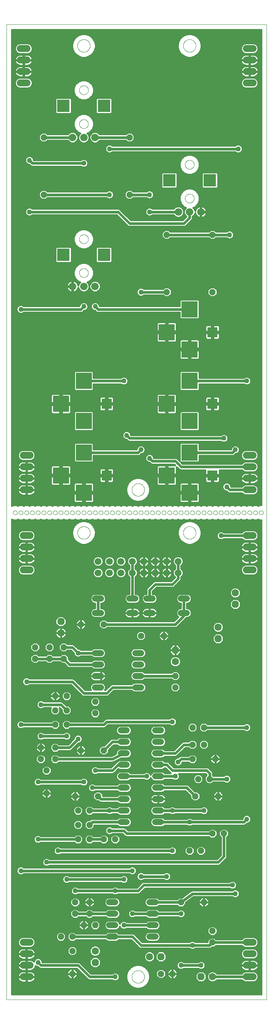
<source format=gtl>
G75*
%MOIN*%
%OFA0B0*%
%FSLAX25Y25*%
%IPPOS*%
%LPD*%
%AMOC8*
5,1,8,0,0,1.08239X$1,22.5*
%
%ADD10C,0.00000*%
%ADD11R,0.09000X0.09000*%
%ADD12R,0.14000X0.14000*%
%ADD13OC8,0.05200*%
%ADD14OC8,0.06300*%
%ADD15C,0.06300*%
%ADD16C,0.06600*%
%ADD17R,0.11024X0.11024*%
%ADD18C,0.05200*%
%ADD19C,0.06000*%
%ADD20C,0.05937*%
%ADD21C,0.01600*%
%ADD22C,0.02400*%
%ADD23C,0.04356*%
D10*
X0014700Y0022200D02*
X0014700Y0873401D01*
X0242121Y0873401D01*
X0242121Y0022200D01*
X0014700Y0022200D01*
X0124188Y0042200D02*
X0124190Y0042348D01*
X0124196Y0042496D01*
X0124206Y0042644D01*
X0124220Y0042791D01*
X0124238Y0042938D01*
X0124259Y0043084D01*
X0124285Y0043230D01*
X0124315Y0043375D01*
X0124348Y0043519D01*
X0124386Y0043662D01*
X0124427Y0043804D01*
X0124472Y0043945D01*
X0124520Y0044085D01*
X0124573Y0044224D01*
X0124629Y0044361D01*
X0124689Y0044496D01*
X0124752Y0044630D01*
X0124819Y0044762D01*
X0124890Y0044892D01*
X0124964Y0045020D01*
X0125041Y0045146D01*
X0125122Y0045270D01*
X0125206Y0045392D01*
X0125293Y0045511D01*
X0125384Y0045628D01*
X0125478Y0045743D01*
X0125574Y0045855D01*
X0125674Y0045965D01*
X0125776Y0046071D01*
X0125882Y0046175D01*
X0125990Y0046276D01*
X0126101Y0046374D01*
X0126214Y0046470D01*
X0126330Y0046562D01*
X0126448Y0046651D01*
X0126569Y0046736D01*
X0126692Y0046819D01*
X0126817Y0046898D01*
X0126944Y0046974D01*
X0127073Y0047046D01*
X0127204Y0047115D01*
X0127337Y0047180D01*
X0127472Y0047241D01*
X0127608Y0047299D01*
X0127745Y0047354D01*
X0127884Y0047404D01*
X0128025Y0047451D01*
X0128166Y0047494D01*
X0128309Y0047534D01*
X0128453Y0047569D01*
X0128597Y0047601D01*
X0128743Y0047628D01*
X0128889Y0047652D01*
X0129036Y0047672D01*
X0129183Y0047688D01*
X0129330Y0047700D01*
X0129478Y0047708D01*
X0129626Y0047712D01*
X0129774Y0047712D01*
X0129922Y0047708D01*
X0130070Y0047700D01*
X0130217Y0047688D01*
X0130364Y0047672D01*
X0130511Y0047652D01*
X0130657Y0047628D01*
X0130803Y0047601D01*
X0130947Y0047569D01*
X0131091Y0047534D01*
X0131234Y0047494D01*
X0131375Y0047451D01*
X0131516Y0047404D01*
X0131655Y0047354D01*
X0131792Y0047299D01*
X0131928Y0047241D01*
X0132063Y0047180D01*
X0132196Y0047115D01*
X0132327Y0047046D01*
X0132456Y0046974D01*
X0132583Y0046898D01*
X0132708Y0046819D01*
X0132831Y0046736D01*
X0132952Y0046651D01*
X0133070Y0046562D01*
X0133186Y0046470D01*
X0133299Y0046374D01*
X0133410Y0046276D01*
X0133518Y0046175D01*
X0133624Y0046071D01*
X0133726Y0045965D01*
X0133826Y0045855D01*
X0133922Y0045743D01*
X0134016Y0045628D01*
X0134107Y0045511D01*
X0134194Y0045392D01*
X0134278Y0045270D01*
X0134359Y0045146D01*
X0134436Y0045020D01*
X0134510Y0044892D01*
X0134581Y0044762D01*
X0134648Y0044630D01*
X0134711Y0044496D01*
X0134771Y0044361D01*
X0134827Y0044224D01*
X0134880Y0044085D01*
X0134928Y0043945D01*
X0134973Y0043804D01*
X0135014Y0043662D01*
X0135052Y0043519D01*
X0135085Y0043375D01*
X0135115Y0043230D01*
X0135141Y0043084D01*
X0135162Y0042938D01*
X0135180Y0042791D01*
X0135194Y0042644D01*
X0135204Y0042496D01*
X0135210Y0042348D01*
X0135212Y0042200D01*
X0135210Y0042052D01*
X0135204Y0041904D01*
X0135194Y0041756D01*
X0135180Y0041609D01*
X0135162Y0041462D01*
X0135141Y0041316D01*
X0135115Y0041170D01*
X0135085Y0041025D01*
X0135052Y0040881D01*
X0135014Y0040738D01*
X0134973Y0040596D01*
X0134928Y0040455D01*
X0134880Y0040315D01*
X0134827Y0040176D01*
X0134771Y0040039D01*
X0134711Y0039904D01*
X0134648Y0039770D01*
X0134581Y0039638D01*
X0134510Y0039508D01*
X0134436Y0039380D01*
X0134359Y0039254D01*
X0134278Y0039130D01*
X0134194Y0039008D01*
X0134107Y0038889D01*
X0134016Y0038772D01*
X0133922Y0038657D01*
X0133826Y0038545D01*
X0133726Y0038435D01*
X0133624Y0038329D01*
X0133518Y0038225D01*
X0133410Y0038124D01*
X0133299Y0038026D01*
X0133186Y0037930D01*
X0133070Y0037838D01*
X0132952Y0037749D01*
X0132831Y0037664D01*
X0132708Y0037581D01*
X0132583Y0037502D01*
X0132456Y0037426D01*
X0132327Y0037354D01*
X0132196Y0037285D01*
X0132063Y0037220D01*
X0131928Y0037159D01*
X0131792Y0037101D01*
X0131655Y0037046D01*
X0131516Y0036996D01*
X0131375Y0036949D01*
X0131234Y0036906D01*
X0131091Y0036866D01*
X0130947Y0036831D01*
X0130803Y0036799D01*
X0130657Y0036772D01*
X0130511Y0036748D01*
X0130364Y0036728D01*
X0130217Y0036712D01*
X0130070Y0036700D01*
X0129922Y0036692D01*
X0129774Y0036688D01*
X0129626Y0036688D01*
X0129478Y0036692D01*
X0129330Y0036700D01*
X0129183Y0036712D01*
X0129036Y0036728D01*
X0128889Y0036748D01*
X0128743Y0036772D01*
X0128597Y0036799D01*
X0128453Y0036831D01*
X0128309Y0036866D01*
X0128166Y0036906D01*
X0128025Y0036949D01*
X0127884Y0036996D01*
X0127745Y0037046D01*
X0127608Y0037101D01*
X0127472Y0037159D01*
X0127337Y0037220D01*
X0127204Y0037285D01*
X0127073Y0037354D01*
X0126944Y0037426D01*
X0126817Y0037502D01*
X0126692Y0037581D01*
X0126569Y0037664D01*
X0126448Y0037749D01*
X0126330Y0037838D01*
X0126214Y0037930D01*
X0126101Y0038026D01*
X0125990Y0038124D01*
X0125882Y0038225D01*
X0125776Y0038329D01*
X0125674Y0038435D01*
X0125574Y0038545D01*
X0125478Y0038657D01*
X0125384Y0038772D01*
X0125293Y0038889D01*
X0125206Y0039008D01*
X0125122Y0039130D01*
X0125041Y0039254D01*
X0124964Y0039380D01*
X0124890Y0039508D01*
X0124819Y0039638D01*
X0124752Y0039770D01*
X0124689Y0039904D01*
X0124629Y0040039D01*
X0124573Y0040176D01*
X0124520Y0040315D01*
X0124472Y0040455D01*
X0124427Y0040596D01*
X0124386Y0040738D01*
X0124348Y0040881D01*
X0124315Y0041025D01*
X0124285Y0041170D01*
X0124259Y0041316D01*
X0124238Y0041462D01*
X0124220Y0041609D01*
X0124206Y0041756D01*
X0124196Y0041904D01*
X0124190Y0042052D01*
X0124188Y0042200D01*
X0076688Y0429700D02*
X0076690Y0429848D01*
X0076696Y0429996D01*
X0076706Y0430144D01*
X0076720Y0430291D01*
X0076738Y0430438D01*
X0076759Y0430584D01*
X0076785Y0430730D01*
X0076815Y0430875D01*
X0076848Y0431019D01*
X0076886Y0431162D01*
X0076927Y0431304D01*
X0076972Y0431445D01*
X0077020Y0431585D01*
X0077073Y0431724D01*
X0077129Y0431861D01*
X0077189Y0431996D01*
X0077252Y0432130D01*
X0077319Y0432262D01*
X0077390Y0432392D01*
X0077464Y0432520D01*
X0077541Y0432646D01*
X0077622Y0432770D01*
X0077706Y0432892D01*
X0077793Y0433011D01*
X0077884Y0433128D01*
X0077978Y0433243D01*
X0078074Y0433355D01*
X0078174Y0433465D01*
X0078276Y0433571D01*
X0078382Y0433675D01*
X0078490Y0433776D01*
X0078601Y0433874D01*
X0078714Y0433970D01*
X0078830Y0434062D01*
X0078948Y0434151D01*
X0079069Y0434236D01*
X0079192Y0434319D01*
X0079317Y0434398D01*
X0079444Y0434474D01*
X0079573Y0434546D01*
X0079704Y0434615D01*
X0079837Y0434680D01*
X0079972Y0434741D01*
X0080108Y0434799D01*
X0080245Y0434854D01*
X0080384Y0434904D01*
X0080525Y0434951D01*
X0080666Y0434994D01*
X0080809Y0435034D01*
X0080953Y0435069D01*
X0081097Y0435101D01*
X0081243Y0435128D01*
X0081389Y0435152D01*
X0081536Y0435172D01*
X0081683Y0435188D01*
X0081830Y0435200D01*
X0081978Y0435208D01*
X0082126Y0435212D01*
X0082274Y0435212D01*
X0082422Y0435208D01*
X0082570Y0435200D01*
X0082717Y0435188D01*
X0082864Y0435172D01*
X0083011Y0435152D01*
X0083157Y0435128D01*
X0083303Y0435101D01*
X0083447Y0435069D01*
X0083591Y0435034D01*
X0083734Y0434994D01*
X0083875Y0434951D01*
X0084016Y0434904D01*
X0084155Y0434854D01*
X0084292Y0434799D01*
X0084428Y0434741D01*
X0084563Y0434680D01*
X0084696Y0434615D01*
X0084827Y0434546D01*
X0084956Y0434474D01*
X0085083Y0434398D01*
X0085208Y0434319D01*
X0085331Y0434236D01*
X0085452Y0434151D01*
X0085570Y0434062D01*
X0085686Y0433970D01*
X0085799Y0433874D01*
X0085910Y0433776D01*
X0086018Y0433675D01*
X0086124Y0433571D01*
X0086226Y0433465D01*
X0086326Y0433355D01*
X0086422Y0433243D01*
X0086516Y0433128D01*
X0086607Y0433011D01*
X0086694Y0432892D01*
X0086778Y0432770D01*
X0086859Y0432646D01*
X0086936Y0432520D01*
X0087010Y0432392D01*
X0087081Y0432262D01*
X0087148Y0432130D01*
X0087211Y0431996D01*
X0087271Y0431861D01*
X0087327Y0431724D01*
X0087380Y0431585D01*
X0087428Y0431445D01*
X0087473Y0431304D01*
X0087514Y0431162D01*
X0087552Y0431019D01*
X0087585Y0430875D01*
X0087615Y0430730D01*
X0087641Y0430584D01*
X0087662Y0430438D01*
X0087680Y0430291D01*
X0087694Y0430144D01*
X0087704Y0429996D01*
X0087710Y0429848D01*
X0087712Y0429700D01*
X0087710Y0429552D01*
X0087704Y0429404D01*
X0087694Y0429256D01*
X0087680Y0429109D01*
X0087662Y0428962D01*
X0087641Y0428816D01*
X0087615Y0428670D01*
X0087585Y0428525D01*
X0087552Y0428381D01*
X0087514Y0428238D01*
X0087473Y0428096D01*
X0087428Y0427955D01*
X0087380Y0427815D01*
X0087327Y0427676D01*
X0087271Y0427539D01*
X0087211Y0427404D01*
X0087148Y0427270D01*
X0087081Y0427138D01*
X0087010Y0427008D01*
X0086936Y0426880D01*
X0086859Y0426754D01*
X0086778Y0426630D01*
X0086694Y0426508D01*
X0086607Y0426389D01*
X0086516Y0426272D01*
X0086422Y0426157D01*
X0086326Y0426045D01*
X0086226Y0425935D01*
X0086124Y0425829D01*
X0086018Y0425725D01*
X0085910Y0425624D01*
X0085799Y0425526D01*
X0085686Y0425430D01*
X0085570Y0425338D01*
X0085452Y0425249D01*
X0085331Y0425164D01*
X0085208Y0425081D01*
X0085083Y0425002D01*
X0084956Y0424926D01*
X0084827Y0424854D01*
X0084696Y0424785D01*
X0084563Y0424720D01*
X0084428Y0424659D01*
X0084292Y0424601D01*
X0084155Y0424546D01*
X0084016Y0424496D01*
X0083875Y0424449D01*
X0083734Y0424406D01*
X0083591Y0424366D01*
X0083447Y0424331D01*
X0083303Y0424299D01*
X0083157Y0424272D01*
X0083011Y0424248D01*
X0082864Y0424228D01*
X0082717Y0424212D01*
X0082570Y0424200D01*
X0082422Y0424192D01*
X0082274Y0424188D01*
X0082126Y0424188D01*
X0081978Y0424192D01*
X0081830Y0424200D01*
X0081683Y0424212D01*
X0081536Y0424228D01*
X0081389Y0424248D01*
X0081243Y0424272D01*
X0081097Y0424299D01*
X0080953Y0424331D01*
X0080809Y0424366D01*
X0080666Y0424406D01*
X0080525Y0424449D01*
X0080384Y0424496D01*
X0080245Y0424546D01*
X0080108Y0424601D01*
X0079972Y0424659D01*
X0079837Y0424720D01*
X0079704Y0424785D01*
X0079573Y0424854D01*
X0079444Y0424926D01*
X0079317Y0425002D01*
X0079192Y0425081D01*
X0079069Y0425164D01*
X0078948Y0425249D01*
X0078830Y0425338D01*
X0078714Y0425430D01*
X0078601Y0425526D01*
X0078490Y0425624D01*
X0078382Y0425725D01*
X0078276Y0425829D01*
X0078174Y0425935D01*
X0078074Y0426045D01*
X0077978Y0426157D01*
X0077884Y0426272D01*
X0077793Y0426389D01*
X0077706Y0426508D01*
X0077622Y0426630D01*
X0077541Y0426754D01*
X0077464Y0426880D01*
X0077390Y0427008D01*
X0077319Y0427138D01*
X0077252Y0427270D01*
X0077189Y0427404D01*
X0077129Y0427539D01*
X0077073Y0427676D01*
X0077020Y0427815D01*
X0076972Y0427955D01*
X0076927Y0428096D01*
X0076886Y0428238D01*
X0076848Y0428381D01*
X0076815Y0428525D01*
X0076785Y0428670D01*
X0076759Y0428816D01*
X0076738Y0428962D01*
X0076720Y0429109D01*
X0076706Y0429256D01*
X0076696Y0429404D01*
X0076690Y0429552D01*
X0076688Y0429700D01*
X0075428Y0447200D02*
X0075430Y0447284D01*
X0075436Y0447367D01*
X0075446Y0447450D01*
X0075460Y0447533D01*
X0075477Y0447615D01*
X0075499Y0447696D01*
X0075524Y0447775D01*
X0075553Y0447854D01*
X0075586Y0447931D01*
X0075622Y0448006D01*
X0075662Y0448080D01*
X0075705Y0448152D01*
X0075752Y0448221D01*
X0075802Y0448288D01*
X0075855Y0448353D01*
X0075911Y0448415D01*
X0075969Y0448475D01*
X0076031Y0448532D01*
X0076095Y0448585D01*
X0076162Y0448636D01*
X0076231Y0448683D01*
X0076302Y0448728D01*
X0076375Y0448768D01*
X0076450Y0448805D01*
X0076527Y0448839D01*
X0076605Y0448869D01*
X0076684Y0448895D01*
X0076765Y0448918D01*
X0076847Y0448936D01*
X0076929Y0448951D01*
X0077012Y0448962D01*
X0077095Y0448969D01*
X0077179Y0448972D01*
X0077263Y0448971D01*
X0077346Y0448966D01*
X0077430Y0448957D01*
X0077512Y0448944D01*
X0077594Y0448928D01*
X0077675Y0448907D01*
X0077756Y0448883D01*
X0077834Y0448855D01*
X0077912Y0448823D01*
X0077988Y0448787D01*
X0078062Y0448748D01*
X0078134Y0448706D01*
X0078204Y0448660D01*
X0078272Y0448611D01*
X0078337Y0448559D01*
X0078400Y0448504D01*
X0078460Y0448446D01*
X0078518Y0448385D01*
X0078572Y0448321D01*
X0078624Y0448255D01*
X0078672Y0448187D01*
X0078717Y0448116D01*
X0078758Y0448043D01*
X0078797Y0447969D01*
X0078831Y0447893D01*
X0078862Y0447815D01*
X0078889Y0447736D01*
X0078913Y0447655D01*
X0078932Y0447574D01*
X0078948Y0447492D01*
X0078960Y0447409D01*
X0078968Y0447325D01*
X0078972Y0447242D01*
X0078972Y0447158D01*
X0078968Y0447075D01*
X0078960Y0446991D01*
X0078948Y0446908D01*
X0078932Y0446826D01*
X0078913Y0446745D01*
X0078889Y0446664D01*
X0078862Y0446585D01*
X0078831Y0446507D01*
X0078797Y0446431D01*
X0078758Y0446357D01*
X0078717Y0446284D01*
X0078672Y0446213D01*
X0078624Y0446145D01*
X0078572Y0446079D01*
X0078518Y0446015D01*
X0078460Y0445954D01*
X0078400Y0445896D01*
X0078337Y0445841D01*
X0078272Y0445789D01*
X0078204Y0445740D01*
X0078134Y0445694D01*
X0078062Y0445652D01*
X0077988Y0445613D01*
X0077912Y0445577D01*
X0077834Y0445545D01*
X0077756Y0445517D01*
X0077675Y0445493D01*
X0077594Y0445472D01*
X0077512Y0445456D01*
X0077430Y0445443D01*
X0077346Y0445434D01*
X0077263Y0445429D01*
X0077179Y0445428D01*
X0077095Y0445431D01*
X0077012Y0445438D01*
X0076929Y0445449D01*
X0076847Y0445464D01*
X0076765Y0445482D01*
X0076684Y0445505D01*
X0076605Y0445531D01*
X0076527Y0445561D01*
X0076450Y0445595D01*
X0076375Y0445632D01*
X0076302Y0445672D01*
X0076231Y0445717D01*
X0076162Y0445764D01*
X0076095Y0445815D01*
X0076031Y0445868D01*
X0075969Y0445925D01*
X0075911Y0445985D01*
X0075855Y0446047D01*
X0075802Y0446112D01*
X0075752Y0446179D01*
X0075705Y0446248D01*
X0075662Y0446320D01*
X0075622Y0446394D01*
X0075586Y0446469D01*
X0075553Y0446546D01*
X0075524Y0446625D01*
X0075499Y0446704D01*
X0075477Y0446785D01*
X0075460Y0446867D01*
X0075446Y0446950D01*
X0075436Y0447033D01*
X0075430Y0447116D01*
X0075428Y0447200D01*
X0070428Y0447200D02*
X0070430Y0447284D01*
X0070436Y0447367D01*
X0070446Y0447450D01*
X0070460Y0447533D01*
X0070477Y0447615D01*
X0070499Y0447696D01*
X0070524Y0447775D01*
X0070553Y0447854D01*
X0070586Y0447931D01*
X0070622Y0448006D01*
X0070662Y0448080D01*
X0070705Y0448152D01*
X0070752Y0448221D01*
X0070802Y0448288D01*
X0070855Y0448353D01*
X0070911Y0448415D01*
X0070969Y0448475D01*
X0071031Y0448532D01*
X0071095Y0448585D01*
X0071162Y0448636D01*
X0071231Y0448683D01*
X0071302Y0448728D01*
X0071375Y0448768D01*
X0071450Y0448805D01*
X0071527Y0448839D01*
X0071605Y0448869D01*
X0071684Y0448895D01*
X0071765Y0448918D01*
X0071847Y0448936D01*
X0071929Y0448951D01*
X0072012Y0448962D01*
X0072095Y0448969D01*
X0072179Y0448972D01*
X0072263Y0448971D01*
X0072346Y0448966D01*
X0072430Y0448957D01*
X0072512Y0448944D01*
X0072594Y0448928D01*
X0072675Y0448907D01*
X0072756Y0448883D01*
X0072834Y0448855D01*
X0072912Y0448823D01*
X0072988Y0448787D01*
X0073062Y0448748D01*
X0073134Y0448706D01*
X0073204Y0448660D01*
X0073272Y0448611D01*
X0073337Y0448559D01*
X0073400Y0448504D01*
X0073460Y0448446D01*
X0073518Y0448385D01*
X0073572Y0448321D01*
X0073624Y0448255D01*
X0073672Y0448187D01*
X0073717Y0448116D01*
X0073758Y0448043D01*
X0073797Y0447969D01*
X0073831Y0447893D01*
X0073862Y0447815D01*
X0073889Y0447736D01*
X0073913Y0447655D01*
X0073932Y0447574D01*
X0073948Y0447492D01*
X0073960Y0447409D01*
X0073968Y0447325D01*
X0073972Y0447242D01*
X0073972Y0447158D01*
X0073968Y0447075D01*
X0073960Y0446991D01*
X0073948Y0446908D01*
X0073932Y0446826D01*
X0073913Y0446745D01*
X0073889Y0446664D01*
X0073862Y0446585D01*
X0073831Y0446507D01*
X0073797Y0446431D01*
X0073758Y0446357D01*
X0073717Y0446284D01*
X0073672Y0446213D01*
X0073624Y0446145D01*
X0073572Y0446079D01*
X0073518Y0446015D01*
X0073460Y0445954D01*
X0073400Y0445896D01*
X0073337Y0445841D01*
X0073272Y0445789D01*
X0073204Y0445740D01*
X0073134Y0445694D01*
X0073062Y0445652D01*
X0072988Y0445613D01*
X0072912Y0445577D01*
X0072834Y0445545D01*
X0072756Y0445517D01*
X0072675Y0445493D01*
X0072594Y0445472D01*
X0072512Y0445456D01*
X0072430Y0445443D01*
X0072346Y0445434D01*
X0072263Y0445429D01*
X0072179Y0445428D01*
X0072095Y0445431D01*
X0072012Y0445438D01*
X0071929Y0445449D01*
X0071847Y0445464D01*
X0071765Y0445482D01*
X0071684Y0445505D01*
X0071605Y0445531D01*
X0071527Y0445561D01*
X0071450Y0445595D01*
X0071375Y0445632D01*
X0071302Y0445672D01*
X0071231Y0445717D01*
X0071162Y0445764D01*
X0071095Y0445815D01*
X0071031Y0445868D01*
X0070969Y0445925D01*
X0070911Y0445985D01*
X0070855Y0446047D01*
X0070802Y0446112D01*
X0070752Y0446179D01*
X0070705Y0446248D01*
X0070662Y0446320D01*
X0070622Y0446394D01*
X0070586Y0446469D01*
X0070553Y0446546D01*
X0070524Y0446625D01*
X0070499Y0446704D01*
X0070477Y0446785D01*
X0070460Y0446867D01*
X0070446Y0446950D01*
X0070436Y0447033D01*
X0070430Y0447116D01*
X0070428Y0447200D01*
X0065428Y0447200D02*
X0065430Y0447284D01*
X0065436Y0447367D01*
X0065446Y0447450D01*
X0065460Y0447533D01*
X0065477Y0447615D01*
X0065499Y0447696D01*
X0065524Y0447775D01*
X0065553Y0447854D01*
X0065586Y0447931D01*
X0065622Y0448006D01*
X0065662Y0448080D01*
X0065705Y0448152D01*
X0065752Y0448221D01*
X0065802Y0448288D01*
X0065855Y0448353D01*
X0065911Y0448415D01*
X0065969Y0448475D01*
X0066031Y0448532D01*
X0066095Y0448585D01*
X0066162Y0448636D01*
X0066231Y0448683D01*
X0066302Y0448728D01*
X0066375Y0448768D01*
X0066450Y0448805D01*
X0066527Y0448839D01*
X0066605Y0448869D01*
X0066684Y0448895D01*
X0066765Y0448918D01*
X0066847Y0448936D01*
X0066929Y0448951D01*
X0067012Y0448962D01*
X0067095Y0448969D01*
X0067179Y0448972D01*
X0067263Y0448971D01*
X0067346Y0448966D01*
X0067430Y0448957D01*
X0067512Y0448944D01*
X0067594Y0448928D01*
X0067675Y0448907D01*
X0067756Y0448883D01*
X0067834Y0448855D01*
X0067912Y0448823D01*
X0067988Y0448787D01*
X0068062Y0448748D01*
X0068134Y0448706D01*
X0068204Y0448660D01*
X0068272Y0448611D01*
X0068337Y0448559D01*
X0068400Y0448504D01*
X0068460Y0448446D01*
X0068518Y0448385D01*
X0068572Y0448321D01*
X0068624Y0448255D01*
X0068672Y0448187D01*
X0068717Y0448116D01*
X0068758Y0448043D01*
X0068797Y0447969D01*
X0068831Y0447893D01*
X0068862Y0447815D01*
X0068889Y0447736D01*
X0068913Y0447655D01*
X0068932Y0447574D01*
X0068948Y0447492D01*
X0068960Y0447409D01*
X0068968Y0447325D01*
X0068972Y0447242D01*
X0068972Y0447158D01*
X0068968Y0447075D01*
X0068960Y0446991D01*
X0068948Y0446908D01*
X0068932Y0446826D01*
X0068913Y0446745D01*
X0068889Y0446664D01*
X0068862Y0446585D01*
X0068831Y0446507D01*
X0068797Y0446431D01*
X0068758Y0446357D01*
X0068717Y0446284D01*
X0068672Y0446213D01*
X0068624Y0446145D01*
X0068572Y0446079D01*
X0068518Y0446015D01*
X0068460Y0445954D01*
X0068400Y0445896D01*
X0068337Y0445841D01*
X0068272Y0445789D01*
X0068204Y0445740D01*
X0068134Y0445694D01*
X0068062Y0445652D01*
X0067988Y0445613D01*
X0067912Y0445577D01*
X0067834Y0445545D01*
X0067756Y0445517D01*
X0067675Y0445493D01*
X0067594Y0445472D01*
X0067512Y0445456D01*
X0067430Y0445443D01*
X0067346Y0445434D01*
X0067263Y0445429D01*
X0067179Y0445428D01*
X0067095Y0445431D01*
X0067012Y0445438D01*
X0066929Y0445449D01*
X0066847Y0445464D01*
X0066765Y0445482D01*
X0066684Y0445505D01*
X0066605Y0445531D01*
X0066527Y0445561D01*
X0066450Y0445595D01*
X0066375Y0445632D01*
X0066302Y0445672D01*
X0066231Y0445717D01*
X0066162Y0445764D01*
X0066095Y0445815D01*
X0066031Y0445868D01*
X0065969Y0445925D01*
X0065911Y0445985D01*
X0065855Y0446047D01*
X0065802Y0446112D01*
X0065752Y0446179D01*
X0065705Y0446248D01*
X0065662Y0446320D01*
X0065622Y0446394D01*
X0065586Y0446469D01*
X0065553Y0446546D01*
X0065524Y0446625D01*
X0065499Y0446704D01*
X0065477Y0446785D01*
X0065460Y0446867D01*
X0065446Y0446950D01*
X0065436Y0447033D01*
X0065430Y0447116D01*
X0065428Y0447200D01*
X0060428Y0447200D02*
X0060430Y0447284D01*
X0060436Y0447367D01*
X0060446Y0447450D01*
X0060460Y0447533D01*
X0060477Y0447615D01*
X0060499Y0447696D01*
X0060524Y0447775D01*
X0060553Y0447854D01*
X0060586Y0447931D01*
X0060622Y0448006D01*
X0060662Y0448080D01*
X0060705Y0448152D01*
X0060752Y0448221D01*
X0060802Y0448288D01*
X0060855Y0448353D01*
X0060911Y0448415D01*
X0060969Y0448475D01*
X0061031Y0448532D01*
X0061095Y0448585D01*
X0061162Y0448636D01*
X0061231Y0448683D01*
X0061302Y0448728D01*
X0061375Y0448768D01*
X0061450Y0448805D01*
X0061527Y0448839D01*
X0061605Y0448869D01*
X0061684Y0448895D01*
X0061765Y0448918D01*
X0061847Y0448936D01*
X0061929Y0448951D01*
X0062012Y0448962D01*
X0062095Y0448969D01*
X0062179Y0448972D01*
X0062263Y0448971D01*
X0062346Y0448966D01*
X0062430Y0448957D01*
X0062512Y0448944D01*
X0062594Y0448928D01*
X0062675Y0448907D01*
X0062756Y0448883D01*
X0062834Y0448855D01*
X0062912Y0448823D01*
X0062988Y0448787D01*
X0063062Y0448748D01*
X0063134Y0448706D01*
X0063204Y0448660D01*
X0063272Y0448611D01*
X0063337Y0448559D01*
X0063400Y0448504D01*
X0063460Y0448446D01*
X0063518Y0448385D01*
X0063572Y0448321D01*
X0063624Y0448255D01*
X0063672Y0448187D01*
X0063717Y0448116D01*
X0063758Y0448043D01*
X0063797Y0447969D01*
X0063831Y0447893D01*
X0063862Y0447815D01*
X0063889Y0447736D01*
X0063913Y0447655D01*
X0063932Y0447574D01*
X0063948Y0447492D01*
X0063960Y0447409D01*
X0063968Y0447325D01*
X0063972Y0447242D01*
X0063972Y0447158D01*
X0063968Y0447075D01*
X0063960Y0446991D01*
X0063948Y0446908D01*
X0063932Y0446826D01*
X0063913Y0446745D01*
X0063889Y0446664D01*
X0063862Y0446585D01*
X0063831Y0446507D01*
X0063797Y0446431D01*
X0063758Y0446357D01*
X0063717Y0446284D01*
X0063672Y0446213D01*
X0063624Y0446145D01*
X0063572Y0446079D01*
X0063518Y0446015D01*
X0063460Y0445954D01*
X0063400Y0445896D01*
X0063337Y0445841D01*
X0063272Y0445789D01*
X0063204Y0445740D01*
X0063134Y0445694D01*
X0063062Y0445652D01*
X0062988Y0445613D01*
X0062912Y0445577D01*
X0062834Y0445545D01*
X0062756Y0445517D01*
X0062675Y0445493D01*
X0062594Y0445472D01*
X0062512Y0445456D01*
X0062430Y0445443D01*
X0062346Y0445434D01*
X0062263Y0445429D01*
X0062179Y0445428D01*
X0062095Y0445431D01*
X0062012Y0445438D01*
X0061929Y0445449D01*
X0061847Y0445464D01*
X0061765Y0445482D01*
X0061684Y0445505D01*
X0061605Y0445531D01*
X0061527Y0445561D01*
X0061450Y0445595D01*
X0061375Y0445632D01*
X0061302Y0445672D01*
X0061231Y0445717D01*
X0061162Y0445764D01*
X0061095Y0445815D01*
X0061031Y0445868D01*
X0060969Y0445925D01*
X0060911Y0445985D01*
X0060855Y0446047D01*
X0060802Y0446112D01*
X0060752Y0446179D01*
X0060705Y0446248D01*
X0060662Y0446320D01*
X0060622Y0446394D01*
X0060586Y0446469D01*
X0060553Y0446546D01*
X0060524Y0446625D01*
X0060499Y0446704D01*
X0060477Y0446785D01*
X0060460Y0446867D01*
X0060446Y0446950D01*
X0060436Y0447033D01*
X0060430Y0447116D01*
X0060428Y0447200D01*
X0055428Y0447200D02*
X0055430Y0447284D01*
X0055436Y0447367D01*
X0055446Y0447450D01*
X0055460Y0447533D01*
X0055477Y0447615D01*
X0055499Y0447696D01*
X0055524Y0447775D01*
X0055553Y0447854D01*
X0055586Y0447931D01*
X0055622Y0448006D01*
X0055662Y0448080D01*
X0055705Y0448152D01*
X0055752Y0448221D01*
X0055802Y0448288D01*
X0055855Y0448353D01*
X0055911Y0448415D01*
X0055969Y0448475D01*
X0056031Y0448532D01*
X0056095Y0448585D01*
X0056162Y0448636D01*
X0056231Y0448683D01*
X0056302Y0448728D01*
X0056375Y0448768D01*
X0056450Y0448805D01*
X0056527Y0448839D01*
X0056605Y0448869D01*
X0056684Y0448895D01*
X0056765Y0448918D01*
X0056847Y0448936D01*
X0056929Y0448951D01*
X0057012Y0448962D01*
X0057095Y0448969D01*
X0057179Y0448972D01*
X0057263Y0448971D01*
X0057346Y0448966D01*
X0057430Y0448957D01*
X0057512Y0448944D01*
X0057594Y0448928D01*
X0057675Y0448907D01*
X0057756Y0448883D01*
X0057834Y0448855D01*
X0057912Y0448823D01*
X0057988Y0448787D01*
X0058062Y0448748D01*
X0058134Y0448706D01*
X0058204Y0448660D01*
X0058272Y0448611D01*
X0058337Y0448559D01*
X0058400Y0448504D01*
X0058460Y0448446D01*
X0058518Y0448385D01*
X0058572Y0448321D01*
X0058624Y0448255D01*
X0058672Y0448187D01*
X0058717Y0448116D01*
X0058758Y0448043D01*
X0058797Y0447969D01*
X0058831Y0447893D01*
X0058862Y0447815D01*
X0058889Y0447736D01*
X0058913Y0447655D01*
X0058932Y0447574D01*
X0058948Y0447492D01*
X0058960Y0447409D01*
X0058968Y0447325D01*
X0058972Y0447242D01*
X0058972Y0447158D01*
X0058968Y0447075D01*
X0058960Y0446991D01*
X0058948Y0446908D01*
X0058932Y0446826D01*
X0058913Y0446745D01*
X0058889Y0446664D01*
X0058862Y0446585D01*
X0058831Y0446507D01*
X0058797Y0446431D01*
X0058758Y0446357D01*
X0058717Y0446284D01*
X0058672Y0446213D01*
X0058624Y0446145D01*
X0058572Y0446079D01*
X0058518Y0446015D01*
X0058460Y0445954D01*
X0058400Y0445896D01*
X0058337Y0445841D01*
X0058272Y0445789D01*
X0058204Y0445740D01*
X0058134Y0445694D01*
X0058062Y0445652D01*
X0057988Y0445613D01*
X0057912Y0445577D01*
X0057834Y0445545D01*
X0057756Y0445517D01*
X0057675Y0445493D01*
X0057594Y0445472D01*
X0057512Y0445456D01*
X0057430Y0445443D01*
X0057346Y0445434D01*
X0057263Y0445429D01*
X0057179Y0445428D01*
X0057095Y0445431D01*
X0057012Y0445438D01*
X0056929Y0445449D01*
X0056847Y0445464D01*
X0056765Y0445482D01*
X0056684Y0445505D01*
X0056605Y0445531D01*
X0056527Y0445561D01*
X0056450Y0445595D01*
X0056375Y0445632D01*
X0056302Y0445672D01*
X0056231Y0445717D01*
X0056162Y0445764D01*
X0056095Y0445815D01*
X0056031Y0445868D01*
X0055969Y0445925D01*
X0055911Y0445985D01*
X0055855Y0446047D01*
X0055802Y0446112D01*
X0055752Y0446179D01*
X0055705Y0446248D01*
X0055662Y0446320D01*
X0055622Y0446394D01*
X0055586Y0446469D01*
X0055553Y0446546D01*
X0055524Y0446625D01*
X0055499Y0446704D01*
X0055477Y0446785D01*
X0055460Y0446867D01*
X0055446Y0446950D01*
X0055436Y0447033D01*
X0055430Y0447116D01*
X0055428Y0447200D01*
X0050428Y0447200D02*
X0050430Y0447284D01*
X0050436Y0447367D01*
X0050446Y0447450D01*
X0050460Y0447533D01*
X0050477Y0447615D01*
X0050499Y0447696D01*
X0050524Y0447775D01*
X0050553Y0447854D01*
X0050586Y0447931D01*
X0050622Y0448006D01*
X0050662Y0448080D01*
X0050705Y0448152D01*
X0050752Y0448221D01*
X0050802Y0448288D01*
X0050855Y0448353D01*
X0050911Y0448415D01*
X0050969Y0448475D01*
X0051031Y0448532D01*
X0051095Y0448585D01*
X0051162Y0448636D01*
X0051231Y0448683D01*
X0051302Y0448728D01*
X0051375Y0448768D01*
X0051450Y0448805D01*
X0051527Y0448839D01*
X0051605Y0448869D01*
X0051684Y0448895D01*
X0051765Y0448918D01*
X0051847Y0448936D01*
X0051929Y0448951D01*
X0052012Y0448962D01*
X0052095Y0448969D01*
X0052179Y0448972D01*
X0052263Y0448971D01*
X0052346Y0448966D01*
X0052430Y0448957D01*
X0052512Y0448944D01*
X0052594Y0448928D01*
X0052675Y0448907D01*
X0052756Y0448883D01*
X0052834Y0448855D01*
X0052912Y0448823D01*
X0052988Y0448787D01*
X0053062Y0448748D01*
X0053134Y0448706D01*
X0053204Y0448660D01*
X0053272Y0448611D01*
X0053337Y0448559D01*
X0053400Y0448504D01*
X0053460Y0448446D01*
X0053518Y0448385D01*
X0053572Y0448321D01*
X0053624Y0448255D01*
X0053672Y0448187D01*
X0053717Y0448116D01*
X0053758Y0448043D01*
X0053797Y0447969D01*
X0053831Y0447893D01*
X0053862Y0447815D01*
X0053889Y0447736D01*
X0053913Y0447655D01*
X0053932Y0447574D01*
X0053948Y0447492D01*
X0053960Y0447409D01*
X0053968Y0447325D01*
X0053972Y0447242D01*
X0053972Y0447158D01*
X0053968Y0447075D01*
X0053960Y0446991D01*
X0053948Y0446908D01*
X0053932Y0446826D01*
X0053913Y0446745D01*
X0053889Y0446664D01*
X0053862Y0446585D01*
X0053831Y0446507D01*
X0053797Y0446431D01*
X0053758Y0446357D01*
X0053717Y0446284D01*
X0053672Y0446213D01*
X0053624Y0446145D01*
X0053572Y0446079D01*
X0053518Y0446015D01*
X0053460Y0445954D01*
X0053400Y0445896D01*
X0053337Y0445841D01*
X0053272Y0445789D01*
X0053204Y0445740D01*
X0053134Y0445694D01*
X0053062Y0445652D01*
X0052988Y0445613D01*
X0052912Y0445577D01*
X0052834Y0445545D01*
X0052756Y0445517D01*
X0052675Y0445493D01*
X0052594Y0445472D01*
X0052512Y0445456D01*
X0052430Y0445443D01*
X0052346Y0445434D01*
X0052263Y0445429D01*
X0052179Y0445428D01*
X0052095Y0445431D01*
X0052012Y0445438D01*
X0051929Y0445449D01*
X0051847Y0445464D01*
X0051765Y0445482D01*
X0051684Y0445505D01*
X0051605Y0445531D01*
X0051527Y0445561D01*
X0051450Y0445595D01*
X0051375Y0445632D01*
X0051302Y0445672D01*
X0051231Y0445717D01*
X0051162Y0445764D01*
X0051095Y0445815D01*
X0051031Y0445868D01*
X0050969Y0445925D01*
X0050911Y0445985D01*
X0050855Y0446047D01*
X0050802Y0446112D01*
X0050752Y0446179D01*
X0050705Y0446248D01*
X0050662Y0446320D01*
X0050622Y0446394D01*
X0050586Y0446469D01*
X0050553Y0446546D01*
X0050524Y0446625D01*
X0050499Y0446704D01*
X0050477Y0446785D01*
X0050460Y0446867D01*
X0050446Y0446950D01*
X0050436Y0447033D01*
X0050430Y0447116D01*
X0050428Y0447200D01*
X0045428Y0447200D02*
X0045430Y0447284D01*
X0045436Y0447367D01*
X0045446Y0447450D01*
X0045460Y0447533D01*
X0045477Y0447615D01*
X0045499Y0447696D01*
X0045524Y0447775D01*
X0045553Y0447854D01*
X0045586Y0447931D01*
X0045622Y0448006D01*
X0045662Y0448080D01*
X0045705Y0448152D01*
X0045752Y0448221D01*
X0045802Y0448288D01*
X0045855Y0448353D01*
X0045911Y0448415D01*
X0045969Y0448475D01*
X0046031Y0448532D01*
X0046095Y0448585D01*
X0046162Y0448636D01*
X0046231Y0448683D01*
X0046302Y0448728D01*
X0046375Y0448768D01*
X0046450Y0448805D01*
X0046527Y0448839D01*
X0046605Y0448869D01*
X0046684Y0448895D01*
X0046765Y0448918D01*
X0046847Y0448936D01*
X0046929Y0448951D01*
X0047012Y0448962D01*
X0047095Y0448969D01*
X0047179Y0448972D01*
X0047263Y0448971D01*
X0047346Y0448966D01*
X0047430Y0448957D01*
X0047512Y0448944D01*
X0047594Y0448928D01*
X0047675Y0448907D01*
X0047756Y0448883D01*
X0047834Y0448855D01*
X0047912Y0448823D01*
X0047988Y0448787D01*
X0048062Y0448748D01*
X0048134Y0448706D01*
X0048204Y0448660D01*
X0048272Y0448611D01*
X0048337Y0448559D01*
X0048400Y0448504D01*
X0048460Y0448446D01*
X0048518Y0448385D01*
X0048572Y0448321D01*
X0048624Y0448255D01*
X0048672Y0448187D01*
X0048717Y0448116D01*
X0048758Y0448043D01*
X0048797Y0447969D01*
X0048831Y0447893D01*
X0048862Y0447815D01*
X0048889Y0447736D01*
X0048913Y0447655D01*
X0048932Y0447574D01*
X0048948Y0447492D01*
X0048960Y0447409D01*
X0048968Y0447325D01*
X0048972Y0447242D01*
X0048972Y0447158D01*
X0048968Y0447075D01*
X0048960Y0446991D01*
X0048948Y0446908D01*
X0048932Y0446826D01*
X0048913Y0446745D01*
X0048889Y0446664D01*
X0048862Y0446585D01*
X0048831Y0446507D01*
X0048797Y0446431D01*
X0048758Y0446357D01*
X0048717Y0446284D01*
X0048672Y0446213D01*
X0048624Y0446145D01*
X0048572Y0446079D01*
X0048518Y0446015D01*
X0048460Y0445954D01*
X0048400Y0445896D01*
X0048337Y0445841D01*
X0048272Y0445789D01*
X0048204Y0445740D01*
X0048134Y0445694D01*
X0048062Y0445652D01*
X0047988Y0445613D01*
X0047912Y0445577D01*
X0047834Y0445545D01*
X0047756Y0445517D01*
X0047675Y0445493D01*
X0047594Y0445472D01*
X0047512Y0445456D01*
X0047430Y0445443D01*
X0047346Y0445434D01*
X0047263Y0445429D01*
X0047179Y0445428D01*
X0047095Y0445431D01*
X0047012Y0445438D01*
X0046929Y0445449D01*
X0046847Y0445464D01*
X0046765Y0445482D01*
X0046684Y0445505D01*
X0046605Y0445531D01*
X0046527Y0445561D01*
X0046450Y0445595D01*
X0046375Y0445632D01*
X0046302Y0445672D01*
X0046231Y0445717D01*
X0046162Y0445764D01*
X0046095Y0445815D01*
X0046031Y0445868D01*
X0045969Y0445925D01*
X0045911Y0445985D01*
X0045855Y0446047D01*
X0045802Y0446112D01*
X0045752Y0446179D01*
X0045705Y0446248D01*
X0045662Y0446320D01*
X0045622Y0446394D01*
X0045586Y0446469D01*
X0045553Y0446546D01*
X0045524Y0446625D01*
X0045499Y0446704D01*
X0045477Y0446785D01*
X0045460Y0446867D01*
X0045446Y0446950D01*
X0045436Y0447033D01*
X0045430Y0447116D01*
X0045428Y0447200D01*
X0040428Y0447200D02*
X0040430Y0447284D01*
X0040436Y0447367D01*
X0040446Y0447450D01*
X0040460Y0447533D01*
X0040477Y0447615D01*
X0040499Y0447696D01*
X0040524Y0447775D01*
X0040553Y0447854D01*
X0040586Y0447931D01*
X0040622Y0448006D01*
X0040662Y0448080D01*
X0040705Y0448152D01*
X0040752Y0448221D01*
X0040802Y0448288D01*
X0040855Y0448353D01*
X0040911Y0448415D01*
X0040969Y0448475D01*
X0041031Y0448532D01*
X0041095Y0448585D01*
X0041162Y0448636D01*
X0041231Y0448683D01*
X0041302Y0448728D01*
X0041375Y0448768D01*
X0041450Y0448805D01*
X0041527Y0448839D01*
X0041605Y0448869D01*
X0041684Y0448895D01*
X0041765Y0448918D01*
X0041847Y0448936D01*
X0041929Y0448951D01*
X0042012Y0448962D01*
X0042095Y0448969D01*
X0042179Y0448972D01*
X0042263Y0448971D01*
X0042346Y0448966D01*
X0042430Y0448957D01*
X0042512Y0448944D01*
X0042594Y0448928D01*
X0042675Y0448907D01*
X0042756Y0448883D01*
X0042834Y0448855D01*
X0042912Y0448823D01*
X0042988Y0448787D01*
X0043062Y0448748D01*
X0043134Y0448706D01*
X0043204Y0448660D01*
X0043272Y0448611D01*
X0043337Y0448559D01*
X0043400Y0448504D01*
X0043460Y0448446D01*
X0043518Y0448385D01*
X0043572Y0448321D01*
X0043624Y0448255D01*
X0043672Y0448187D01*
X0043717Y0448116D01*
X0043758Y0448043D01*
X0043797Y0447969D01*
X0043831Y0447893D01*
X0043862Y0447815D01*
X0043889Y0447736D01*
X0043913Y0447655D01*
X0043932Y0447574D01*
X0043948Y0447492D01*
X0043960Y0447409D01*
X0043968Y0447325D01*
X0043972Y0447242D01*
X0043972Y0447158D01*
X0043968Y0447075D01*
X0043960Y0446991D01*
X0043948Y0446908D01*
X0043932Y0446826D01*
X0043913Y0446745D01*
X0043889Y0446664D01*
X0043862Y0446585D01*
X0043831Y0446507D01*
X0043797Y0446431D01*
X0043758Y0446357D01*
X0043717Y0446284D01*
X0043672Y0446213D01*
X0043624Y0446145D01*
X0043572Y0446079D01*
X0043518Y0446015D01*
X0043460Y0445954D01*
X0043400Y0445896D01*
X0043337Y0445841D01*
X0043272Y0445789D01*
X0043204Y0445740D01*
X0043134Y0445694D01*
X0043062Y0445652D01*
X0042988Y0445613D01*
X0042912Y0445577D01*
X0042834Y0445545D01*
X0042756Y0445517D01*
X0042675Y0445493D01*
X0042594Y0445472D01*
X0042512Y0445456D01*
X0042430Y0445443D01*
X0042346Y0445434D01*
X0042263Y0445429D01*
X0042179Y0445428D01*
X0042095Y0445431D01*
X0042012Y0445438D01*
X0041929Y0445449D01*
X0041847Y0445464D01*
X0041765Y0445482D01*
X0041684Y0445505D01*
X0041605Y0445531D01*
X0041527Y0445561D01*
X0041450Y0445595D01*
X0041375Y0445632D01*
X0041302Y0445672D01*
X0041231Y0445717D01*
X0041162Y0445764D01*
X0041095Y0445815D01*
X0041031Y0445868D01*
X0040969Y0445925D01*
X0040911Y0445985D01*
X0040855Y0446047D01*
X0040802Y0446112D01*
X0040752Y0446179D01*
X0040705Y0446248D01*
X0040662Y0446320D01*
X0040622Y0446394D01*
X0040586Y0446469D01*
X0040553Y0446546D01*
X0040524Y0446625D01*
X0040499Y0446704D01*
X0040477Y0446785D01*
X0040460Y0446867D01*
X0040446Y0446950D01*
X0040436Y0447033D01*
X0040430Y0447116D01*
X0040428Y0447200D01*
X0035428Y0447200D02*
X0035430Y0447284D01*
X0035436Y0447367D01*
X0035446Y0447450D01*
X0035460Y0447533D01*
X0035477Y0447615D01*
X0035499Y0447696D01*
X0035524Y0447775D01*
X0035553Y0447854D01*
X0035586Y0447931D01*
X0035622Y0448006D01*
X0035662Y0448080D01*
X0035705Y0448152D01*
X0035752Y0448221D01*
X0035802Y0448288D01*
X0035855Y0448353D01*
X0035911Y0448415D01*
X0035969Y0448475D01*
X0036031Y0448532D01*
X0036095Y0448585D01*
X0036162Y0448636D01*
X0036231Y0448683D01*
X0036302Y0448728D01*
X0036375Y0448768D01*
X0036450Y0448805D01*
X0036527Y0448839D01*
X0036605Y0448869D01*
X0036684Y0448895D01*
X0036765Y0448918D01*
X0036847Y0448936D01*
X0036929Y0448951D01*
X0037012Y0448962D01*
X0037095Y0448969D01*
X0037179Y0448972D01*
X0037263Y0448971D01*
X0037346Y0448966D01*
X0037430Y0448957D01*
X0037512Y0448944D01*
X0037594Y0448928D01*
X0037675Y0448907D01*
X0037756Y0448883D01*
X0037834Y0448855D01*
X0037912Y0448823D01*
X0037988Y0448787D01*
X0038062Y0448748D01*
X0038134Y0448706D01*
X0038204Y0448660D01*
X0038272Y0448611D01*
X0038337Y0448559D01*
X0038400Y0448504D01*
X0038460Y0448446D01*
X0038518Y0448385D01*
X0038572Y0448321D01*
X0038624Y0448255D01*
X0038672Y0448187D01*
X0038717Y0448116D01*
X0038758Y0448043D01*
X0038797Y0447969D01*
X0038831Y0447893D01*
X0038862Y0447815D01*
X0038889Y0447736D01*
X0038913Y0447655D01*
X0038932Y0447574D01*
X0038948Y0447492D01*
X0038960Y0447409D01*
X0038968Y0447325D01*
X0038972Y0447242D01*
X0038972Y0447158D01*
X0038968Y0447075D01*
X0038960Y0446991D01*
X0038948Y0446908D01*
X0038932Y0446826D01*
X0038913Y0446745D01*
X0038889Y0446664D01*
X0038862Y0446585D01*
X0038831Y0446507D01*
X0038797Y0446431D01*
X0038758Y0446357D01*
X0038717Y0446284D01*
X0038672Y0446213D01*
X0038624Y0446145D01*
X0038572Y0446079D01*
X0038518Y0446015D01*
X0038460Y0445954D01*
X0038400Y0445896D01*
X0038337Y0445841D01*
X0038272Y0445789D01*
X0038204Y0445740D01*
X0038134Y0445694D01*
X0038062Y0445652D01*
X0037988Y0445613D01*
X0037912Y0445577D01*
X0037834Y0445545D01*
X0037756Y0445517D01*
X0037675Y0445493D01*
X0037594Y0445472D01*
X0037512Y0445456D01*
X0037430Y0445443D01*
X0037346Y0445434D01*
X0037263Y0445429D01*
X0037179Y0445428D01*
X0037095Y0445431D01*
X0037012Y0445438D01*
X0036929Y0445449D01*
X0036847Y0445464D01*
X0036765Y0445482D01*
X0036684Y0445505D01*
X0036605Y0445531D01*
X0036527Y0445561D01*
X0036450Y0445595D01*
X0036375Y0445632D01*
X0036302Y0445672D01*
X0036231Y0445717D01*
X0036162Y0445764D01*
X0036095Y0445815D01*
X0036031Y0445868D01*
X0035969Y0445925D01*
X0035911Y0445985D01*
X0035855Y0446047D01*
X0035802Y0446112D01*
X0035752Y0446179D01*
X0035705Y0446248D01*
X0035662Y0446320D01*
X0035622Y0446394D01*
X0035586Y0446469D01*
X0035553Y0446546D01*
X0035524Y0446625D01*
X0035499Y0446704D01*
X0035477Y0446785D01*
X0035460Y0446867D01*
X0035446Y0446950D01*
X0035436Y0447033D01*
X0035430Y0447116D01*
X0035428Y0447200D01*
X0030428Y0447200D02*
X0030430Y0447284D01*
X0030436Y0447367D01*
X0030446Y0447450D01*
X0030460Y0447533D01*
X0030477Y0447615D01*
X0030499Y0447696D01*
X0030524Y0447775D01*
X0030553Y0447854D01*
X0030586Y0447931D01*
X0030622Y0448006D01*
X0030662Y0448080D01*
X0030705Y0448152D01*
X0030752Y0448221D01*
X0030802Y0448288D01*
X0030855Y0448353D01*
X0030911Y0448415D01*
X0030969Y0448475D01*
X0031031Y0448532D01*
X0031095Y0448585D01*
X0031162Y0448636D01*
X0031231Y0448683D01*
X0031302Y0448728D01*
X0031375Y0448768D01*
X0031450Y0448805D01*
X0031527Y0448839D01*
X0031605Y0448869D01*
X0031684Y0448895D01*
X0031765Y0448918D01*
X0031847Y0448936D01*
X0031929Y0448951D01*
X0032012Y0448962D01*
X0032095Y0448969D01*
X0032179Y0448972D01*
X0032263Y0448971D01*
X0032346Y0448966D01*
X0032430Y0448957D01*
X0032512Y0448944D01*
X0032594Y0448928D01*
X0032675Y0448907D01*
X0032756Y0448883D01*
X0032834Y0448855D01*
X0032912Y0448823D01*
X0032988Y0448787D01*
X0033062Y0448748D01*
X0033134Y0448706D01*
X0033204Y0448660D01*
X0033272Y0448611D01*
X0033337Y0448559D01*
X0033400Y0448504D01*
X0033460Y0448446D01*
X0033518Y0448385D01*
X0033572Y0448321D01*
X0033624Y0448255D01*
X0033672Y0448187D01*
X0033717Y0448116D01*
X0033758Y0448043D01*
X0033797Y0447969D01*
X0033831Y0447893D01*
X0033862Y0447815D01*
X0033889Y0447736D01*
X0033913Y0447655D01*
X0033932Y0447574D01*
X0033948Y0447492D01*
X0033960Y0447409D01*
X0033968Y0447325D01*
X0033972Y0447242D01*
X0033972Y0447158D01*
X0033968Y0447075D01*
X0033960Y0446991D01*
X0033948Y0446908D01*
X0033932Y0446826D01*
X0033913Y0446745D01*
X0033889Y0446664D01*
X0033862Y0446585D01*
X0033831Y0446507D01*
X0033797Y0446431D01*
X0033758Y0446357D01*
X0033717Y0446284D01*
X0033672Y0446213D01*
X0033624Y0446145D01*
X0033572Y0446079D01*
X0033518Y0446015D01*
X0033460Y0445954D01*
X0033400Y0445896D01*
X0033337Y0445841D01*
X0033272Y0445789D01*
X0033204Y0445740D01*
X0033134Y0445694D01*
X0033062Y0445652D01*
X0032988Y0445613D01*
X0032912Y0445577D01*
X0032834Y0445545D01*
X0032756Y0445517D01*
X0032675Y0445493D01*
X0032594Y0445472D01*
X0032512Y0445456D01*
X0032430Y0445443D01*
X0032346Y0445434D01*
X0032263Y0445429D01*
X0032179Y0445428D01*
X0032095Y0445431D01*
X0032012Y0445438D01*
X0031929Y0445449D01*
X0031847Y0445464D01*
X0031765Y0445482D01*
X0031684Y0445505D01*
X0031605Y0445531D01*
X0031527Y0445561D01*
X0031450Y0445595D01*
X0031375Y0445632D01*
X0031302Y0445672D01*
X0031231Y0445717D01*
X0031162Y0445764D01*
X0031095Y0445815D01*
X0031031Y0445868D01*
X0030969Y0445925D01*
X0030911Y0445985D01*
X0030855Y0446047D01*
X0030802Y0446112D01*
X0030752Y0446179D01*
X0030705Y0446248D01*
X0030662Y0446320D01*
X0030622Y0446394D01*
X0030586Y0446469D01*
X0030553Y0446546D01*
X0030524Y0446625D01*
X0030499Y0446704D01*
X0030477Y0446785D01*
X0030460Y0446867D01*
X0030446Y0446950D01*
X0030436Y0447033D01*
X0030430Y0447116D01*
X0030428Y0447200D01*
X0025428Y0447200D02*
X0025430Y0447284D01*
X0025436Y0447367D01*
X0025446Y0447450D01*
X0025460Y0447533D01*
X0025477Y0447615D01*
X0025499Y0447696D01*
X0025524Y0447775D01*
X0025553Y0447854D01*
X0025586Y0447931D01*
X0025622Y0448006D01*
X0025662Y0448080D01*
X0025705Y0448152D01*
X0025752Y0448221D01*
X0025802Y0448288D01*
X0025855Y0448353D01*
X0025911Y0448415D01*
X0025969Y0448475D01*
X0026031Y0448532D01*
X0026095Y0448585D01*
X0026162Y0448636D01*
X0026231Y0448683D01*
X0026302Y0448728D01*
X0026375Y0448768D01*
X0026450Y0448805D01*
X0026527Y0448839D01*
X0026605Y0448869D01*
X0026684Y0448895D01*
X0026765Y0448918D01*
X0026847Y0448936D01*
X0026929Y0448951D01*
X0027012Y0448962D01*
X0027095Y0448969D01*
X0027179Y0448972D01*
X0027263Y0448971D01*
X0027346Y0448966D01*
X0027430Y0448957D01*
X0027512Y0448944D01*
X0027594Y0448928D01*
X0027675Y0448907D01*
X0027756Y0448883D01*
X0027834Y0448855D01*
X0027912Y0448823D01*
X0027988Y0448787D01*
X0028062Y0448748D01*
X0028134Y0448706D01*
X0028204Y0448660D01*
X0028272Y0448611D01*
X0028337Y0448559D01*
X0028400Y0448504D01*
X0028460Y0448446D01*
X0028518Y0448385D01*
X0028572Y0448321D01*
X0028624Y0448255D01*
X0028672Y0448187D01*
X0028717Y0448116D01*
X0028758Y0448043D01*
X0028797Y0447969D01*
X0028831Y0447893D01*
X0028862Y0447815D01*
X0028889Y0447736D01*
X0028913Y0447655D01*
X0028932Y0447574D01*
X0028948Y0447492D01*
X0028960Y0447409D01*
X0028968Y0447325D01*
X0028972Y0447242D01*
X0028972Y0447158D01*
X0028968Y0447075D01*
X0028960Y0446991D01*
X0028948Y0446908D01*
X0028932Y0446826D01*
X0028913Y0446745D01*
X0028889Y0446664D01*
X0028862Y0446585D01*
X0028831Y0446507D01*
X0028797Y0446431D01*
X0028758Y0446357D01*
X0028717Y0446284D01*
X0028672Y0446213D01*
X0028624Y0446145D01*
X0028572Y0446079D01*
X0028518Y0446015D01*
X0028460Y0445954D01*
X0028400Y0445896D01*
X0028337Y0445841D01*
X0028272Y0445789D01*
X0028204Y0445740D01*
X0028134Y0445694D01*
X0028062Y0445652D01*
X0027988Y0445613D01*
X0027912Y0445577D01*
X0027834Y0445545D01*
X0027756Y0445517D01*
X0027675Y0445493D01*
X0027594Y0445472D01*
X0027512Y0445456D01*
X0027430Y0445443D01*
X0027346Y0445434D01*
X0027263Y0445429D01*
X0027179Y0445428D01*
X0027095Y0445431D01*
X0027012Y0445438D01*
X0026929Y0445449D01*
X0026847Y0445464D01*
X0026765Y0445482D01*
X0026684Y0445505D01*
X0026605Y0445531D01*
X0026527Y0445561D01*
X0026450Y0445595D01*
X0026375Y0445632D01*
X0026302Y0445672D01*
X0026231Y0445717D01*
X0026162Y0445764D01*
X0026095Y0445815D01*
X0026031Y0445868D01*
X0025969Y0445925D01*
X0025911Y0445985D01*
X0025855Y0446047D01*
X0025802Y0446112D01*
X0025752Y0446179D01*
X0025705Y0446248D01*
X0025662Y0446320D01*
X0025622Y0446394D01*
X0025586Y0446469D01*
X0025553Y0446546D01*
X0025524Y0446625D01*
X0025499Y0446704D01*
X0025477Y0446785D01*
X0025460Y0446867D01*
X0025446Y0446950D01*
X0025436Y0447033D01*
X0025430Y0447116D01*
X0025428Y0447200D01*
X0020428Y0447200D02*
X0020430Y0447284D01*
X0020436Y0447367D01*
X0020446Y0447450D01*
X0020460Y0447533D01*
X0020477Y0447615D01*
X0020499Y0447696D01*
X0020524Y0447775D01*
X0020553Y0447854D01*
X0020586Y0447931D01*
X0020622Y0448006D01*
X0020662Y0448080D01*
X0020705Y0448152D01*
X0020752Y0448221D01*
X0020802Y0448288D01*
X0020855Y0448353D01*
X0020911Y0448415D01*
X0020969Y0448475D01*
X0021031Y0448532D01*
X0021095Y0448585D01*
X0021162Y0448636D01*
X0021231Y0448683D01*
X0021302Y0448728D01*
X0021375Y0448768D01*
X0021450Y0448805D01*
X0021527Y0448839D01*
X0021605Y0448869D01*
X0021684Y0448895D01*
X0021765Y0448918D01*
X0021847Y0448936D01*
X0021929Y0448951D01*
X0022012Y0448962D01*
X0022095Y0448969D01*
X0022179Y0448972D01*
X0022263Y0448971D01*
X0022346Y0448966D01*
X0022430Y0448957D01*
X0022512Y0448944D01*
X0022594Y0448928D01*
X0022675Y0448907D01*
X0022756Y0448883D01*
X0022834Y0448855D01*
X0022912Y0448823D01*
X0022988Y0448787D01*
X0023062Y0448748D01*
X0023134Y0448706D01*
X0023204Y0448660D01*
X0023272Y0448611D01*
X0023337Y0448559D01*
X0023400Y0448504D01*
X0023460Y0448446D01*
X0023518Y0448385D01*
X0023572Y0448321D01*
X0023624Y0448255D01*
X0023672Y0448187D01*
X0023717Y0448116D01*
X0023758Y0448043D01*
X0023797Y0447969D01*
X0023831Y0447893D01*
X0023862Y0447815D01*
X0023889Y0447736D01*
X0023913Y0447655D01*
X0023932Y0447574D01*
X0023948Y0447492D01*
X0023960Y0447409D01*
X0023968Y0447325D01*
X0023972Y0447242D01*
X0023972Y0447158D01*
X0023968Y0447075D01*
X0023960Y0446991D01*
X0023948Y0446908D01*
X0023932Y0446826D01*
X0023913Y0446745D01*
X0023889Y0446664D01*
X0023862Y0446585D01*
X0023831Y0446507D01*
X0023797Y0446431D01*
X0023758Y0446357D01*
X0023717Y0446284D01*
X0023672Y0446213D01*
X0023624Y0446145D01*
X0023572Y0446079D01*
X0023518Y0446015D01*
X0023460Y0445954D01*
X0023400Y0445896D01*
X0023337Y0445841D01*
X0023272Y0445789D01*
X0023204Y0445740D01*
X0023134Y0445694D01*
X0023062Y0445652D01*
X0022988Y0445613D01*
X0022912Y0445577D01*
X0022834Y0445545D01*
X0022756Y0445517D01*
X0022675Y0445493D01*
X0022594Y0445472D01*
X0022512Y0445456D01*
X0022430Y0445443D01*
X0022346Y0445434D01*
X0022263Y0445429D01*
X0022179Y0445428D01*
X0022095Y0445431D01*
X0022012Y0445438D01*
X0021929Y0445449D01*
X0021847Y0445464D01*
X0021765Y0445482D01*
X0021684Y0445505D01*
X0021605Y0445531D01*
X0021527Y0445561D01*
X0021450Y0445595D01*
X0021375Y0445632D01*
X0021302Y0445672D01*
X0021231Y0445717D01*
X0021162Y0445764D01*
X0021095Y0445815D01*
X0021031Y0445868D01*
X0020969Y0445925D01*
X0020911Y0445985D01*
X0020855Y0446047D01*
X0020802Y0446112D01*
X0020752Y0446179D01*
X0020705Y0446248D01*
X0020662Y0446320D01*
X0020622Y0446394D01*
X0020586Y0446469D01*
X0020553Y0446546D01*
X0020524Y0446625D01*
X0020499Y0446704D01*
X0020477Y0446785D01*
X0020460Y0446867D01*
X0020446Y0446950D01*
X0020436Y0447033D01*
X0020430Y0447116D01*
X0020428Y0447200D01*
X0080428Y0447200D02*
X0080430Y0447284D01*
X0080436Y0447367D01*
X0080446Y0447450D01*
X0080460Y0447533D01*
X0080477Y0447615D01*
X0080499Y0447696D01*
X0080524Y0447775D01*
X0080553Y0447854D01*
X0080586Y0447931D01*
X0080622Y0448006D01*
X0080662Y0448080D01*
X0080705Y0448152D01*
X0080752Y0448221D01*
X0080802Y0448288D01*
X0080855Y0448353D01*
X0080911Y0448415D01*
X0080969Y0448475D01*
X0081031Y0448532D01*
X0081095Y0448585D01*
X0081162Y0448636D01*
X0081231Y0448683D01*
X0081302Y0448728D01*
X0081375Y0448768D01*
X0081450Y0448805D01*
X0081527Y0448839D01*
X0081605Y0448869D01*
X0081684Y0448895D01*
X0081765Y0448918D01*
X0081847Y0448936D01*
X0081929Y0448951D01*
X0082012Y0448962D01*
X0082095Y0448969D01*
X0082179Y0448972D01*
X0082263Y0448971D01*
X0082346Y0448966D01*
X0082430Y0448957D01*
X0082512Y0448944D01*
X0082594Y0448928D01*
X0082675Y0448907D01*
X0082756Y0448883D01*
X0082834Y0448855D01*
X0082912Y0448823D01*
X0082988Y0448787D01*
X0083062Y0448748D01*
X0083134Y0448706D01*
X0083204Y0448660D01*
X0083272Y0448611D01*
X0083337Y0448559D01*
X0083400Y0448504D01*
X0083460Y0448446D01*
X0083518Y0448385D01*
X0083572Y0448321D01*
X0083624Y0448255D01*
X0083672Y0448187D01*
X0083717Y0448116D01*
X0083758Y0448043D01*
X0083797Y0447969D01*
X0083831Y0447893D01*
X0083862Y0447815D01*
X0083889Y0447736D01*
X0083913Y0447655D01*
X0083932Y0447574D01*
X0083948Y0447492D01*
X0083960Y0447409D01*
X0083968Y0447325D01*
X0083972Y0447242D01*
X0083972Y0447158D01*
X0083968Y0447075D01*
X0083960Y0446991D01*
X0083948Y0446908D01*
X0083932Y0446826D01*
X0083913Y0446745D01*
X0083889Y0446664D01*
X0083862Y0446585D01*
X0083831Y0446507D01*
X0083797Y0446431D01*
X0083758Y0446357D01*
X0083717Y0446284D01*
X0083672Y0446213D01*
X0083624Y0446145D01*
X0083572Y0446079D01*
X0083518Y0446015D01*
X0083460Y0445954D01*
X0083400Y0445896D01*
X0083337Y0445841D01*
X0083272Y0445789D01*
X0083204Y0445740D01*
X0083134Y0445694D01*
X0083062Y0445652D01*
X0082988Y0445613D01*
X0082912Y0445577D01*
X0082834Y0445545D01*
X0082756Y0445517D01*
X0082675Y0445493D01*
X0082594Y0445472D01*
X0082512Y0445456D01*
X0082430Y0445443D01*
X0082346Y0445434D01*
X0082263Y0445429D01*
X0082179Y0445428D01*
X0082095Y0445431D01*
X0082012Y0445438D01*
X0081929Y0445449D01*
X0081847Y0445464D01*
X0081765Y0445482D01*
X0081684Y0445505D01*
X0081605Y0445531D01*
X0081527Y0445561D01*
X0081450Y0445595D01*
X0081375Y0445632D01*
X0081302Y0445672D01*
X0081231Y0445717D01*
X0081162Y0445764D01*
X0081095Y0445815D01*
X0081031Y0445868D01*
X0080969Y0445925D01*
X0080911Y0445985D01*
X0080855Y0446047D01*
X0080802Y0446112D01*
X0080752Y0446179D01*
X0080705Y0446248D01*
X0080662Y0446320D01*
X0080622Y0446394D01*
X0080586Y0446469D01*
X0080553Y0446546D01*
X0080524Y0446625D01*
X0080499Y0446704D01*
X0080477Y0446785D01*
X0080460Y0446867D01*
X0080446Y0446950D01*
X0080436Y0447033D01*
X0080430Y0447116D01*
X0080428Y0447200D01*
X0085428Y0447200D02*
X0085430Y0447284D01*
X0085436Y0447367D01*
X0085446Y0447450D01*
X0085460Y0447533D01*
X0085477Y0447615D01*
X0085499Y0447696D01*
X0085524Y0447775D01*
X0085553Y0447854D01*
X0085586Y0447931D01*
X0085622Y0448006D01*
X0085662Y0448080D01*
X0085705Y0448152D01*
X0085752Y0448221D01*
X0085802Y0448288D01*
X0085855Y0448353D01*
X0085911Y0448415D01*
X0085969Y0448475D01*
X0086031Y0448532D01*
X0086095Y0448585D01*
X0086162Y0448636D01*
X0086231Y0448683D01*
X0086302Y0448728D01*
X0086375Y0448768D01*
X0086450Y0448805D01*
X0086527Y0448839D01*
X0086605Y0448869D01*
X0086684Y0448895D01*
X0086765Y0448918D01*
X0086847Y0448936D01*
X0086929Y0448951D01*
X0087012Y0448962D01*
X0087095Y0448969D01*
X0087179Y0448972D01*
X0087263Y0448971D01*
X0087346Y0448966D01*
X0087430Y0448957D01*
X0087512Y0448944D01*
X0087594Y0448928D01*
X0087675Y0448907D01*
X0087756Y0448883D01*
X0087834Y0448855D01*
X0087912Y0448823D01*
X0087988Y0448787D01*
X0088062Y0448748D01*
X0088134Y0448706D01*
X0088204Y0448660D01*
X0088272Y0448611D01*
X0088337Y0448559D01*
X0088400Y0448504D01*
X0088460Y0448446D01*
X0088518Y0448385D01*
X0088572Y0448321D01*
X0088624Y0448255D01*
X0088672Y0448187D01*
X0088717Y0448116D01*
X0088758Y0448043D01*
X0088797Y0447969D01*
X0088831Y0447893D01*
X0088862Y0447815D01*
X0088889Y0447736D01*
X0088913Y0447655D01*
X0088932Y0447574D01*
X0088948Y0447492D01*
X0088960Y0447409D01*
X0088968Y0447325D01*
X0088972Y0447242D01*
X0088972Y0447158D01*
X0088968Y0447075D01*
X0088960Y0446991D01*
X0088948Y0446908D01*
X0088932Y0446826D01*
X0088913Y0446745D01*
X0088889Y0446664D01*
X0088862Y0446585D01*
X0088831Y0446507D01*
X0088797Y0446431D01*
X0088758Y0446357D01*
X0088717Y0446284D01*
X0088672Y0446213D01*
X0088624Y0446145D01*
X0088572Y0446079D01*
X0088518Y0446015D01*
X0088460Y0445954D01*
X0088400Y0445896D01*
X0088337Y0445841D01*
X0088272Y0445789D01*
X0088204Y0445740D01*
X0088134Y0445694D01*
X0088062Y0445652D01*
X0087988Y0445613D01*
X0087912Y0445577D01*
X0087834Y0445545D01*
X0087756Y0445517D01*
X0087675Y0445493D01*
X0087594Y0445472D01*
X0087512Y0445456D01*
X0087430Y0445443D01*
X0087346Y0445434D01*
X0087263Y0445429D01*
X0087179Y0445428D01*
X0087095Y0445431D01*
X0087012Y0445438D01*
X0086929Y0445449D01*
X0086847Y0445464D01*
X0086765Y0445482D01*
X0086684Y0445505D01*
X0086605Y0445531D01*
X0086527Y0445561D01*
X0086450Y0445595D01*
X0086375Y0445632D01*
X0086302Y0445672D01*
X0086231Y0445717D01*
X0086162Y0445764D01*
X0086095Y0445815D01*
X0086031Y0445868D01*
X0085969Y0445925D01*
X0085911Y0445985D01*
X0085855Y0446047D01*
X0085802Y0446112D01*
X0085752Y0446179D01*
X0085705Y0446248D01*
X0085662Y0446320D01*
X0085622Y0446394D01*
X0085586Y0446469D01*
X0085553Y0446546D01*
X0085524Y0446625D01*
X0085499Y0446704D01*
X0085477Y0446785D01*
X0085460Y0446867D01*
X0085446Y0446950D01*
X0085436Y0447033D01*
X0085430Y0447116D01*
X0085428Y0447200D01*
X0090428Y0447200D02*
X0090430Y0447284D01*
X0090436Y0447367D01*
X0090446Y0447450D01*
X0090460Y0447533D01*
X0090477Y0447615D01*
X0090499Y0447696D01*
X0090524Y0447775D01*
X0090553Y0447854D01*
X0090586Y0447931D01*
X0090622Y0448006D01*
X0090662Y0448080D01*
X0090705Y0448152D01*
X0090752Y0448221D01*
X0090802Y0448288D01*
X0090855Y0448353D01*
X0090911Y0448415D01*
X0090969Y0448475D01*
X0091031Y0448532D01*
X0091095Y0448585D01*
X0091162Y0448636D01*
X0091231Y0448683D01*
X0091302Y0448728D01*
X0091375Y0448768D01*
X0091450Y0448805D01*
X0091527Y0448839D01*
X0091605Y0448869D01*
X0091684Y0448895D01*
X0091765Y0448918D01*
X0091847Y0448936D01*
X0091929Y0448951D01*
X0092012Y0448962D01*
X0092095Y0448969D01*
X0092179Y0448972D01*
X0092263Y0448971D01*
X0092346Y0448966D01*
X0092430Y0448957D01*
X0092512Y0448944D01*
X0092594Y0448928D01*
X0092675Y0448907D01*
X0092756Y0448883D01*
X0092834Y0448855D01*
X0092912Y0448823D01*
X0092988Y0448787D01*
X0093062Y0448748D01*
X0093134Y0448706D01*
X0093204Y0448660D01*
X0093272Y0448611D01*
X0093337Y0448559D01*
X0093400Y0448504D01*
X0093460Y0448446D01*
X0093518Y0448385D01*
X0093572Y0448321D01*
X0093624Y0448255D01*
X0093672Y0448187D01*
X0093717Y0448116D01*
X0093758Y0448043D01*
X0093797Y0447969D01*
X0093831Y0447893D01*
X0093862Y0447815D01*
X0093889Y0447736D01*
X0093913Y0447655D01*
X0093932Y0447574D01*
X0093948Y0447492D01*
X0093960Y0447409D01*
X0093968Y0447325D01*
X0093972Y0447242D01*
X0093972Y0447158D01*
X0093968Y0447075D01*
X0093960Y0446991D01*
X0093948Y0446908D01*
X0093932Y0446826D01*
X0093913Y0446745D01*
X0093889Y0446664D01*
X0093862Y0446585D01*
X0093831Y0446507D01*
X0093797Y0446431D01*
X0093758Y0446357D01*
X0093717Y0446284D01*
X0093672Y0446213D01*
X0093624Y0446145D01*
X0093572Y0446079D01*
X0093518Y0446015D01*
X0093460Y0445954D01*
X0093400Y0445896D01*
X0093337Y0445841D01*
X0093272Y0445789D01*
X0093204Y0445740D01*
X0093134Y0445694D01*
X0093062Y0445652D01*
X0092988Y0445613D01*
X0092912Y0445577D01*
X0092834Y0445545D01*
X0092756Y0445517D01*
X0092675Y0445493D01*
X0092594Y0445472D01*
X0092512Y0445456D01*
X0092430Y0445443D01*
X0092346Y0445434D01*
X0092263Y0445429D01*
X0092179Y0445428D01*
X0092095Y0445431D01*
X0092012Y0445438D01*
X0091929Y0445449D01*
X0091847Y0445464D01*
X0091765Y0445482D01*
X0091684Y0445505D01*
X0091605Y0445531D01*
X0091527Y0445561D01*
X0091450Y0445595D01*
X0091375Y0445632D01*
X0091302Y0445672D01*
X0091231Y0445717D01*
X0091162Y0445764D01*
X0091095Y0445815D01*
X0091031Y0445868D01*
X0090969Y0445925D01*
X0090911Y0445985D01*
X0090855Y0446047D01*
X0090802Y0446112D01*
X0090752Y0446179D01*
X0090705Y0446248D01*
X0090662Y0446320D01*
X0090622Y0446394D01*
X0090586Y0446469D01*
X0090553Y0446546D01*
X0090524Y0446625D01*
X0090499Y0446704D01*
X0090477Y0446785D01*
X0090460Y0446867D01*
X0090446Y0446950D01*
X0090436Y0447033D01*
X0090430Y0447116D01*
X0090428Y0447200D01*
X0095428Y0447200D02*
X0095430Y0447284D01*
X0095436Y0447367D01*
X0095446Y0447450D01*
X0095460Y0447533D01*
X0095477Y0447615D01*
X0095499Y0447696D01*
X0095524Y0447775D01*
X0095553Y0447854D01*
X0095586Y0447931D01*
X0095622Y0448006D01*
X0095662Y0448080D01*
X0095705Y0448152D01*
X0095752Y0448221D01*
X0095802Y0448288D01*
X0095855Y0448353D01*
X0095911Y0448415D01*
X0095969Y0448475D01*
X0096031Y0448532D01*
X0096095Y0448585D01*
X0096162Y0448636D01*
X0096231Y0448683D01*
X0096302Y0448728D01*
X0096375Y0448768D01*
X0096450Y0448805D01*
X0096527Y0448839D01*
X0096605Y0448869D01*
X0096684Y0448895D01*
X0096765Y0448918D01*
X0096847Y0448936D01*
X0096929Y0448951D01*
X0097012Y0448962D01*
X0097095Y0448969D01*
X0097179Y0448972D01*
X0097263Y0448971D01*
X0097346Y0448966D01*
X0097430Y0448957D01*
X0097512Y0448944D01*
X0097594Y0448928D01*
X0097675Y0448907D01*
X0097756Y0448883D01*
X0097834Y0448855D01*
X0097912Y0448823D01*
X0097988Y0448787D01*
X0098062Y0448748D01*
X0098134Y0448706D01*
X0098204Y0448660D01*
X0098272Y0448611D01*
X0098337Y0448559D01*
X0098400Y0448504D01*
X0098460Y0448446D01*
X0098518Y0448385D01*
X0098572Y0448321D01*
X0098624Y0448255D01*
X0098672Y0448187D01*
X0098717Y0448116D01*
X0098758Y0448043D01*
X0098797Y0447969D01*
X0098831Y0447893D01*
X0098862Y0447815D01*
X0098889Y0447736D01*
X0098913Y0447655D01*
X0098932Y0447574D01*
X0098948Y0447492D01*
X0098960Y0447409D01*
X0098968Y0447325D01*
X0098972Y0447242D01*
X0098972Y0447158D01*
X0098968Y0447075D01*
X0098960Y0446991D01*
X0098948Y0446908D01*
X0098932Y0446826D01*
X0098913Y0446745D01*
X0098889Y0446664D01*
X0098862Y0446585D01*
X0098831Y0446507D01*
X0098797Y0446431D01*
X0098758Y0446357D01*
X0098717Y0446284D01*
X0098672Y0446213D01*
X0098624Y0446145D01*
X0098572Y0446079D01*
X0098518Y0446015D01*
X0098460Y0445954D01*
X0098400Y0445896D01*
X0098337Y0445841D01*
X0098272Y0445789D01*
X0098204Y0445740D01*
X0098134Y0445694D01*
X0098062Y0445652D01*
X0097988Y0445613D01*
X0097912Y0445577D01*
X0097834Y0445545D01*
X0097756Y0445517D01*
X0097675Y0445493D01*
X0097594Y0445472D01*
X0097512Y0445456D01*
X0097430Y0445443D01*
X0097346Y0445434D01*
X0097263Y0445429D01*
X0097179Y0445428D01*
X0097095Y0445431D01*
X0097012Y0445438D01*
X0096929Y0445449D01*
X0096847Y0445464D01*
X0096765Y0445482D01*
X0096684Y0445505D01*
X0096605Y0445531D01*
X0096527Y0445561D01*
X0096450Y0445595D01*
X0096375Y0445632D01*
X0096302Y0445672D01*
X0096231Y0445717D01*
X0096162Y0445764D01*
X0096095Y0445815D01*
X0096031Y0445868D01*
X0095969Y0445925D01*
X0095911Y0445985D01*
X0095855Y0446047D01*
X0095802Y0446112D01*
X0095752Y0446179D01*
X0095705Y0446248D01*
X0095662Y0446320D01*
X0095622Y0446394D01*
X0095586Y0446469D01*
X0095553Y0446546D01*
X0095524Y0446625D01*
X0095499Y0446704D01*
X0095477Y0446785D01*
X0095460Y0446867D01*
X0095446Y0446950D01*
X0095436Y0447033D01*
X0095430Y0447116D01*
X0095428Y0447200D01*
X0100428Y0447200D02*
X0100430Y0447284D01*
X0100436Y0447367D01*
X0100446Y0447450D01*
X0100460Y0447533D01*
X0100477Y0447615D01*
X0100499Y0447696D01*
X0100524Y0447775D01*
X0100553Y0447854D01*
X0100586Y0447931D01*
X0100622Y0448006D01*
X0100662Y0448080D01*
X0100705Y0448152D01*
X0100752Y0448221D01*
X0100802Y0448288D01*
X0100855Y0448353D01*
X0100911Y0448415D01*
X0100969Y0448475D01*
X0101031Y0448532D01*
X0101095Y0448585D01*
X0101162Y0448636D01*
X0101231Y0448683D01*
X0101302Y0448728D01*
X0101375Y0448768D01*
X0101450Y0448805D01*
X0101527Y0448839D01*
X0101605Y0448869D01*
X0101684Y0448895D01*
X0101765Y0448918D01*
X0101847Y0448936D01*
X0101929Y0448951D01*
X0102012Y0448962D01*
X0102095Y0448969D01*
X0102179Y0448972D01*
X0102263Y0448971D01*
X0102346Y0448966D01*
X0102430Y0448957D01*
X0102512Y0448944D01*
X0102594Y0448928D01*
X0102675Y0448907D01*
X0102756Y0448883D01*
X0102834Y0448855D01*
X0102912Y0448823D01*
X0102988Y0448787D01*
X0103062Y0448748D01*
X0103134Y0448706D01*
X0103204Y0448660D01*
X0103272Y0448611D01*
X0103337Y0448559D01*
X0103400Y0448504D01*
X0103460Y0448446D01*
X0103518Y0448385D01*
X0103572Y0448321D01*
X0103624Y0448255D01*
X0103672Y0448187D01*
X0103717Y0448116D01*
X0103758Y0448043D01*
X0103797Y0447969D01*
X0103831Y0447893D01*
X0103862Y0447815D01*
X0103889Y0447736D01*
X0103913Y0447655D01*
X0103932Y0447574D01*
X0103948Y0447492D01*
X0103960Y0447409D01*
X0103968Y0447325D01*
X0103972Y0447242D01*
X0103972Y0447158D01*
X0103968Y0447075D01*
X0103960Y0446991D01*
X0103948Y0446908D01*
X0103932Y0446826D01*
X0103913Y0446745D01*
X0103889Y0446664D01*
X0103862Y0446585D01*
X0103831Y0446507D01*
X0103797Y0446431D01*
X0103758Y0446357D01*
X0103717Y0446284D01*
X0103672Y0446213D01*
X0103624Y0446145D01*
X0103572Y0446079D01*
X0103518Y0446015D01*
X0103460Y0445954D01*
X0103400Y0445896D01*
X0103337Y0445841D01*
X0103272Y0445789D01*
X0103204Y0445740D01*
X0103134Y0445694D01*
X0103062Y0445652D01*
X0102988Y0445613D01*
X0102912Y0445577D01*
X0102834Y0445545D01*
X0102756Y0445517D01*
X0102675Y0445493D01*
X0102594Y0445472D01*
X0102512Y0445456D01*
X0102430Y0445443D01*
X0102346Y0445434D01*
X0102263Y0445429D01*
X0102179Y0445428D01*
X0102095Y0445431D01*
X0102012Y0445438D01*
X0101929Y0445449D01*
X0101847Y0445464D01*
X0101765Y0445482D01*
X0101684Y0445505D01*
X0101605Y0445531D01*
X0101527Y0445561D01*
X0101450Y0445595D01*
X0101375Y0445632D01*
X0101302Y0445672D01*
X0101231Y0445717D01*
X0101162Y0445764D01*
X0101095Y0445815D01*
X0101031Y0445868D01*
X0100969Y0445925D01*
X0100911Y0445985D01*
X0100855Y0446047D01*
X0100802Y0446112D01*
X0100752Y0446179D01*
X0100705Y0446248D01*
X0100662Y0446320D01*
X0100622Y0446394D01*
X0100586Y0446469D01*
X0100553Y0446546D01*
X0100524Y0446625D01*
X0100499Y0446704D01*
X0100477Y0446785D01*
X0100460Y0446867D01*
X0100446Y0446950D01*
X0100436Y0447033D01*
X0100430Y0447116D01*
X0100428Y0447200D01*
X0105428Y0447200D02*
X0105430Y0447284D01*
X0105436Y0447367D01*
X0105446Y0447450D01*
X0105460Y0447533D01*
X0105477Y0447615D01*
X0105499Y0447696D01*
X0105524Y0447775D01*
X0105553Y0447854D01*
X0105586Y0447931D01*
X0105622Y0448006D01*
X0105662Y0448080D01*
X0105705Y0448152D01*
X0105752Y0448221D01*
X0105802Y0448288D01*
X0105855Y0448353D01*
X0105911Y0448415D01*
X0105969Y0448475D01*
X0106031Y0448532D01*
X0106095Y0448585D01*
X0106162Y0448636D01*
X0106231Y0448683D01*
X0106302Y0448728D01*
X0106375Y0448768D01*
X0106450Y0448805D01*
X0106527Y0448839D01*
X0106605Y0448869D01*
X0106684Y0448895D01*
X0106765Y0448918D01*
X0106847Y0448936D01*
X0106929Y0448951D01*
X0107012Y0448962D01*
X0107095Y0448969D01*
X0107179Y0448972D01*
X0107263Y0448971D01*
X0107346Y0448966D01*
X0107430Y0448957D01*
X0107512Y0448944D01*
X0107594Y0448928D01*
X0107675Y0448907D01*
X0107756Y0448883D01*
X0107834Y0448855D01*
X0107912Y0448823D01*
X0107988Y0448787D01*
X0108062Y0448748D01*
X0108134Y0448706D01*
X0108204Y0448660D01*
X0108272Y0448611D01*
X0108337Y0448559D01*
X0108400Y0448504D01*
X0108460Y0448446D01*
X0108518Y0448385D01*
X0108572Y0448321D01*
X0108624Y0448255D01*
X0108672Y0448187D01*
X0108717Y0448116D01*
X0108758Y0448043D01*
X0108797Y0447969D01*
X0108831Y0447893D01*
X0108862Y0447815D01*
X0108889Y0447736D01*
X0108913Y0447655D01*
X0108932Y0447574D01*
X0108948Y0447492D01*
X0108960Y0447409D01*
X0108968Y0447325D01*
X0108972Y0447242D01*
X0108972Y0447158D01*
X0108968Y0447075D01*
X0108960Y0446991D01*
X0108948Y0446908D01*
X0108932Y0446826D01*
X0108913Y0446745D01*
X0108889Y0446664D01*
X0108862Y0446585D01*
X0108831Y0446507D01*
X0108797Y0446431D01*
X0108758Y0446357D01*
X0108717Y0446284D01*
X0108672Y0446213D01*
X0108624Y0446145D01*
X0108572Y0446079D01*
X0108518Y0446015D01*
X0108460Y0445954D01*
X0108400Y0445896D01*
X0108337Y0445841D01*
X0108272Y0445789D01*
X0108204Y0445740D01*
X0108134Y0445694D01*
X0108062Y0445652D01*
X0107988Y0445613D01*
X0107912Y0445577D01*
X0107834Y0445545D01*
X0107756Y0445517D01*
X0107675Y0445493D01*
X0107594Y0445472D01*
X0107512Y0445456D01*
X0107430Y0445443D01*
X0107346Y0445434D01*
X0107263Y0445429D01*
X0107179Y0445428D01*
X0107095Y0445431D01*
X0107012Y0445438D01*
X0106929Y0445449D01*
X0106847Y0445464D01*
X0106765Y0445482D01*
X0106684Y0445505D01*
X0106605Y0445531D01*
X0106527Y0445561D01*
X0106450Y0445595D01*
X0106375Y0445632D01*
X0106302Y0445672D01*
X0106231Y0445717D01*
X0106162Y0445764D01*
X0106095Y0445815D01*
X0106031Y0445868D01*
X0105969Y0445925D01*
X0105911Y0445985D01*
X0105855Y0446047D01*
X0105802Y0446112D01*
X0105752Y0446179D01*
X0105705Y0446248D01*
X0105662Y0446320D01*
X0105622Y0446394D01*
X0105586Y0446469D01*
X0105553Y0446546D01*
X0105524Y0446625D01*
X0105499Y0446704D01*
X0105477Y0446785D01*
X0105460Y0446867D01*
X0105446Y0446950D01*
X0105436Y0447033D01*
X0105430Y0447116D01*
X0105428Y0447200D01*
X0110428Y0447200D02*
X0110430Y0447284D01*
X0110436Y0447367D01*
X0110446Y0447450D01*
X0110460Y0447533D01*
X0110477Y0447615D01*
X0110499Y0447696D01*
X0110524Y0447775D01*
X0110553Y0447854D01*
X0110586Y0447931D01*
X0110622Y0448006D01*
X0110662Y0448080D01*
X0110705Y0448152D01*
X0110752Y0448221D01*
X0110802Y0448288D01*
X0110855Y0448353D01*
X0110911Y0448415D01*
X0110969Y0448475D01*
X0111031Y0448532D01*
X0111095Y0448585D01*
X0111162Y0448636D01*
X0111231Y0448683D01*
X0111302Y0448728D01*
X0111375Y0448768D01*
X0111450Y0448805D01*
X0111527Y0448839D01*
X0111605Y0448869D01*
X0111684Y0448895D01*
X0111765Y0448918D01*
X0111847Y0448936D01*
X0111929Y0448951D01*
X0112012Y0448962D01*
X0112095Y0448969D01*
X0112179Y0448972D01*
X0112263Y0448971D01*
X0112346Y0448966D01*
X0112430Y0448957D01*
X0112512Y0448944D01*
X0112594Y0448928D01*
X0112675Y0448907D01*
X0112756Y0448883D01*
X0112834Y0448855D01*
X0112912Y0448823D01*
X0112988Y0448787D01*
X0113062Y0448748D01*
X0113134Y0448706D01*
X0113204Y0448660D01*
X0113272Y0448611D01*
X0113337Y0448559D01*
X0113400Y0448504D01*
X0113460Y0448446D01*
X0113518Y0448385D01*
X0113572Y0448321D01*
X0113624Y0448255D01*
X0113672Y0448187D01*
X0113717Y0448116D01*
X0113758Y0448043D01*
X0113797Y0447969D01*
X0113831Y0447893D01*
X0113862Y0447815D01*
X0113889Y0447736D01*
X0113913Y0447655D01*
X0113932Y0447574D01*
X0113948Y0447492D01*
X0113960Y0447409D01*
X0113968Y0447325D01*
X0113972Y0447242D01*
X0113972Y0447158D01*
X0113968Y0447075D01*
X0113960Y0446991D01*
X0113948Y0446908D01*
X0113932Y0446826D01*
X0113913Y0446745D01*
X0113889Y0446664D01*
X0113862Y0446585D01*
X0113831Y0446507D01*
X0113797Y0446431D01*
X0113758Y0446357D01*
X0113717Y0446284D01*
X0113672Y0446213D01*
X0113624Y0446145D01*
X0113572Y0446079D01*
X0113518Y0446015D01*
X0113460Y0445954D01*
X0113400Y0445896D01*
X0113337Y0445841D01*
X0113272Y0445789D01*
X0113204Y0445740D01*
X0113134Y0445694D01*
X0113062Y0445652D01*
X0112988Y0445613D01*
X0112912Y0445577D01*
X0112834Y0445545D01*
X0112756Y0445517D01*
X0112675Y0445493D01*
X0112594Y0445472D01*
X0112512Y0445456D01*
X0112430Y0445443D01*
X0112346Y0445434D01*
X0112263Y0445429D01*
X0112179Y0445428D01*
X0112095Y0445431D01*
X0112012Y0445438D01*
X0111929Y0445449D01*
X0111847Y0445464D01*
X0111765Y0445482D01*
X0111684Y0445505D01*
X0111605Y0445531D01*
X0111527Y0445561D01*
X0111450Y0445595D01*
X0111375Y0445632D01*
X0111302Y0445672D01*
X0111231Y0445717D01*
X0111162Y0445764D01*
X0111095Y0445815D01*
X0111031Y0445868D01*
X0110969Y0445925D01*
X0110911Y0445985D01*
X0110855Y0446047D01*
X0110802Y0446112D01*
X0110752Y0446179D01*
X0110705Y0446248D01*
X0110662Y0446320D01*
X0110622Y0446394D01*
X0110586Y0446469D01*
X0110553Y0446546D01*
X0110524Y0446625D01*
X0110499Y0446704D01*
X0110477Y0446785D01*
X0110460Y0446867D01*
X0110446Y0446950D01*
X0110436Y0447033D01*
X0110430Y0447116D01*
X0110428Y0447200D01*
X0115428Y0447200D02*
X0115430Y0447284D01*
X0115436Y0447367D01*
X0115446Y0447450D01*
X0115460Y0447533D01*
X0115477Y0447615D01*
X0115499Y0447696D01*
X0115524Y0447775D01*
X0115553Y0447854D01*
X0115586Y0447931D01*
X0115622Y0448006D01*
X0115662Y0448080D01*
X0115705Y0448152D01*
X0115752Y0448221D01*
X0115802Y0448288D01*
X0115855Y0448353D01*
X0115911Y0448415D01*
X0115969Y0448475D01*
X0116031Y0448532D01*
X0116095Y0448585D01*
X0116162Y0448636D01*
X0116231Y0448683D01*
X0116302Y0448728D01*
X0116375Y0448768D01*
X0116450Y0448805D01*
X0116527Y0448839D01*
X0116605Y0448869D01*
X0116684Y0448895D01*
X0116765Y0448918D01*
X0116847Y0448936D01*
X0116929Y0448951D01*
X0117012Y0448962D01*
X0117095Y0448969D01*
X0117179Y0448972D01*
X0117263Y0448971D01*
X0117346Y0448966D01*
X0117430Y0448957D01*
X0117512Y0448944D01*
X0117594Y0448928D01*
X0117675Y0448907D01*
X0117756Y0448883D01*
X0117834Y0448855D01*
X0117912Y0448823D01*
X0117988Y0448787D01*
X0118062Y0448748D01*
X0118134Y0448706D01*
X0118204Y0448660D01*
X0118272Y0448611D01*
X0118337Y0448559D01*
X0118400Y0448504D01*
X0118460Y0448446D01*
X0118518Y0448385D01*
X0118572Y0448321D01*
X0118624Y0448255D01*
X0118672Y0448187D01*
X0118717Y0448116D01*
X0118758Y0448043D01*
X0118797Y0447969D01*
X0118831Y0447893D01*
X0118862Y0447815D01*
X0118889Y0447736D01*
X0118913Y0447655D01*
X0118932Y0447574D01*
X0118948Y0447492D01*
X0118960Y0447409D01*
X0118968Y0447325D01*
X0118972Y0447242D01*
X0118972Y0447158D01*
X0118968Y0447075D01*
X0118960Y0446991D01*
X0118948Y0446908D01*
X0118932Y0446826D01*
X0118913Y0446745D01*
X0118889Y0446664D01*
X0118862Y0446585D01*
X0118831Y0446507D01*
X0118797Y0446431D01*
X0118758Y0446357D01*
X0118717Y0446284D01*
X0118672Y0446213D01*
X0118624Y0446145D01*
X0118572Y0446079D01*
X0118518Y0446015D01*
X0118460Y0445954D01*
X0118400Y0445896D01*
X0118337Y0445841D01*
X0118272Y0445789D01*
X0118204Y0445740D01*
X0118134Y0445694D01*
X0118062Y0445652D01*
X0117988Y0445613D01*
X0117912Y0445577D01*
X0117834Y0445545D01*
X0117756Y0445517D01*
X0117675Y0445493D01*
X0117594Y0445472D01*
X0117512Y0445456D01*
X0117430Y0445443D01*
X0117346Y0445434D01*
X0117263Y0445429D01*
X0117179Y0445428D01*
X0117095Y0445431D01*
X0117012Y0445438D01*
X0116929Y0445449D01*
X0116847Y0445464D01*
X0116765Y0445482D01*
X0116684Y0445505D01*
X0116605Y0445531D01*
X0116527Y0445561D01*
X0116450Y0445595D01*
X0116375Y0445632D01*
X0116302Y0445672D01*
X0116231Y0445717D01*
X0116162Y0445764D01*
X0116095Y0445815D01*
X0116031Y0445868D01*
X0115969Y0445925D01*
X0115911Y0445985D01*
X0115855Y0446047D01*
X0115802Y0446112D01*
X0115752Y0446179D01*
X0115705Y0446248D01*
X0115662Y0446320D01*
X0115622Y0446394D01*
X0115586Y0446469D01*
X0115553Y0446546D01*
X0115524Y0446625D01*
X0115499Y0446704D01*
X0115477Y0446785D01*
X0115460Y0446867D01*
X0115446Y0446950D01*
X0115436Y0447033D01*
X0115430Y0447116D01*
X0115428Y0447200D01*
X0120428Y0447200D02*
X0120430Y0447284D01*
X0120436Y0447367D01*
X0120446Y0447450D01*
X0120460Y0447533D01*
X0120477Y0447615D01*
X0120499Y0447696D01*
X0120524Y0447775D01*
X0120553Y0447854D01*
X0120586Y0447931D01*
X0120622Y0448006D01*
X0120662Y0448080D01*
X0120705Y0448152D01*
X0120752Y0448221D01*
X0120802Y0448288D01*
X0120855Y0448353D01*
X0120911Y0448415D01*
X0120969Y0448475D01*
X0121031Y0448532D01*
X0121095Y0448585D01*
X0121162Y0448636D01*
X0121231Y0448683D01*
X0121302Y0448728D01*
X0121375Y0448768D01*
X0121450Y0448805D01*
X0121527Y0448839D01*
X0121605Y0448869D01*
X0121684Y0448895D01*
X0121765Y0448918D01*
X0121847Y0448936D01*
X0121929Y0448951D01*
X0122012Y0448962D01*
X0122095Y0448969D01*
X0122179Y0448972D01*
X0122263Y0448971D01*
X0122346Y0448966D01*
X0122430Y0448957D01*
X0122512Y0448944D01*
X0122594Y0448928D01*
X0122675Y0448907D01*
X0122756Y0448883D01*
X0122834Y0448855D01*
X0122912Y0448823D01*
X0122988Y0448787D01*
X0123062Y0448748D01*
X0123134Y0448706D01*
X0123204Y0448660D01*
X0123272Y0448611D01*
X0123337Y0448559D01*
X0123400Y0448504D01*
X0123460Y0448446D01*
X0123518Y0448385D01*
X0123572Y0448321D01*
X0123624Y0448255D01*
X0123672Y0448187D01*
X0123717Y0448116D01*
X0123758Y0448043D01*
X0123797Y0447969D01*
X0123831Y0447893D01*
X0123862Y0447815D01*
X0123889Y0447736D01*
X0123913Y0447655D01*
X0123932Y0447574D01*
X0123948Y0447492D01*
X0123960Y0447409D01*
X0123968Y0447325D01*
X0123972Y0447242D01*
X0123972Y0447158D01*
X0123968Y0447075D01*
X0123960Y0446991D01*
X0123948Y0446908D01*
X0123932Y0446826D01*
X0123913Y0446745D01*
X0123889Y0446664D01*
X0123862Y0446585D01*
X0123831Y0446507D01*
X0123797Y0446431D01*
X0123758Y0446357D01*
X0123717Y0446284D01*
X0123672Y0446213D01*
X0123624Y0446145D01*
X0123572Y0446079D01*
X0123518Y0446015D01*
X0123460Y0445954D01*
X0123400Y0445896D01*
X0123337Y0445841D01*
X0123272Y0445789D01*
X0123204Y0445740D01*
X0123134Y0445694D01*
X0123062Y0445652D01*
X0122988Y0445613D01*
X0122912Y0445577D01*
X0122834Y0445545D01*
X0122756Y0445517D01*
X0122675Y0445493D01*
X0122594Y0445472D01*
X0122512Y0445456D01*
X0122430Y0445443D01*
X0122346Y0445434D01*
X0122263Y0445429D01*
X0122179Y0445428D01*
X0122095Y0445431D01*
X0122012Y0445438D01*
X0121929Y0445449D01*
X0121847Y0445464D01*
X0121765Y0445482D01*
X0121684Y0445505D01*
X0121605Y0445531D01*
X0121527Y0445561D01*
X0121450Y0445595D01*
X0121375Y0445632D01*
X0121302Y0445672D01*
X0121231Y0445717D01*
X0121162Y0445764D01*
X0121095Y0445815D01*
X0121031Y0445868D01*
X0120969Y0445925D01*
X0120911Y0445985D01*
X0120855Y0446047D01*
X0120802Y0446112D01*
X0120752Y0446179D01*
X0120705Y0446248D01*
X0120662Y0446320D01*
X0120622Y0446394D01*
X0120586Y0446469D01*
X0120553Y0446546D01*
X0120524Y0446625D01*
X0120499Y0446704D01*
X0120477Y0446785D01*
X0120460Y0446867D01*
X0120446Y0446950D01*
X0120436Y0447033D01*
X0120430Y0447116D01*
X0120428Y0447200D01*
X0125428Y0447200D02*
X0125430Y0447284D01*
X0125436Y0447367D01*
X0125446Y0447450D01*
X0125460Y0447533D01*
X0125477Y0447615D01*
X0125499Y0447696D01*
X0125524Y0447775D01*
X0125553Y0447854D01*
X0125586Y0447931D01*
X0125622Y0448006D01*
X0125662Y0448080D01*
X0125705Y0448152D01*
X0125752Y0448221D01*
X0125802Y0448288D01*
X0125855Y0448353D01*
X0125911Y0448415D01*
X0125969Y0448475D01*
X0126031Y0448532D01*
X0126095Y0448585D01*
X0126162Y0448636D01*
X0126231Y0448683D01*
X0126302Y0448728D01*
X0126375Y0448768D01*
X0126450Y0448805D01*
X0126527Y0448839D01*
X0126605Y0448869D01*
X0126684Y0448895D01*
X0126765Y0448918D01*
X0126847Y0448936D01*
X0126929Y0448951D01*
X0127012Y0448962D01*
X0127095Y0448969D01*
X0127179Y0448972D01*
X0127263Y0448971D01*
X0127346Y0448966D01*
X0127430Y0448957D01*
X0127512Y0448944D01*
X0127594Y0448928D01*
X0127675Y0448907D01*
X0127756Y0448883D01*
X0127834Y0448855D01*
X0127912Y0448823D01*
X0127988Y0448787D01*
X0128062Y0448748D01*
X0128134Y0448706D01*
X0128204Y0448660D01*
X0128272Y0448611D01*
X0128337Y0448559D01*
X0128400Y0448504D01*
X0128460Y0448446D01*
X0128518Y0448385D01*
X0128572Y0448321D01*
X0128624Y0448255D01*
X0128672Y0448187D01*
X0128717Y0448116D01*
X0128758Y0448043D01*
X0128797Y0447969D01*
X0128831Y0447893D01*
X0128862Y0447815D01*
X0128889Y0447736D01*
X0128913Y0447655D01*
X0128932Y0447574D01*
X0128948Y0447492D01*
X0128960Y0447409D01*
X0128968Y0447325D01*
X0128972Y0447242D01*
X0128972Y0447158D01*
X0128968Y0447075D01*
X0128960Y0446991D01*
X0128948Y0446908D01*
X0128932Y0446826D01*
X0128913Y0446745D01*
X0128889Y0446664D01*
X0128862Y0446585D01*
X0128831Y0446507D01*
X0128797Y0446431D01*
X0128758Y0446357D01*
X0128717Y0446284D01*
X0128672Y0446213D01*
X0128624Y0446145D01*
X0128572Y0446079D01*
X0128518Y0446015D01*
X0128460Y0445954D01*
X0128400Y0445896D01*
X0128337Y0445841D01*
X0128272Y0445789D01*
X0128204Y0445740D01*
X0128134Y0445694D01*
X0128062Y0445652D01*
X0127988Y0445613D01*
X0127912Y0445577D01*
X0127834Y0445545D01*
X0127756Y0445517D01*
X0127675Y0445493D01*
X0127594Y0445472D01*
X0127512Y0445456D01*
X0127430Y0445443D01*
X0127346Y0445434D01*
X0127263Y0445429D01*
X0127179Y0445428D01*
X0127095Y0445431D01*
X0127012Y0445438D01*
X0126929Y0445449D01*
X0126847Y0445464D01*
X0126765Y0445482D01*
X0126684Y0445505D01*
X0126605Y0445531D01*
X0126527Y0445561D01*
X0126450Y0445595D01*
X0126375Y0445632D01*
X0126302Y0445672D01*
X0126231Y0445717D01*
X0126162Y0445764D01*
X0126095Y0445815D01*
X0126031Y0445868D01*
X0125969Y0445925D01*
X0125911Y0445985D01*
X0125855Y0446047D01*
X0125802Y0446112D01*
X0125752Y0446179D01*
X0125705Y0446248D01*
X0125662Y0446320D01*
X0125622Y0446394D01*
X0125586Y0446469D01*
X0125553Y0446546D01*
X0125524Y0446625D01*
X0125499Y0446704D01*
X0125477Y0446785D01*
X0125460Y0446867D01*
X0125446Y0446950D01*
X0125436Y0447033D01*
X0125430Y0447116D01*
X0125428Y0447200D01*
X0124188Y0467200D02*
X0124190Y0467348D01*
X0124196Y0467496D01*
X0124206Y0467644D01*
X0124220Y0467791D01*
X0124238Y0467938D01*
X0124259Y0468084D01*
X0124285Y0468230D01*
X0124315Y0468375D01*
X0124348Y0468519D01*
X0124386Y0468662D01*
X0124427Y0468804D01*
X0124472Y0468945D01*
X0124520Y0469085D01*
X0124573Y0469224D01*
X0124629Y0469361D01*
X0124689Y0469496D01*
X0124752Y0469630D01*
X0124819Y0469762D01*
X0124890Y0469892D01*
X0124964Y0470020D01*
X0125041Y0470146D01*
X0125122Y0470270D01*
X0125206Y0470392D01*
X0125293Y0470511D01*
X0125384Y0470628D01*
X0125478Y0470743D01*
X0125574Y0470855D01*
X0125674Y0470965D01*
X0125776Y0471071D01*
X0125882Y0471175D01*
X0125990Y0471276D01*
X0126101Y0471374D01*
X0126214Y0471470D01*
X0126330Y0471562D01*
X0126448Y0471651D01*
X0126569Y0471736D01*
X0126692Y0471819D01*
X0126817Y0471898D01*
X0126944Y0471974D01*
X0127073Y0472046D01*
X0127204Y0472115D01*
X0127337Y0472180D01*
X0127472Y0472241D01*
X0127608Y0472299D01*
X0127745Y0472354D01*
X0127884Y0472404D01*
X0128025Y0472451D01*
X0128166Y0472494D01*
X0128309Y0472534D01*
X0128453Y0472569D01*
X0128597Y0472601D01*
X0128743Y0472628D01*
X0128889Y0472652D01*
X0129036Y0472672D01*
X0129183Y0472688D01*
X0129330Y0472700D01*
X0129478Y0472708D01*
X0129626Y0472712D01*
X0129774Y0472712D01*
X0129922Y0472708D01*
X0130070Y0472700D01*
X0130217Y0472688D01*
X0130364Y0472672D01*
X0130511Y0472652D01*
X0130657Y0472628D01*
X0130803Y0472601D01*
X0130947Y0472569D01*
X0131091Y0472534D01*
X0131234Y0472494D01*
X0131375Y0472451D01*
X0131516Y0472404D01*
X0131655Y0472354D01*
X0131792Y0472299D01*
X0131928Y0472241D01*
X0132063Y0472180D01*
X0132196Y0472115D01*
X0132327Y0472046D01*
X0132456Y0471974D01*
X0132583Y0471898D01*
X0132708Y0471819D01*
X0132831Y0471736D01*
X0132952Y0471651D01*
X0133070Y0471562D01*
X0133186Y0471470D01*
X0133299Y0471374D01*
X0133410Y0471276D01*
X0133518Y0471175D01*
X0133624Y0471071D01*
X0133726Y0470965D01*
X0133826Y0470855D01*
X0133922Y0470743D01*
X0134016Y0470628D01*
X0134107Y0470511D01*
X0134194Y0470392D01*
X0134278Y0470270D01*
X0134359Y0470146D01*
X0134436Y0470020D01*
X0134510Y0469892D01*
X0134581Y0469762D01*
X0134648Y0469630D01*
X0134711Y0469496D01*
X0134771Y0469361D01*
X0134827Y0469224D01*
X0134880Y0469085D01*
X0134928Y0468945D01*
X0134973Y0468804D01*
X0135014Y0468662D01*
X0135052Y0468519D01*
X0135085Y0468375D01*
X0135115Y0468230D01*
X0135141Y0468084D01*
X0135162Y0467938D01*
X0135180Y0467791D01*
X0135194Y0467644D01*
X0135204Y0467496D01*
X0135210Y0467348D01*
X0135212Y0467200D01*
X0135210Y0467052D01*
X0135204Y0466904D01*
X0135194Y0466756D01*
X0135180Y0466609D01*
X0135162Y0466462D01*
X0135141Y0466316D01*
X0135115Y0466170D01*
X0135085Y0466025D01*
X0135052Y0465881D01*
X0135014Y0465738D01*
X0134973Y0465596D01*
X0134928Y0465455D01*
X0134880Y0465315D01*
X0134827Y0465176D01*
X0134771Y0465039D01*
X0134711Y0464904D01*
X0134648Y0464770D01*
X0134581Y0464638D01*
X0134510Y0464508D01*
X0134436Y0464380D01*
X0134359Y0464254D01*
X0134278Y0464130D01*
X0134194Y0464008D01*
X0134107Y0463889D01*
X0134016Y0463772D01*
X0133922Y0463657D01*
X0133826Y0463545D01*
X0133726Y0463435D01*
X0133624Y0463329D01*
X0133518Y0463225D01*
X0133410Y0463124D01*
X0133299Y0463026D01*
X0133186Y0462930D01*
X0133070Y0462838D01*
X0132952Y0462749D01*
X0132831Y0462664D01*
X0132708Y0462581D01*
X0132583Y0462502D01*
X0132456Y0462426D01*
X0132327Y0462354D01*
X0132196Y0462285D01*
X0132063Y0462220D01*
X0131928Y0462159D01*
X0131792Y0462101D01*
X0131655Y0462046D01*
X0131516Y0461996D01*
X0131375Y0461949D01*
X0131234Y0461906D01*
X0131091Y0461866D01*
X0130947Y0461831D01*
X0130803Y0461799D01*
X0130657Y0461772D01*
X0130511Y0461748D01*
X0130364Y0461728D01*
X0130217Y0461712D01*
X0130070Y0461700D01*
X0129922Y0461692D01*
X0129774Y0461688D01*
X0129626Y0461688D01*
X0129478Y0461692D01*
X0129330Y0461700D01*
X0129183Y0461712D01*
X0129036Y0461728D01*
X0128889Y0461748D01*
X0128743Y0461772D01*
X0128597Y0461799D01*
X0128453Y0461831D01*
X0128309Y0461866D01*
X0128166Y0461906D01*
X0128025Y0461949D01*
X0127884Y0461996D01*
X0127745Y0462046D01*
X0127608Y0462101D01*
X0127472Y0462159D01*
X0127337Y0462220D01*
X0127204Y0462285D01*
X0127073Y0462354D01*
X0126944Y0462426D01*
X0126817Y0462502D01*
X0126692Y0462581D01*
X0126569Y0462664D01*
X0126448Y0462749D01*
X0126330Y0462838D01*
X0126214Y0462930D01*
X0126101Y0463026D01*
X0125990Y0463124D01*
X0125882Y0463225D01*
X0125776Y0463329D01*
X0125674Y0463435D01*
X0125574Y0463545D01*
X0125478Y0463657D01*
X0125384Y0463772D01*
X0125293Y0463889D01*
X0125206Y0464008D01*
X0125122Y0464130D01*
X0125041Y0464254D01*
X0124964Y0464380D01*
X0124890Y0464508D01*
X0124819Y0464638D01*
X0124752Y0464770D01*
X0124689Y0464904D01*
X0124629Y0465039D01*
X0124573Y0465176D01*
X0124520Y0465315D01*
X0124472Y0465455D01*
X0124427Y0465596D01*
X0124386Y0465738D01*
X0124348Y0465881D01*
X0124315Y0466025D01*
X0124285Y0466170D01*
X0124259Y0466316D01*
X0124238Y0466462D01*
X0124220Y0466609D01*
X0124206Y0466756D01*
X0124196Y0466904D01*
X0124190Y0467052D01*
X0124188Y0467200D01*
X0130428Y0447200D02*
X0130430Y0447284D01*
X0130436Y0447367D01*
X0130446Y0447450D01*
X0130460Y0447533D01*
X0130477Y0447615D01*
X0130499Y0447696D01*
X0130524Y0447775D01*
X0130553Y0447854D01*
X0130586Y0447931D01*
X0130622Y0448006D01*
X0130662Y0448080D01*
X0130705Y0448152D01*
X0130752Y0448221D01*
X0130802Y0448288D01*
X0130855Y0448353D01*
X0130911Y0448415D01*
X0130969Y0448475D01*
X0131031Y0448532D01*
X0131095Y0448585D01*
X0131162Y0448636D01*
X0131231Y0448683D01*
X0131302Y0448728D01*
X0131375Y0448768D01*
X0131450Y0448805D01*
X0131527Y0448839D01*
X0131605Y0448869D01*
X0131684Y0448895D01*
X0131765Y0448918D01*
X0131847Y0448936D01*
X0131929Y0448951D01*
X0132012Y0448962D01*
X0132095Y0448969D01*
X0132179Y0448972D01*
X0132263Y0448971D01*
X0132346Y0448966D01*
X0132430Y0448957D01*
X0132512Y0448944D01*
X0132594Y0448928D01*
X0132675Y0448907D01*
X0132756Y0448883D01*
X0132834Y0448855D01*
X0132912Y0448823D01*
X0132988Y0448787D01*
X0133062Y0448748D01*
X0133134Y0448706D01*
X0133204Y0448660D01*
X0133272Y0448611D01*
X0133337Y0448559D01*
X0133400Y0448504D01*
X0133460Y0448446D01*
X0133518Y0448385D01*
X0133572Y0448321D01*
X0133624Y0448255D01*
X0133672Y0448187D01*
X0133717Y0448116D01*
X0133758Y0448043D01*
X0133797Y0447969D01*
X0133831Y0447893D01*
X0133862Y0447815D01*
X0133889Y0447736D01*
X0133913Y0447655D01*
X0133932Y0447574D01*
X0133948Y0447492D01*
X0133960Y0447409D01*
X0133968Y0447325D01*
X0133972Y0447242D01*
X0133972Y0447158D01*
X0133968Y0447075D01*
X0133960Y0446991D01*
X0133948Y0446908D01*
X0133932Y0446826D01*
X0133913Y0446745D01*
X0133889Y0446664D01*
X0133862Y0446585D01*
X0133831Y0446507D01*
X0133797Y0446431D01*
X0133758Y0446357D01*
X0133717Y0446284D01*
X0133672Y0446213D01*
X0133624Y0446145D01*
X0133572Y0446079D01*
X0133518Y0446015D01*
X0133460Y0445954D01*
X0133400Y0445896D01*
X0133337Y0445841D01*
X0133272Y0445789D01*
X0133204Y0445740D01*
X0133134Y0445694D01*
X0133062Y0445652D01*
X0132988Y0445613D01*
X0132912Y0445577D01*
X0132834Y0445545D01*
X0132756Y0445517D01*
X0132675Y0445493D01*
X0132594Y0445472D01*
X0132512Y0445456D01*
X0132430Y0445443D01*
X0132346Y0445434D01*
X0132263Y0445429D01*
X0132179Y0445428D01*
X0132095Y0445431D01*
X0132012Y0445438D01*
X0131929Y0445449D01*
X0131847Y0445464D01*
X0131765Y0445482D01*
X0131684Y0445505D01*
X0131605Y0445531D01*
X0131527Y0445561D01*
X0131450Y0445595D01*
X0131375Y0445632D01*
X0131302Y0445672D01*
X0131231Y0445717D01*
X0131162Y0445764D01*
X0131095Y0445815D01*
X0131031Y0445868D01*
X0130969Y0445925D01*
X0130911Y0445985D01*
X0130855Y0446047D01*
X0130802Y0446112D01*
X0130752Y0446179D01*
X0130705Y0446248D01*
X0130662Y0446320D01*
X0130622Y0446394D01*
X0130586Y0446469D01*
X0130553Y0446546D01*
X0130524Y0446625D01*
X0130499Y0446704D01*
X0130477Y0446785D01*
X0130460Y0446867D01*
X0130446Y0446950D01*
X0130436Y0447033D01*
X0130430Y0447116D01*
X0130428Y0447200D01*
X0135428Y0447200D02*
X0135430Y0447284D01*
X0135436Y0447367D01*
X0135446Y0447450D01*
X0135460Y0447533D01*
X0135477Y0447615D01*
X0135499Y0447696D01*
X0135524Y0447775D01*
X0135553Y0447854D01*
X0135586Y0447931D01*
X0135622Y0448006D01*
X0135662Y0448080D01*
X0135705Y0448152D01*
X0135752Y0448221D01*
X0135802Y0448288D01*
X0135855Y0448353D01*
X0135911Y0448415D01*
X0135969Y0448475D01*
X0136031Y0448532D01*
X0136095Y0448585D01*
X0136162Y0448636D01*
X0136231Y0448683D01*
X0136302Y0448728D01*
X0136375Y0448768D01*
X0136450Y0448805D01*
X0136527Y0448839D01*
X0136605Y0448869D01*
X0136684Y0448895D01*
X0136765Y0448918D01*
X0136847Y0448936D01*
X0136929Y0448951D01*
X0137012Y0448962D01*
X0137095Y0448969D01*
X0137179Y0448972D01*
X0137263Y0448971D01*
X0137346Y0448966D01*
X0137430Y0448957D01*
X0137512Y0448944D01*
X0137594Y0448928D01*
X0137675Y0448907D01*
X0137756Y0448883D01*
X0137834Y0448855D01*
X0137912Y0448823D01*
X0137988Y0448787D01*
X0138062Y0448748D01*
X0138134Y0448706D01*
X0138204Y0448660D01*
X0138272Y0448611D01*
X0138337Y0448559D01*
X0138400Y0448504D01*
X0138460Y0448446D01*
X0138518Y0448385D01*
X0138572Y0448321D01*
X0138624Y0448255D01*
X0138672Y0448187D01*
X0138717Y0448116D01*
X0138758Y0448043D01*
X0138797Y0447969D01*
X0138831Y0447893D01*
X0138862Y0447815D01*
X0138889Y0447736D01*
X0138913Y0447655D01*
X0138932Y0447574D01*
X0138948Y0447492D01*
X0138960Y0447409D01*
X0138968Y0447325D01*
X0138972Y0447242D01*
X0138972Y0447158D01*
X0138968Y0447075D01*
X0138960Y0446991D01*
X0138948Y0446908D01*
X0138932Y0446826D01*
X0138913Y0446745D01*
X0138889Y0446664D01*
X0138862Y0446585D01*
X0138831Y0446507D01*
X0138797Y0446431D01*
X0138758Y0446357D01*
X0138717Y0446284D01*
X0138672Y0446213D01*
X0138624Y0446145D01*
X0138572Y0446079D01*
X0138518Y0446015D01*
X0138460Y0445954D01*
X0138400Y0445896D01*
X0138337Y0445841D01*
X0138272Y0445789D01*
X0138204Y0445740D01*
X0138134Y0445694D01*
X0138062Y0445652D01*
X0137988Y0445613D01*
X0137912Y0445577D01*
X0137834Y0445545D01*
X0137756Y0445517D01*
X0137675Y0445493D01*
X0137594Y0445472D01*
X0137512Y0445456D01*
X0137430Y0445443D01*
X0137346Y0445434D01*
X0137263Y0445429D01*
X0137179Y0445428D01*
X0137095Y0445431D01*
X0137012Y0445438D01*
X0136929Y0445449D01*
X0136847Y0445464D01*
X0136765Y0445482D01*
X0136684Y0445505D01*
X0136605Y0445531D01*
X0136527Y0445561D01*
X0136450Y0445595D01*
X0136375Y0445632D01*
X0136302Y0445672D01*
X0136231Y0445717D01*
X0136162Y0445764D01*
X0136095Y0445815D01*
X0136031Y0445868D01*
X0135969Y0445925D01*
X0135911Y0445985D01*
X0135855Y0446047D01*
X0135802Y0446112D01*
X0135752Y0446179D01*
X0135705Y0446248D01*
X0135662Y0446320D01*
X0135622Y0446394D01*
X0135586Y0446469D01*
X0135553Y0446546D01*
X0135524Y0446625D01*
X0135499Y0446704D01*
X0135477Y0446785D01*
X0135460Y0446867D01*
X0135446Y0446950D01*
X0135436Y0447033D01*
X0135430Y0447116D01*
X0135428Y0447200D01*
X0140428Y0447200D02*
X0140430Y0447284D01*
X0140436Y0447367D01*
X0140446Y0447450D01*
X0140460Y0447533D01*
X0140477Y0447615D01*
X0140499Y0447696D01*
X0140524Y0447775D01*
X0140553Y0447854D01*
X0140586Y0447931D01*
X0140622Y0448006D01*
X0140662Y0448080D01*
X0140705Y0448152D01*
X0140752Y0448221D01*
X0140802Y0448288D01*
X0140855Y0448353D01*
X0140911Y0448415D01*
X0140969Y0448475D01*
X0141031Y0448532D01*
X0141095Y0448585D01*
X0141162Y0448636D01*
X0141231Y0448683D01*
X0141302Y0448728D01*
X0141375Y0448768D01*
X0141450Y0448805D01*
X0141527Y0448839D01*
X0141605Y0448869D01*
X0141684Y0448895D01*
X0141765Y0448918D01*
X0141847Y0448936D01*
X0141929Y0448951D01*
X0142012Y0448962D01*
X0142095Y0448969D01*
X0142179Y0448972D01*
X0142263Y0448971D01*
X0142346Y0448966D01*
X0142430Y0448957D01*
X0142512Y0448944D01*
X0142594Y0448928D01*
X0142675Y0448907D01*
X0142756Y0448883D01*
X0142834Y0448855D01*
X0142912Y0448823D01*
X0142988Y0448787D01*
X0143062Y0448748D01*
X0143134Y0448706D01*
X0143204Y0448660D01*
X0143272Y0448611D01*
X0143337Y0448559D01*
X0143400Y0448504D01*
X0143460Y0448446D01*
X0143518Y0448385D01*
X0143572Y0448321D01*
X0143624Y0448255D01*
X0143672Y0448187D01*
X0143717Y0448116D01*
X0143758Y0448043D01*
X0143797Y0447969D01*
X0143831Y0447893D01*
X0143862Y0447815D01*
X0143889Y0447736D01*
X0143913Y0447655D01*
X0143932Y0447574D01*
X0143948Y0447492D01*
X0143960Y0447409D01*
X0143968Y0447325D01*
X0143972Y0447242D01*
X0143972Y0447158D01*
X0143968Y0447075D01*
X0143960Y0446991D01*
X0143948Y0446908D01*
X0143932Y0446826D01*
X0143913Y0446745D01*
X0143889Y0446664D01*
X0143862Y0446585D01*
X0143831Y0446507D01*
X0143797Y0446431D01*
X0143758Y0446357D01*
X0143717Y0446284D01*
X0143672Y0446213D01*
X0143624Y0446145D01*
X0143572Y0446079D01*
X0143518Y0446015D01*
X0143460Y0445954D01*
X0143400Y0445896D01*
X0143337Y0445841D01*
X0143272Y0445789D01*
X0143204Y0445740D01*
X0143134Y0445694D01*
X0143062Y0445652D01*
X0142988Y0445613D01*
X0142912Y0445577D01*
X0142834Y0445545D01*
X0142756Y0445517D01*
X0142675Y0445493D01*
X0142594Y0445472D01*
X0142512Y0445456D01*
X0142430Y0445443D01*
X0142346Y0445434D01*
X0142263Y0445429D01*
X0142179Y0445428D01*
X0142095Y0445431D01*
X0142012Y0445438D01*
X0141929Y0445449D01*
X0141847Y0445464D01*
X0141765Y0445482D01*
X0141684Y0445505D01*
X0141605Y0445531D01*
X0141527Y0445561D01*
X0141450Y0445595D01*
X0141375Y0445632D01*
X0141302Y0445672D01*
X0141231Y0445717D01*
X0141162Y0445764D01*
X0141095Y0445815D01*
X0141031Y0445868D01*
X0140969Y0445925D01*
X0140911Y0445985D01*
X0140855Y0446047D01*
X0140802Y0446112D01*
X0140752Y0446179D01*
X0140705Y0446248D01*
X0140662Y0446320D01*
X0140622Y0446394D01*
X0140586Y0446469D01*
X0140553Y0446546D01*
X0140524Y0446625D01*
X0140499Y0446704D01*
X0140477Y0446785D01*
X0140460Y0446867D01*
X0140446Y0446950D01*
X0140436Y0447033D01*
X0140430Y0447116D01*
X0140428Y0447200D01*
X0145428Y0447200D02*
X0145430Y0447284D01*
X0145436Y0447367D01*
X0145446Y0447450D01*
X0145460Y0447533D01*
X0145477Y0447615D01*
X0145499Y0447696D01*
X0145524Y0447775D01*
X0145553Y0447854D01*
X0145586Y0447931D01*
X0145622Y0448006D01*
X0145662Y0448080D01*
X0145705Y0448152D01*
X0145752Y0448221D01*
X0145802Y0448288D01*
X0145855Y0448353D01*
X0145911Y0448415D01*
X0145969Y0448475D01*
X0146031Y0448532D01*
X0146095Y0448585D01*
X0146162Y0448636D01*
X0146231Y0448683D01*
X0146302Y0448728D01*
X0146375Y0448768D01*
X0146450Y0448805D01*
X0146527Y0448839D01*
X0146605Y0448869D01*
X0146684Y0448895D01*
X0146765Y0448918D01*
X0146847Y0448936D01*
X0146929Y0448951D01*
X0147012Y0448962D01*
X0147095Y0448969D01*
X0147179Y0448972D01*
X0147263Y0448971D01*
X0147346Y0448966D01*
X0147430Y0448957D01*
X0147512Y0448944D01*
X0147594Y0448928D01*
X0147675Y0448907D01*
X0147756Y0448883D01*
X0147834Y0448855D01*
X0147912Y0448823D01*
X0147988Y0448787D01*
X0148062Y0448748D01*
X0148134Y0448706D01*
X0148204Y0448660D01*
X0148272Y0448611D01*
X0148337Y0448559D01*
X0148400Y0448504D01*
X0148460Y0448446D01*
X0148518Y0448385D01*
X0148572Y0448321D01*
X0148624Y0448255D01*
X0148672Y0448187D01*
X0148717Y0448116D01*
X0148758Y0448043D01*
X0148797Y0447969D01*
X0148831Y0447893D01*
X0148862Y0447815D01*
X0148889Y0447736D01*
X0148913Y0447655D01*
X0148932Y0447574D01*
X0148948Y0447492D01*
X0148960Y0447409D01*
X0148968Y0447325D01*
X0148972Y0447242D01*
X0148972Y0447158D01*
X0148968Y0447075D01*
X0148960Y0446991D01*
X0148948Y0446908D01*
X0148932Y0446826D01*
X0148913Y0446745D01*
X0148889Y0446664D01*
X0148862Y0446585D01*
X0148831Y0446507D01*
X0148797Y0446431D01*
X0148758Y0446357D01*
X0148717Y0446284D01*
X0148672Y0446213D01*
X0148624Y0446145D01*
X0148572Y0446079D01*
X0148518Y0446015D01*
X0148460Y0445954D01*
X0148400Y0445896D01*
X0148337Y0445841D01*
X0148272Y0445789D01*
X0148204Y0445740D01*
X0148134Y0445694D01*
X0148062Y0445652D01*
X0147988Y0445613D01*
X0147912Y0445577D01*
X0147834Y0445545D01*
X0147756Y0445517D01*
X0147675Y0445493D01*
X0147594Y0445472D01*
X0147512Y0445456D01*
X0147430Y0445443D01*
X0147346Y0445434D01*
X0147263Y0445429D01*
X0147179Y0445428D01*
X0147095Y0445431D01*
X0147012Y0445438D01*
X0146929Y0445449D01*
X0146847Y0445464D01*
X0146765Y0445482D01*
X0146684Y0445505D01*
X0146605Y0445531D01*
X0146527Y0445561D01*
X0146450Y0445595D01*
X0146375Y0445632D01*
X0146302Y0445672D01*
X0146231Y0445717D01*
X0146162Y0445764D01*
X0146095Y0445815D01*
X0146031Y0445868D01*
X0145969Y0445925D01*
X0145911Y0445985D01*
X0145855Y0446047D01*
X0145802Y0446112D01*
X0145752Y0446179D01*
X0145705Y0446248D01*
X0145662Y0446320D01*
X0145622Y0446394D01*
X0145586Y0446469D01*
X0145553Y0446546D01*
X0145524Y0446625D01*
X0145499Y0446704D01*
X0145477Y0446785D01*
X0145460Y0446867D01*
X0145446Y0446950D01*
X0145436Y0447033D01*
X0145430Y0447116D01*
X0145428Y0447200D01*
X0150428Y0447200D02*
X0150430Y0447284D01*
X0150436Y0447367D01*
X0150446Y0447450D01*
X0150460Y0447533D01*
X0150477Y0447615D01*
X0150499Y0447696D01*
X0150524Y0447775D01*
X0150553Y0447854D01*
X0150586Y0447931D01*
X0150622Y0448006D01*
X0150662Y0448080D01*
X0150705Y0448152D01*
X0150752Y0448221D01*
X0150802Y0448288D01*
X0150855Y0448353D01*
X0150911Y0448415D01*
X0150969Y0448475D01*
X0151031Y0448532D01*
X0151095Y0448585D01*
X0151162Y0448636D01*
X0151231Y0448683D01*
X0151302Y0448728D01*
X0151375Y0448768D01*
X0151450Y0448805D01*
X0151527Y0448839D01*
X0151605Y0448869D01*
X0151684Y0448895D01*
X0151765Y0448918D01*
X0151847Y0448936D01*
X0151929Y0448951D01*
X0152012Y0448962D01*
X0152095Y0448969D01*
X0152179Y0448972D01*
X0152263Y0448971D01*
X0152346Y0448966D01*
X0152430Y0448957D01*
X0152512Y0448944D01*
X0152594Y0448928D01*
X0152675Y0448907D01*
X0152756Y0448883D01*
X0152834Y0448855D01*
X0152912Y0448823D01*
X0152988Y0448787D01*
X0153062Y0448748D01*
X0153134Y0448706D01*
X0153204Y0448660D01*
X0153272Y0448611D01*
X0153337Y0448559D01*
X0153400Y0448504D01*
X0153460Y0448446D01*
X0153518Y0448385D01*
X0153572Y0448321D01*
X0153624Y0448255D01*
X0153672Y0448187D01*
X0153717Y0448116D01*
X0153758Y0448043D01*
X0153797Y0447969D01*
X0153831Y0447893D01*
X0153862Y0447815D01*
X0153889Y0447736D01*
X0153913Y0447655D01*
X0153932Y0447574D01*
X0153948Y0447492D01*
X0153960Y0447409D01*
X0153968Y0447325D01*
X0153972Y0447242D01*
X0153972Y0447158D01*
X0153968Y0447075D01*
X0153960Y0446991D01*
X0153948Y0446908D01*
X0153932Y0446826D01*
X0153913Y0446745D01*
X0153889Y0446664D01*
X0153862Y0446585D01*
X0153831Y0446507D01*
X0153797Y0446431D01*
X0153758Y0446357D01*
X0153717Y0446284D01*
X0153672Y0446213D01*
X0153624Y0446145D01*
X0153572Y0446079D01*
X0153518Y0446015D01*
X0153460Y0445954D01*
X0153400Y0445896D01*
X0153337Y0445841D01*
X0153272Y0445789D01*
X0153204Y0445740D01*
X0153134Y0445694D01*
X0153062Y0445652D01*
X0152988Y0445613D01*
X0152912Y0445577D01*
X0152834Y0445545D01*
X0152756Y0445517D01*
X0152675Y0445493D01*
X0152594Y0445472D01*
X0152512Y0445456D01*
X0152430Y0445443D01*
X0152346Y0445434D01*
X0152263Y0445429D01*
X0152179Y0445428D01*
X0152095Y0445431D01*
X0152012Y0445438D01*
X0151929Y0445449D01*
X0151847Y0445464D01*
X0151765Y0445482D01*
X0151684Y0445505D01*
X0151605Y0445531D01*
X0151527Y0445561D01*
X0151450Y0445595D01*
X0151375Y0445632D01*
X0151302Y0445672D01*
X0151231Y0445717D01*
X0151162Y0445764D01*
X0151095Y0445815D01*
X0151031Y0445868D01*
X0150969Y0445925D01*
X0150911Y0445985D01*
X0150855Y0446047D01*
X0150802Y0446112D01*
X0150752Y0446179D01*
X0150705Y0446248D01*
X0150662Y0446320D01*
X0150622Y0446394D01*
X0150586Y0446469D01*
X0150553Y0446546D01*
X0150524Y0446625D01*
X0150499Y0446704D01*
X0150477Y0446785D01*
X0150460Y0446867D01*
X0150446Y0446950D01*
X0150436Y0447033D01*
X0150430Y0447116D01*
X0150428Y0447200D01*
X0155428Y0447200D02*
X0155430Y0447284D01*
X0155436Y0447367D01*
X0155446Y0447450D01*
X0155460Y0447533D01*
X0155477Y0447615D01*
X0155499Y0447696D01*
X0155524Y0447775D01*
X0155553Y0447854D01*
X0155586Y0447931D01*
X0155622Y0448006D01*
X0155662Y0448080D01*
X0155705Y0448152D01*
X0155752Y0448221D01*
X0155802Y0448288D01*
X0155855Y0448353D01*
X0155911Y0448415D01*
X0155969Y0448475D01*
X0156031Y0448532D01*
X0156095Y0448585D01*
X0156162Y0448636D01*
X0156231Y0448683D01*
X0156302Y0448728D01*
X0156375Y0448768D01*
X0156450Y0448805D01*
X0156527Y0448839D01*
X0156605Y0448869D01*
X0156684Y0448895D01*
X0156765Y0448918D01*
X0156847Y0448936D01*
X0156929Y0448951D01*
X0157012Y0448962D01*
X0157095Y0448969D01*
X0157179Y0448972D01*
X0157263Y0448971D01*
X0157346Y0448966D01*
X0157430Y0448957D01*
X0157512Y0448944D01*
X0157594Y0448928D01*
X0157675Y0448907D01*
X0157756Y0448883D01*
X0157834Y0448855D01*
X0157912Y0448823D01*
X0157988Y0448787D01*
X0158062Y0448748D01*
X0158134Y0448706D01*
X0158204Y0448660D01*
X0158272Y0448611D01*
X0158337Y0448559D01*
X0158400Y0448504D01*
X0158460Y0448446D01*
X0158518Y0448385D01*
X0158572Y0448321D01*
X0158624Y0448255D01*
X0158672Y0448187D01*
X0158717Y0448116D01*
X0158758Y0448043D01*
X0158797Y0447969D01*
X0158831Y0447893D01*
X0158862Y0447815D01*
X0158889Y0447736D01*
X0158913Y0447655D01*
X0158932Y0447574D01*
X0158948Y0447492D01*
X0158960Y0447409D01*
X0158968Y0447325D01*
X0158972Y0447242D01*
X0158972Y0447158D01*
X0158968Y0447075D01*
X0158960Y0446991D01*
X0158948Y0446908D01*
X0158932Y0446826D01*
X0158913Y0446745D01*
X0158889Y0446664D01*
X0158862Y0446585D01*
X0158831Y0446507D01*
X0158797Y0446431D01*
X0158758Y0446357D01*
X0158717Y0446284D01*
X0158672Y0446213D01*
X0158624Y0446145D01*
X0158572Y0446079D01*
X0158518Y0446015D01*
X0158460Y0445954D01*
X0158400Y0445896D01*
X0158337Y0445841D01*
X0158272Y0445789D01*
X0158204Y0445740D01*
X0158134Y0445694D01*
X0158062Y0445652D01*
X0157988Y0445613D01*
X0157912Y0445577D01*
X0157834Y0445545D01*
X0157756Y0445517D01*
X0157675Y0445493D01*
X0157594Y0445472D01*
X0157512Y0445456D01*
X0157430Y0445443D01*
X0157346Y0445434D01*
X0157263Y0445429D01*
X0157179Y0445428D01*
X0157095Y0445431D01*
X0157012Y0445438D01*
X0156929Y0445449D01*
X0156847Y0445464D01*
X0156765Y0445482D01*
X0156684Y0445505D01*
X0156605Y0445531D01*
X0156527Y0445561D01*
X0156450Y0445595D01*
X0156375Y0445632D01*
X0156302Y0445672D01*
X0156231Y0445717D01*
X0156162Y0445764D01*
X0156095Y0445815D01*
X0156031Y0445868D01*
X0155969Y0445925D01*
X0155911Y0445985D01*
X0155855Y0446047D01*
X0155802Y0446112D01*
X0155752Y0446179D01*
X0155705Y0446248D01*
X0155662Y0446320D01*
X0155622Y0446394D01*
X0155586Y0446469D01*
X0155553Y0446546D01*
X0155524Y0446625D01*
X0155499Y0446704D01*
X0155477Y0446785D01*
X0155460Y0446867D01*
X0155446Y0446950D01*
X0155436Y0447033D01*
X0155430Y0447116D01*
X0155428Y0447200D01*
X0160428Y0447200D02*
X0160430Y0447284D01*
X0160436Y0447367D01*
X0160446Y0447450D01*
X0160460Y0447533D01*
X0160477Y0447615D01*
X0160499Y0447696D01*
X0160524Y0447775D01*
X0160553Y0447854D01*
X0160586Y0447931D01*
X0160622Y0448006D01*
X0160662Y0448080D01*
X0160705Y0448152D01*
X0160752Y0448221D01*
X0160802Y0448288D01*
X0160855Y0448353D01*
X0160911Y0448415D01*
X0160969Y0448475D01*
X0161031Y0448532D01*
X0161095Y0448585D01*
X0161162Y0448636D01*
X0161231Y0448683D01*
X0161302Y0448728D01*
X0161375Y0448768D01*
X0161450Y0448805D01*
X0161527Y0448839D01*
X0161605Y0448869D01*
X0161684Y0448895D01*
X0161765Y0448918D01*
X0161847Y0448936D01*
X0161929Y0448951D01*
X0162012Y0448962D01*
X0162095Y0448969D01*
X0162179Y0448972D01*
X0162263Y0448971D01*
X0162346Y0448966D01*
X0162430Y0448957D01*
X0162512Y0448944D01*
X0162594Y0448928D01*
X0162675Y0448907D01*
X0162756Y0448883D01*
X0162834Y0448855D01*
X0162912Y0448823D01*
X0162988Y0448787D01*
X0163062Y0448748D01*
X0163134Y0448706D01*
X0163204Y0448660D01*
X0163272Y0448611D01*
X0163337Y0448559D01*
X0163400Y0448504D01*
X0163460Y0448446D01*
X0163518Y0448385D01*
X0163572Y0448321D01*
X0163624Y0448255D01*
X0163672Y0448187D01*
X0163717Y0448116D01*
X0163758Y0448043D01*
X0163797Y0447969D01*
X0163831Y0447893D01*
X0163862Y0447815D01*
X0163889Y0447736D01*
X0163913Y0447655D01*
X0163932Y0447574D01*
X0163948Y0447492D01*
X0163960Y0447409D01*
X0163968Y0447325D01*
X0163972Y0447242D01*
X0163972Y0447158D01*
X0163968Y0447075D01*
X0163960Y0446991D01*
X0163948Y0446908D01*
X0163932Y0446826D01*
X0163913Y0446745D01*
X0163889Y0446664D01*
X0163862Y0446585D01*
X0163831Y0446507D01*
X0163797Y0446431D01*
X0163758Y0446357D01*
X0163717Y0446284D01*
X0163672Y0446213D01*
X0163624Y0446145D01*
X0163572Y0446079D01*
X0163518Y0446015D01*
X0163460Y0445954D01*
X0163400Y0445896D01*
X0163337Y0445841D01*
X0163272Y0445789D01*
X0163204Y0445740D01*
X0163134Y0445694D01*
X0163062Y0445652D01*
X0162988Y0445613D01*
X0162912Y0445577D01*
X0162834Y0445545D01*
X0162756Y0445517D01*
X0162675Y0445493D01*
X0162594Y0445472D01*
X0162512Y0445456D01*
X0162430Y0445443D01*
X0162346Y0445434D01*
X0162263Y0445429D01*
X0162179Y0445428D01*
X0162095Y0445431D01*
X0162012Y0445438D01*
X0161929Y0445449D01*
X0161847Y0445464D01*
X0161765Y0445482D01*
X0161684Y0445505D01*
X0161605Y0445531D01*
X0161527Y0445561D01*
X0161450Y0445595D01*
X0161375Y0445632D01*
X0161302Y0445672D01*
X0161231Y0445717D01*
X0161162Y0445764D01*
X0161095Y0445815D01*
X0161031Y0445868D01*
X0160969Y0445925D01*
X0160911Y0445985D01*
X0160855Y0446047D01*
X0160802Y0446112D01*
X0160752Y0446179D01*
X0160705Y0446248D01*
X0160662Y0446320D01*
X0160622Y0446394D01*
X0160586Y0446469D01*
X0160553Y0446546D01*
X0160524Y0446625D01*
X0160499Y0446704D01*
X0160477Y0446785D01*
X0160460Y0446867D01*
X0160446Y0446950D01*
X0160436Y0447033D01*
X0160430Y0447116D01*
X0160428Y0447200D01*
X0165428Y0447200D02*
X0165430Y0447284D01*
X0165436Y0447367D01*
X0165446Y0447450D01*
X0165460Y0447533D01*
X0165477Y0447615D01*
X0165499Y0447696D01*
X0165524Y0447775D01*
X0165553Y0447854D01*
X0165586Y0447931D01*
X0165622Y0448006D01*
X0165662Y0448080D01*
X0165705Y0448152D01*
X0165752Y0448221D01*
X0165802Y0448288D01*
X0165855Y0448353D01*
X0165911Y0448415D01*
X0165969Y0448475D01*
X0166031Y0448532D01*
X0166095Y0448585D01*
X0166162Y0448636D01*
X0166231Y0448683D01*
X0166302Y0448728D01*
X0166375Y0448768D01*
X0166450Y0448805D01*
X0166527Y0448839D01*
X0166605Y0448869D01*
X0166684Y0448895D01*
X0166765Y0448918D01*
X0166847Y0448936D01*
X0166929Y0448951D01*
X0167012Y0448962D01*
X0167095Y0448969D01*
X0167179Y0448972D01*
X0167263Y0448971D01*
X0167346Y0448966D01*
X0167430Y0448957D01*
X0167512Y0448944D01*
X0167594Y0448928D01*
X0167675Y0448907D01*
X0167756Y0448883D01*
X0167834Y0448855D01*
X0167912Y0448823D01*
X0167988Y0448787D01*
X0168062Y0448748D01*
X0168134Y0448706D01*
X0168204Y0448660D01*
X0168272Y0448611D01*
X0168337Y0448559D01*
X0168400Y0448504D01*
X0168460Y0448446D01*
X0168518Y0448385D01*
X0168572Y0448321D01*
X0168624Y0448255D01*
X0168672Y0448187D01*
X0168717Y0448116D01*
X0168758Y0448043D01*
X0168797Y0447969D01*
X0168831Y0447893D01*
X0168862Y0447815D01*
X0168889Y0447736D01*
X0168913Y0447655D01*
X0168932Y0447574D01*
X0168948Y0447492D01*
X0168960Y0447409D01*
X0168968Y0447325D01*
X0168972Y0447242D01*
X0168972Y0447158D01*
X0168968Y0447075D01*
X0168960Y0446991D01*
X0168948Y0446908D01*
X0168932Y0446826D01*
X0168913Y0446745D01*
X0168889Y0446664D01*
X0168862Y0446585D01*
X0168831Y0446507D01*
X0168797Y0446431D01*
X0168758Y0446357D01*
X0168717Y0446284D01*
X0168672Y0446213D01*
X0168624Y0446145D01*
X0168572Y0446079D01*
X0168518Y0446015D01*
X0168460Y0445954D01*
X0168400Y0445896D01*
X0168337Y0445841D01*
X0168272Y0445789D01*
X0168204Y0445740D01*
X0168134Y0445694D01*
X0168062Y0445652D01*
X0167988Y0445613D01*
X0167912Y0445577D01*
X0167834Y0445545D01*
X0167756Y0445517D01*
X0167675Y0445493D01*
X0167594Y0445472D01*
X0167512Y0445456D01*
X0167430Y0445443D01*
X0167346Y0445434D01*
X0167263Y0445429D01*
X0167179Y0445428D01*
X0167095Y0445431D01*
X0167012Y0445438D01*
X0166929Y0445449D01*
X0166847Y0445464D01*
X0166765Y0445482D01*
X0166684Y0445505D01*
X0166605Y0445531D01*
X0166527Y0445561D01*
X0166450Y0445595D01*
X0166375Y0445632D01*
X0166302Y0445672D01*
X0166231Y0445717D01*
X0166162Y0445764D01*
X0166095Y0445815D01*
X0166031Y0445868D01*
X0165969Y0445925D01*
X0165911Y0445985D01*
X0165855Y0446047D01*
X0165802Y0446112D01*
X0165752Y0446179D01*
X0165705Y0446248D01*
X0165662Y0446320D01*
X0165622Y0446394D01*
X0165586Y0446469D01*
X0165553Y0446546D01*
X0165524Y0446625D01*
X0165499Y0446704D01*
X0165477Y0446785D01*
X0165460Y0446867D01*
X0165446Y0446950D01*
X0165436Y0447033D01*
X0165430Y0447116D01*
X0165428Y0447200D01*
X0170428Y0447200D02*
X0170430Y0447284D01*
X0170436Y0447367D01*
X0170446Y0447450D01*
X0170460Y0447533D01*
X0170477Y0447615D01*
X0170499Y0447696D01*
X0170524Y0447775D01*
X0170553Y0447854D01*
X0170586Y0447931D01*
X0170622Y0448006D01*
X0170662Y0448080D01*
X0170705Y0448152D01*
X0170752Y0448221D01*
X0170802Y0448288D01*
X0170855Y0448353D01*
X0170911Y0448415D01*
X0170969Y0448475D01*
X0171031Y0448532D01*
X0171095Y0448585D01*
X0171162Y0448636D01*
X0171231Y0448683D01*
X0171302Y0448728D01*
X0171375Y0448768D01*
X0171450Y0448805D01*
X0171527Y0448839D01*
X0171605Y0448869D01*
X0171684Y0448895D01*
X0171765Y0448918D01*
X0171847Y0448936D01*
X0171929Y0448951D01*
X0172012Y0448962D01*
X0172095Y0448969D01*
X0172179Y0448972D01*
X0172263Y0448971D01*
X0172346Y0448966D01*
X0172430Y0448957D01*
X0172512Y0448944D01*
X0172594Y0448928D01*
X0172675Y0448907D01*
X0172756Y0448883D01*
X0172834Y0448855D01*
X0172912Y0448823D01*
X0172988Y0448787D01*
X0173062Y0448748D01*
X0173134Y0448706D01*
X0173204Y0448660D01*
X0173272Y0448611D01*
X0173337Y0448559D01*
X0173400Y0448504D01*
X0173460Y0448446D01*
X0173518Y0448385D01*
X0173572Y0448321D01*
X0173624Y0448255D01*
X0173672Y0448187D01*
X0173717Y0448116D01*
X0173758Y0448043D01*
X0173797Y0447969D01*
X0173831Y0447893D01*
X0173862Y0447815D01*
X0173889Y0447736D01*
X0173913Y0447655D01*
X0173932Y0447574D01*
X0173948Y0447492D01*
X0173960Y0447409D01*
X0173968Y0447325D01*
X0173972Y0447242D01*
X0173972Y0447158D01*
X0173968Y0447075D01*
X0173960Y0446991D01*
X0173948Y0446908D01*
X0173932Y0446826D01*
X0173913Y0446745D01*
X0173889Y0446664D01*
X0173862Y0446585D01*
X0173831Y0446507D01*
X0173797Y0446431D01*
X0173758Y0446357D01*
X0173717Y0446284D01*
X0173672Y0446213D01*
X0173624Y0446145D01*
X0173572Y0446079D01*
X0173518Y0446015D01*
X0173460Y0445954D01*
X0173400Y0445896D01*
X0173337Y0445841D01*
X0173272Y0445789D01*
X0173204Y0445740D01*
X0173134Y0445694D01*
X0173062Y0445652D01*
X0172988Y0445613D01*
X0172912Y0445577D01*
X0172834Y0445545D01*
X0172756Y0445517D01*
X0172675Y0445493D01*
X0172594Y0445472D01*
X0172512Y0445456D01*
X0172430Y0445443D01*
X0172346Y0445434D01*
X0172263Y0445429D01*
X0172179Y0445428D01*
X0172095Y0445431D01*
X0172012Y0445438D01*
X0171929Y0445449D01*
X0171847Y0445464D01*
X0171765Y0445482D01*
X0171684Y0445505D01*
X0171605Y0445531D01*
X0171527Y0445561D01*
X0171450Y0445595D01*
X0171375Y0445632D01*
X0171302Y0445672D01*
X0171231Y0445717D01*
X0171162Y0445764D01*
X0171095Y0445815D01*
X0171031Y0445868D01*
X0170969Y0445925D01*
X0170911Y0445985D01*
X0170855Y0446047D01*
X0170802Y0446112D01*
X0170752Y0446179D01*
X0170705Y0446248D01*
X0170662Y0446320D01*
X0170622Y0446394D01*
X0170586Y0446469D01*
X0170553Y0446546D01*
X0170524Y0446625D01*
X0170499Y0446704D01*
X0170477Y0446785D01*
X0170460Y0446867D01*
X0170446Y0446950D01*
X0170436Y0447033D01*
X0170430Y0447116D01*
X0170428Y0447200D01*
X0169188Y0429700D02*
X0169190Y0429848D01*
X0169196Y0429996D01*
X0169206Y0430144D01*
X0169220Y0430291D01*
X0169238Y0430438D01*
X0169259Y0430584D01*
X0169285Y0430730D01*
X0169315Y0430875D01*
X0169348Y0431019D01*
X0169386Y0431162D01*
X0169427Y0431304D01*
X0169472Y0431445D01*
X0169520Y0431585D01*
X0169573Y0431724D01*
X0169629Y0431861D01*
X0169689Y0431996D01*
X0169752Y0432130D01*
X0169819Y0432262D01*
X0169890Y0432392D01*
X0169964Y0432520D01*
X0170041Y0432646D01*
X0170122Y0432770D01*
X0170206Y0432892D01*
X0170293Y0433011D01*
X0170384Y0433128D01*
X0170478Y0433243D01*
X0170574Y0433355D01*
X0170674Y0433465D01*
X0170776Y0433571D01*
X0170882Y0433675D01*
X0170990Y0433776D01*
X0171101Y0433874D01*
X0171214Y0433970D01*
X0171330Y0434062D01*
X0171448Y0434151D01*
X0171569Y0434236D01*
X0171692Y0434319D01*
X0171817Y0434398D01*
X0171944Y0434474D01*
X0172073Y0434546D01*
X0172204Y0434615D01*
X0172337Y0434680D01*
X0172472Y0434741D01*
X0172608Y0434799D01*
X0172745Y0434854D01*
X0172884Y0434904D01*
X0173025Y0434951D01*
X0173166Y0434994D01*
X0173309Y0435034D01*
X0173453Y0435069D01*
X0173597Y0435101D01*
X0173743Y0435128D01*
X0173889Y0435152D01*
X0174036Y0435172D01*
X0174183Y0435188D01*
X0174330Y0435200D01*
X0174478Y0435208D01*
X0174626Y0435212D01*
X0174774Y0435212D01*
X0174922Y0435208D01*
X0175070Y0435200D01*
X0175217Y0435188D01*
X0175364Y0435172D01*
X0175511Y0435152D01*
X0175657Y0435128D01*
X0175803Y0435101D01*
X0175947Y0435069D01*
X0176091Y0435034D01*
X0176234Y0434994D01*
X0176375Y0434951D01*
X0176516Y0434904D01*
X0176655Y0434854D01*
X0176792Y0434799D01*
X0176928Y0434741D01*
X0177063Y0434680D01*
X0177196Y0434615D01*
X0177327Y0434546D01*
X0177456Y0434474D01*
X0177583Y0434398D01*
X0177708Y0434319D01*
X0177831Y0434236D01*
X0177952Y0434151D01*
X0178070Y0434062D01*
X0178186Y0433970D01*
X0178299Y0433874D01*
X0178410Y0433776D01*
X0178518Y0433675D01*
X0178624Y0433571D01*
X0178726Y0433465D01*
X0178826Y0433355D01*
X0178922Y0433243D01*
X0179016Y0433128D01*
X0179107Y0433011D01*
X0179194Y0432892D01*
X0179278Y0432770D01*
X0179359Y0432646D01*
X0179436Y0432520D01*
X0179510Y0432392D01*
X0179581Y0432262D01*
X0179648Y0432130D01*
X0179711Y0431996D01*
X0179771Y0431861D01*
X0179827Y0431724D01*
X0179880Y0431585D01*
X0179928Y0431445D01*
X0179973Y0431304D01*
X0180014Y0431162D01*
X0180052Y0431019D01*
X0180085Y0430875D01*
X0180115Y0430730D01*
X0180141Y0430584D01*
X0180162Y0430438D01*
X0180180Y0430291D01*
X0180194Y0430144D01*
X0180204Y0429996D01*
X0180210Y0429848D01*
X0180212Y0429700D01*
X0180210Y0429552D01*
X0180204Y0429404D01*
X0180194Y0429256D01*
X0180180Y0429109D01*
X0180162Y0428962D01*
X0180141Y0428816D01*
X0180115Y0428670D01*
X0180085Y0428525D01*
X0180052Y0428381D01*
X0180014Y0428238D01*
X0179973Y0428096D01*
X0179928Y0427955D01*
X0179880Y0427815D01*
X0179827Y0427676D01*
X0179771Y0427539D01*
X0179711Y0427404D01*
X0179648Y0427270D01*
X0179581Y0427138D01*
X0179510Y0427008D01*
X0179436Y0426880D01*
X0179359Y0426754D01*
X0179278Y0426630D01*
X0179194Y0426508D01*
X0179107Y0426389D01*
X0179016Y0426272D01*
X0178922Y0426157D01*
X0178826Y0426045D01*
X0178726Y0425935D01*
X0178624Y0425829D01*
X0178518Y0425725D01*
X0178410Y0425624D01*
X0178299Y0425526D01*
X0178186Y0425430D01*
X0178070Y0425338D01*
X0177952Y0425249D01*
X0177831Y0425164D01*
X0177708Y0425081D01*
X0177583Y0425002D01*
X0177456Y0424926D01*
X0177327Y0424854D01*
X0177196Y0424785D01*
X0177063Y0424720D01*
X0176928Y0424659D01*
X0176792Y0424601D01*
X0176655Y0424546D01*
X0176516Y0424496D01*
X0176375Y0424449D01*
X0176234Y0424406D01*
X0176091Y0424366D01*
X0175947Y0424331D01*
X0175803Y0424299D01*
X0175657Y0424272D01*
X0175511Y0424248D01*
X0175364Y0424228D01*
X0175217Y0424212D01*
X0175070Y0424200D01*
X0174922Y0424192D01*
X0174774Y0424188D01*
X0174626Y0424188D01*
X0174478Y0424192D01*
X0174330Y0424200D01*
X0174183Y0424212D01*
X0174036Y0424228D01*
X0173889Y0424248D01*
X0173743Y0424272D01*
X0173597Y0424299D01*
X0173453Y0424331D01*
X0173309Y0424366D01*
X0173166Y0424406D01*
X0173025Y0424449D01*
X0172884Y0424496D01*
X0172745Y0424546D01*
X0172608Y0424601D01*
X0172472Y0424659D01*
X0172337Y0424720D01*
X0172204Y0424785D01*
X0172073Y0424854D01*
X0171944Y0424926D01*
X0171817Y0425002D01*
X0171692Y0425081D01*
X0171569Y0425164D01*
X0171448Y0425249D01*
X0171330Y0425338D01*
X0171214Y0425430D01*
X0171101Y0425526D01*
X0170990Y0425624D01*
X0170882Y0425725D01*
X0170776Y0425829D01*
X0170674Y0425935D01*
X0170574Y0426045D01*
X0170478Y0426157D01*
X0170384Y0426272D01*
X0170293Y0426389D01*
X0170206Y0426508D01*
X0170122Y0426630D01*
X0170041Y0426754D01*
X0169964Y0426880D01*
X0169890Y0427008D01*
X0169819Y0427138D01*
X0169752Y0427270D01*
X0169689Y0427404D01*
X0169629Y0427539D01*
X0169573Y0427676D01*
X0169520Y0427815D01*
X0169472Y0427955D01*
X0169427Y0428096D01*
X0169386Y0428238D01*
X0169348Y0428381D01*
X0169315Y0428525D01*
X0169285Y0428670D01*
X0169259Y0428816D01*
X0169238Y0428962D01*
X0169220Y0429109D01*
X0169206Y0429256D01*
X0169196Y0429404D01*
X0169190Y0429552D01*
X0169188Y0429700D01*
X0175428Y0447200D02*
X0175430Y0447284D01*
X0175436Y0447367D01*
X0175446Y0447450D01*
X0175460Y0447533D01*
X0175477Y0447615D01*
X0175499Y0447696D01*
X0175524Y0447775D01*
X0175553Y0447854D01*
X0175586Y0447931D01*
X0175622Y0448006D01*
X0175662Y0448080D01*
X0175705Y0448152D01*
X0175752Y0448221D01*
X0175802Y0448288D01*
X0175855Y0448353D01*
X0175911Y0448415D01*
X0175969Y0448475D01*
X0176031Y0448532D01*
X0176095Y0448585D01*
X0176162Y0448636D01*
X0176231Y0448683D01*
X0176302Y0448728D01*
X0176375Y0448768D01*
X0176450Y0448805D01*
X0176527Y0448839D01*
X0176605Y0448869D01*
X0176684Y0448895D01*
X0176765Y0448918D01*
X0176847Y0448936D01*
X0176929Y0448951D01*
X0177012Y0448962D01*
X0177095Y0448969D01*
X0177179Y0448972D01*
X0177263Y0448971D01*
X0177346Y0448966D01*
X0177430Y0448957D01*
X0177512Y0448944D01*
X0177594Y0448928D01*
X0177675Y0448907D01*
X0177756Y0448883D01*
X0177834Y0448855D01*
X0177912Y0448823D01*
X0177988Y0448787D01*
X0178062Y0448748D01*
X0178134Y0448706D01*
X0178204Y0448660D01*
X0178272Y0448611D01*
X0178337Y0448559D01*
X0178400Y0448504D01*
X0178460Y0448446D01*
X0178518Y0448385D01*
X0178572Y0448321D01*
X0178624Y0448255D01*
X0178672Y0448187D01*
X0178717Y0448116D01*
X0178758Y0448043D01*
X0178797Y0447969D01*
X0178831Y0447893D01*
X0178862Y0447815D01*
X0178889Y0447736D01*
X0178913Y0447655D01*
X0178932Y0447574D01*
X0178948Y0447492D01*
X0178960Y0447409D01*
X0178968Y0447325D01*
X0178972Y0447242D01*
X0178972Y0447158D01*
X0178968Y0447075D01*
X0178960Y0446991D01*
X0178948Y0446908D01*
X0178932Y0446826D01*
X0178913Y0446745D01*
X0178889Y0446664D01*
X0178862Y0446585D01*
X0178831Y0446507D01*
X0178797Y0446431D01*
X0178758Y0446357D01*
X0178717Y0446284D01*
X0178672Y0446213D01*
X0178624Y0446145D01*
X0178572Y0446079D01*
X0178518Y0446015D01*
X0178460Y0445954D01*
X0178400Y0445896D01*
X0178337Y0445841D01*
X0178272Y0445789D01*
X0178204Y0445740D01*
X0178134Y0445694D01*
X0178062Y0445652D01*
X0177988Y0445613D01*
X0177912Y0445577D01*
X0177834Y0445545D01*
X0177756Y0445517D01*
X0177675Y0445493D01*
X0177594Y0445472D01*
X0177512Y0445456D01*
X0177430Y0445443D01*
X0177346Y0445434D01*
X0177263Y0445429D01*
X0177179Y0445428D01*
X0177095Y0445431D01*
X0177012Y0445438D01*
X0176929Y0445449D01*
X0176847Y0445464D01*
X0176765Y0445482D01*
X0176684Y0445505D01*
X0176605Y0445531D01*
X0176527Y0445561D01*
X0176450Y0445595D01*
X0176375Y0445632D01*
X0176302Y0445672D01*
X0176231Y0445717D01*
X0176162Y0445764D01*
X0176095Y0445815D01*
X0176031Y0445868D01*
X0175969Y0445925D01*
X0175911Y0445985D01*
X0175855Y0446047D01*
X0175802Y0446112D01*
X0175752Y0446179D01*
X0175705Y0446248D01*
X0175662Y0446320D01*
X0175622Y0446394D01*
X0175586Y0446469D01*
X0175553Y0446546D01*
X0175524Y0446625D01*
X0175499Y0446704D01*
X0175477Y0446785D01*
X0175460Y0446867D01*
X0175446Y0446950D01*
X0175436Y0447033D01*
X0175430Y0447116D01*
X0175428Y0447200D01*
X0180428Y0447200D02*
X0180430Y0447284D01*
X0180436Y0447367D01*
X0180446Y0447450D01*
X0180460Y0447533D01*
X0180477Y0447615D01*
X0180499Y0447696D01*
X0180524Y0447775D01*
X0180553Y0447854D01*
X0180586Y0447931D01*
X0180622Y0448006D01*
X0180662Y0448080D01*
X0180705Y0448152D01*
X0180752Y0448221D01*
X0180802Y0448288D01*
X0180855Y0448353D01*
X0180911Y0448415D01*
X0180969Y0448475D01*
X0181031Y0448532D01*
X0181095Y0448585D01*
X0181162Y0448636D01*
X0181231Y0448683D01*
X0181302Y0448728D01*
X0181375Y0448768D01*
X0181450Y0448805D01*
X0181527Y0448839D01*
X0181605Y0448869D01*
X0181684Y0448895D01*
X0181765Y0448918D01*
X0181847Y0448936D01*
X0181929Y0448951D01*
X0182012Y0448962D01*
X0182095Y0448969D01*
X0182179Y0448972D01*
X0182263Y0448971D01*
X0182346Y0448966D01*
X0182430Y0448957D01*
X0182512Y0448944D01*
X0182594Y0448928D01*
X0182675Y0448907D01*
X0182756Y0448883D01*
X0182834Y0448855D01*
X0182912Y0448823D01*
X0182988Y0448787D01*
X0183062Y0448748D01*
X0183134Y0448706D01*
X0183204Y0448660D01*
X0183272Y0448611D01*
X0183337Y0448559D01*
X0183400Y0448504D01*
X0183460Y0448446D01*
X0183518Y0448385D01*
X0183572Y0448321D01*
X0183624Y0448255D01*
X0183672Y0448187D01*
X0183717Y0448116D01*
X0183758Y0448043D01*
X0183797Y0447969D01*
X0183831Y0447893D01*
X0183862Y0447815D01*
X0183889Y0447736D01*
X0183913Y0447655D01*
X0183932Y0447574D01*
X0183948Y0447492D01*
X0183960Y0447409D01*
X0183968Y0447325D01*
X0183972Y0447242D01*
X0183972Y0447158D01*
X0183968Y0447075D01*
X0183960Y0446991D01*
X0183948Y0446908D01*
X0183932Y0446826D01*
X0183913Y0446745D01*
X0183889Y0446664D01*
X0183862Y0446585D01*
X0183831Y0446507D01*
X0183797Y0446431D01*
X0183758Y0446357D01*
X0183717Y0446284D01*
X0183672Y0446213D01*
X0183624Y0446145D01*
X0183572Y0446079D01*
X0183518Y0446015D01*
X0183460Y0445954D01*
X0183400Y0445896D01*
X0183337Y0445841D01*
X0183272Y0445789D01*
X0183204Y0445740D01*
X0183134Y0445694D01*
X0183062Y0445652D01*
X0182988Y0445613D01*
X0182912Y0445577D01*
X0182834Y0445545D01*
X0182756Y0445517D01*
X0182675Y0445493D01*
X0182594Y0445472D01*
X0182512Y0445456D01*
X0182430Y0445443D01*
X0182346Y0445434D01*
X0182263Y0445429D01*
X0182179Y0445428D01*
X0182095Y0445431D01*
X0182012Y0445438D01*
X0181929Y0445449D01*
X0181847Y0445464D01*
X0181765Y0445482D01*
X0181684Y0445505D01*
X0181605Y0445531D01*
X0181527Y0445561D01*
X0181450Y0445595D01*
X0181375Y0445632D01*
X0181302Y0445672D01*
X0181231Y0445717D01*
X0181162Y0445764D01*
X0181095Y0445815D01*
X0181031Y0445868D01*
X0180969Y0445925D01*
X0180911Y0445985D01*
X0180855Y0446047D01*
X0180802Y0446112D01*
X0180752Y0446179D01*
X0180705Y0446248D01*
X0180662Y0446320D01*
X0180622Y0446394D01*
X0180586Y0446469D01*
X0180553Y0446546D01*
X0180524Y0446625D01*
X0180499Y0446704D01*
X0180477Y0446785D01*
X0180460Y0446867D01*
X0180446Y0446950D01*
X0180436Y0447033D01*
X0180430Y0447116D01*
X0180428Y0447200D01*
X0185428Y0447200D02*
X0185430Y0447284D01*
X0185436Y0447367D01*
X0185446Y0447450D01*
X0185460Y0447533D01*
X0185477Y0447615D01*
X0185499Y0447696D01*
X0185524Y0447775D01*
X0185553Y0447854D01*
X0185586Y0447931D01*
X0185622Y0448006D01*
X0185662Y0448080D01*
X0185705Y0448152D01*
X0185752Y0448221D01*
X0185802Y0448288D01*
X0185855Y0448353D01*
X0185911Y0448415D01*
X0185969Y0448475D01*
X0186031Y0448532D01*
X0186095Y0448585D01*
X0186162Y0448636D01*
X0186231Y0448683D01*
X0186302Y0448728D01*
X0186375Y0448768D01*
X0186450Y0448805D01*
X0186527Y0448839D01*
X0186605Y0448869D01*
X0186684Y0448895D01*
X0186765Y0448918D01*
X0186847Y0448936D01*
X0186929Y0448951D01*
X0187012Y0448962D01*
X0187095Y0448969D01*
X0187179Y0448972D01*
X0187263Y0448971D01*
X0187346Y0448966D01*
X0187430Y0448957D01*
X0187512Y0448944D01*
X0187594Y0448928D01*
X0187675Y0448907D01*
X0187756Y0448883D01*
X0187834Y0448855D01*
X0187912Y0448823D01*
X0187988Y0448787D01*
X0188062Y0448748D01*
X0188134Y0448706D01*
X0188204Y0448660D01*
X0188272Y0448611D01*
X0188337Y0448559D01*
X0188400Y0448504D01*
X0188460Y0448446D01*
X0188518Y0448385D01*
X0188572Y0448321D01*
X0188624Y0448255D01*
X0188672Y0448187D01*
X0188717Y0448116D01*
X0188758Y0448043D01*
X0188797Y0447969D01*
X0188831Y0447893D01*
X0188862Y0447815D01*
X0188889Y0447736D01*
X0188913Y0447655D01*
X0188932Y0447574D01*
X0188948Y0447492D01*
X0188960Y0447409D01*
X0188968Y0447325D01*
X0188972Y0447242D01*
X0188972Y0447158D01*
X0188968Y0447075D01*
X0188960Y0446991D01*
X0188948Y0446908D01*
X0188932Y0446826D01*
X0188913Y0446745D01*
X0188889Y0446664D01*
X0188862Y0446585D01*
X0188831Y0446507D01*
X0188797Y0446431D01*
X0188758Y0446357D01*
X0188717Y0446284D01*
X0188672Y0446213D01*
X0188624Y0446145D01*
X0188572Y0446079D01*
X0188518Y0446015D01*
X0188460Y0445954D01*
X0188400Y0445896D01*
X0188337Y0445841D01*
X0188272Y0445789D01*
X0188204Y0445740D01*
X0188134Y0445694D01*
X0188062Y0445652D01*
X0187988Y0445613D01*
X0187912Y0445577D01*
X0187834Y0445545D01*
X0187756Y0445517D01*
X0187675Y0445493D01*
X0187594Y0445472D01*
X0187512Y0445456D01*
X0187430Y0445443D01*
X0187346Y0445434D01*
X0187263Y0445429D01*
X0187179Y0445428D01*
X0187095Y0445431D01*
X0187012Y0445438D01*
X0186929Y0445449D01*
X0186847Y0445464D01*
X0186765Y0445482D01*
X0186684Y0445505D01*
X0186605Y0445531D01*
X0186527Y0445561D01*
X0186450Y0445595D01*
X0186375Y0445632D01*
X0186302Y0445672D01*
X0186231Y0445717D01*
X0186162Y0445764D01*
X0186095Y0445815D01*
X0186031Y0445868D01*
X0185969Y0445925D01*
X0185911Y0445985D01*
X0185855Y0446047D01*
X0185802Y0446112D01*
X0185752Y0446179D01*
X0185705Y0446248D01*
X0185662Y0446320D01*
X0185622Y0446394D01*
X0185586Y0446469D01*
X0185553Y0446546D01*
X0185524Y0446625D01*
X0185499Y0446704D01*
X0185477Y0446785D01*
X0185460Y0446867D01*
X0185446Y0446950D01*
X0185436Y0447033D01*
X0185430Y0447116D01*
X0185428Y0447200D01*
X0190428Y0447200D02*
X0190430Y0447284D01*
X0190436Y0447367D01*
X0190446Y0447450D01*
X0190460Y0447533D01*
X0190477Y0447615D01*
X0190499Y0447696D01*
X0190524Y0447775D01*
X0190553Y0447854D01*
X0190586Y0447931D01*
X0190622Y0448006D01*
X0190662Y0448080D01*
X0190705Y0448152D01*
X0190752Y0448221D01*
X0190802Y0448288D01*
X0190855Y0448353D01*
X0190911Y0448415D01*
X0190969Y0448475D01*
X0191031Y0448532D01*
X0191095Y0448585D01*
X0191162Y0448636D01*
X0191231Y0448683D01*
X0191302Y0448728D01*
X0191375Y0448768D01*
X0191450Y0448805D01*
X0191527Y0448839D01*
X0191605Y0448869D01*
X0191684Y0448895D01*
X0191765Y0448918D01*
X0191847Y0448936D01*
X0191929Y0448951D01*
X0192012Y0448962D01*
X0192095Y0448969D01*
X0192179Y0448972D01*
X0192263Y0448971D01*
X0192346Y0448966D01*
X0192430Y0448957D01*
X0192512Y0448944D01*
X0192594Y0448928D01*
X0192675Y0448907D01*
X0192756Y0448883D01*
X0192834Y0448855D01*
X0192912Y0448823D01*
X0192988Y0448787D01*
X0193062Y0448748D01*
X0193134Y0448706D01*
X0193204Y0448660D01*
X0193272Y0448611D01*
X0193337Y0448559D01*
X0193400Y0448504D01*
X0193460Y0448446D01*
X0193518Y0448385D01*
X0193572Y0448321D01*
X0193624Y0448255D01*
X0193672Y0448187D01*
X0193717Y0448116D01*
X0193758Y0448043D01*
X0193797Y0447969D01*
X0193831Y0447893D01*
X0193862Y0447815D01*
X0193889Y0447736D01*
X0193913Y0447655D01*
X0193932Y0447574D01*
X0193948Y0447492D01*
X0193960Y0447409D01*
X0193968Y0447325D01*
X0193972Y0447242D01*
X0193972Y0447158D01*
X0193968Y0447075D01*
X0193960Y0446991D01*
X0193948Y0446908D01*
X0193932Y0446826D01*
X0193913Y0446745D01*
X0193889Y0446664D01*
X0193862Y0446585D01*
X0193831Y0446507D01*
X0193797Y0446431D01*
X0193758Y0446357D01*
X0193717Y0446284D01*
X0193672Y0446213D01*
X0193624Y0446145D01*
X0193572Y0446079D01*
X0193518Y0446015D01*
X0193460Y0445954D01*
X0193400Y0445896D01*
X0193337Y0445841D01*
X0193272Y0445789D01*
X0193204Y0445740D01*
X0193134Y0445694D01*
X0193062Y0445652D01*
X0192988Y0445613D01*
X0192912Y0445577D01*
X0192834Y0445545D01*
X0192756Y0445517D01*
X0192675Y0445493D01*
X0192594Y0445472D01*
X0192512Y0445456D01*
X0192430Y0445443D01*
X0192346Y0445434D01*
X0192263Y0445429D01*
X0192179Y0445428D01*
X0192095Y0445431D01*
X0192012Y0445438D01*
X0191929Y0445449D01*
X0191847Y0445464D01*
X0191765Y0445482D01*
X0191684Y0445505D01*
X0191605Y0445531D01*
X0191527Y0445561D01*
X0191450Y0445595D01*
X0191375Y0445632D01*
X0191302Y0445672D01*
X0191231Y0445717D01*
X0191162Y0445764D01*
X0191095Y0445815D01*
X0191031Y0445868D01*
X0190969Y0445925D01*
X0190911Y0445985D01*
X0190855Y0446047D01*
X0190802Y0446112D01*
X0190752Y0446179D01*
X0190705Y0446248D01*
X0190662Y0446320D01*
X0190622Y0446394D01*
X0190586Y0446469D01*
X0190553Y0446546D01*
X0190524Y0446625D01*
X0190499Y0446704D01*
X0190477Y0446785D01*
X0190460Y0446867D01*
X0190446Y0446950D01*
X0190436Y0447033D01*
X0190430Y0447116D01*
X0190428Y0447200D01*
X0195428Y0447200D02*
X0195430Y0447284D01*
X0195436Y0447367D01*
X0195446Y0447450D01*
X0195460Y0447533D01*
X0195477Y0447615D01*
X0195499Y0447696D01*
X0195524Y0447775D01*
X0195553Y0447854D01*
X0195586Y0447931D01*
X0195622Y0448006D01*
X0195662Y0448080D01*
X0195705Y0448152D01*
X0195752Y0448221D01*
X0195802Y0448288D01*
X0195855Y0448353D01*
X0195911Y0448415D01*
X0195969Y0448475D01*
X0196031Y0448532D01*
X0196095Y0448585D01*
X0196162Y0448636D01*
X0196231Y0448683D01*
X0196302Y0448728D01*
X0196375Y0448768D01*
X0196450Y0448805D01*
X0196527Y0448839D01*
X0196605Y0448869D01*
X0196684Y0448895D01*
X0196765Y0448918D01*
X0196847Y0448936D01*
X0196929Y0448951D01*
X0197012Y0448962D01*
X0197095Y0448969D01*
X0197179Y0448972D01*
X0197263Y0448971D01*
X0197346Y0448966D01*
X0197430Y0448957D01*
X0197512Y0448944D01*
X0197594Y0448928D01*
X0197675Y0448907D01*
X0197756Y0448883D01*
X0197834Y0448855D01*
X0197912Y0448823D01*
X0197988Y0448787D01*
X0198062Y0448748D01*
X0198134Y0448706D01*
X0198204Y0448660D01*
X0198272Y0448611D01*
X0198337Y0448559D01*
X0198400Y0448504D01*
X0198460Y0448446D01*
X0198518Y0448385D01*
X0198572Y0448321D01*
X0198624Y0448255D01*
X0198672Y0448187D01*
X0198717Y0448116D01*
X0198758Y0448043D01*
X0198797Y0447969D01*
X0198831Y0447893D01*
X0198862Y0447815D01*
X0198889Y0447736D01*
X0198913Y0447655D01*
X0198932Y0447574D01*
X0198948Y0447492D01*
X0198960Y0447409D01*
X0198968Y0447325D01*
X0198972Y0447242D01*
X0198972Y0447158D01*
X0198968Y0447075D01*
X0198960Y0446991D01*
X0198948Y0446908D01*
X0198932Y0446826D01*
X0198913Y0446745D01*
X0198889Y0446664D01*
X0198862Y0446585D01*
X0198831Y0446507D01*
X0198797Y0446431D01*
X0198758Y0446357D01*
X0198717Y0446284D01*
X0198672Y0446213D01*
X0198624Y0446145D01*
X0198572Y0446079D01*
X0198518Y0446015D01*
X0198460Y0445954D01*
X0198400Y0445896D01*
X0198337Y0445841D01*
X0198272Y0445789D01*
X0198204Y0445740D01*
X0198134Y0445694D01*
X0198062Y0445652D01*
X0197988Y0445613D01*
X0197912Y0445577D01*
X0197834Y0445545D01*
X0197756Y0445517D01*
X0197675Y0445493D01*
X0197594Y0445472D01*
X0197512Y0445456D01*
X0197430Y0445443D01*
X0197346Y0445434D01*
X0197263Y0445429D01*
X0197179Y0445428D01*
X0197095Y0445431D01*
X0197012Y0445438D01*
X0196929Y0445449D01*
X0196847Y0445464D01*
X0196765Y0445482D01*
X0196684Y0445505D01*
X0196605Y0445531D01*
X0196527Y0445561D01*
X0196450Y0445595D01*
X0196375Y0445632D01*
X0196302Y0445672D01*
X0196231Y0445717D01*
X0196162Y0445764D01*
X0196095Y0445815D01*
X0196031Y0445868D01*
X0195969Y0445925D01*
X0195911Y0445985D01*
X0195855Y0446047D01*
X0195802Y0446112D01*
X0195752Y0446179D01*
X0195705Y0446248D01*
X0195662Y0446320D01*
X0195622Y0446394D01*
X0195586Y0446469D01*
X0195553Y0446546D01*
X0195524Y0446625D01*
X0195499Y0446704D01*
X0195477Y0446785D01*
X0195460Y0446867D01*
X0195446Y0446950D01*
X0195436Y0447033D01*
X0195430Y0447116D01*
X0195428Y0447200D01*
X0200428Y0447200D02*
X0200430Y0447284D01*
X0200436Y0447367D01*
X0200446Y0447450D01*
X0200460Y0447533D01*
X0200477Y0447615D01*
X0200499Y0447696D01*
X0200524Y0447775D01*
X0200553Y0447854D01*
X0200586Y0447931D01*
X0200622Y0448006D01*
X0200662Y0448080D01*
X0200705Y0448152D01*
X0200752Y0448221D01*
X0200802Y0448288D01*
X0200855Y0448353D01*
X0200911Y0448415D01*
X0200969Y0448475D01*
X0201031Y0448532D01*
X0201095Y0448585D01*
X0201162Y0448636D01*
X0201231Y0448683D01*
X0201302Y0448728D01*
X0201375Y0448768D01*
X0201450Y0448805D01*
X0201527Y0448839D01*
X0201605Y0448869D01*
X0201684Y0448895D01*
X0201765Y0448918D01*
X0201847Y0448936D01*
X0201929Y0448951D01*
X0202012Y0448962D01*
X0202095Y0448969D01*
X0202179Y0448972D01*
X0202263Y0448971D01*
X0202346Y0448966D01*
X0202430Y0448957D01*
X0202512Y0448944D01*
X0202594Y0448928D01*
X0202675Y0448907D01*
X0202756Y0448883D01*
X0202834Y0448855D01*
X0202912Y0448823D01*
X0202988Y0448787D01*
X0203062Y0448748D01*
X0203134Y0448706D01*
X0203204Y0448660D01*
X0203272Y0448611D01*
X0203337Y0448559D01*
X0203400Y0448504D01*
X0203460Y0448446D01*
X0203518Y0448385D01*
X0203572Y0448321D01*
X0203624Y0448255D01*
X0203672Y0448187D01*
X0203717Y0448116D01*
X0203758Y0448043D01*
X0203797Y0447969D01*
X0203831Y0447893D01*
X0203862Y0447815D01*
X0203889Y0447736D01*
X0203913Y0447655D01*
X0203932Y0447574D01*
X0203948Y0447492D01*
X0203960Y0447409D01*
X0203968Y0447325D01*
X0203972Y0447242D01*
X0203972Y0447158D01*
X0203968Y0447075D01*
X0203960Y0446991D01*
X0203948Y0446908D01*
X0203932Y0446826D01*
X0203913Y0446745D01*
X0203889Y0446664D01*
X0203862Y0446585D01*
X0203831Y0446507D01*
X0203797Y0446431D01*
X0203758Y0446357D01*
X0203717Y0446284D01*
X0203672Y0446213D01*
X0203624Y0446145D01*
X0203572Y0446079D01*
X0203518Y0446015D01*
X0203460Y0445954D01*
X0203400Y0445896D01*
X0203337Y0445841D01*
X0203272Y0445789D01*
X0203204Y0445740D01*
X0203134Y0445694D01*
X0203062Y0445652D01*
X0202988Y0445613D01*
X0202912Y0445577D01*
X0202834Y0445545D01*
X0202756Y0445517D01*
X0202675Y0445493D01*
X0202594Y0445472D01*
X0202512Y0445456D01*
X0202430Y0445443D01*
X0202346Y0445434D01*
X0202263Y0445429D01*
X0202179Y0445428D01*
X0202095Y0445431D01*
X0202012Y0445438D01*
X0201929Y0445449D01*
X0201847Y0445464D01*
X0201765Y0445482D01*
X0201684Y0445505D01*
X0201605Y0445531D01*
X0201527Y0445561D01*
X0201450Y0445595D01*
X0201375Y0445632D01*
X0201302Y0445672D01*
X0201231Y0445717D01*
X0201162Y0445764D01*
X0201095Y0445815D01*
X0201031Y0445868D01*
X0200969Y0445925D01*
X0200911Y0445985D01*
X0200855Y0446047D01*
X0200802Y0446112D01*
X0200752Y0446179D01*
X0200705Y0446248D01*
X0200662Y0446320D01*
X0200622Y0446394D01*
X0200586Y0446469D01*
X0200553Y0446546D01*
X0200524Y0446625D01*
X0200499Y0446704D01*
X0200477Y0446785D01*
X0200460Y0446867D01*
X0200446Y0446950D01*
X0200436Y0447033D01*
X0200430Y0447116D01*
X0200428Y0447200D01*
X0205428Y0447200D02*
X0205430Y0447284D01*
X0205436Y0447367D01*
X0205446Y0447450D01*
X0205460Y0447533D01*
X0205477Y0447615D01*
X0205499Y0447696D01*
X0205524Y0447775D01*
X0205553Y0447854D01*
X0205586Y0447931D01*
X0205622Y0448006D01*
X0205662Y0448080D01*
X0205705Y0448152D01*
X0205752Y0448221D01*
X0205802Y0448288D01*
X0205855Y0448353D01*
X0205911Y0448415D01*
X0205969Y0448475D01*
X0206031Y0448532D01*
X0206095Y0448585D01*
X0206162Y0448636D01*
X0206231Y0448683D01*
X0206302Y0448728D01*
X0206375Y0448768D01*
X0206450Y0448805D01*
X0206527Y0448839D01*
X0206605Y0448869D01*
X0206684Y0448895D01*
X0206765Y0448918D01*
X0206847Y0448936D01*
X0206929Y0448951D01*
X0207012Y0448962D01*
X0207095Y0448969D01*
X0207179Y0448972D01*
X0207263Y0448971D01*
X0207346Y0448966D01*
X0207430Y0448957D01*
X0207512Y0448944D01*
X0207594Y0448928D01*
X0207675Y0448907D01*
X0207756Y0448883D01*
X0207834Y0448855D01*
X0207912Y0448823D01*
X0207988Y0448787D01*
X0208062Y0448748D01*
X0208134Y0448706D01*
X0208204Y0448660D01*
X0208272Y0448611D01*
X0208337Y0448559D01*
X0208400Y0448504D01*
X0208460Y0448446D01*
X0208518Y0448385D01*
X0208572Y0448321D01*
X0208624Y0448255D01*
X0208672Y0448187D01*
X0208717Y0448116D01*
X0208758Y0448043D01*
X0208797Y0447969D01*
X0208831Y0447893D01*
X0208862Y0447815D01*
X0208889Y0447736D01*
X0208913Y0447655D01*
X0208932Y0447574D01*
X0208948Y0447492D01*
X0208960Y0447409D01*
X0208968Y0447325D01*
X0208972Y0447242D01*
X0208972Y0447158D01*
X0208968Y0447075D01*
X0208960Y0446991D01*
X0208948Y0446908D01*
X0208932Y0446826D01*
X0208913Y0446745D01*
X0208889Y0446664D01*
X0208862Y0446585D01*
X0208831Y0446507D01*
X0208797Y0446431D01*
X0208758Y0446357D01*
X0208717Y0446284D01*
X0208672Y0446213D01*
X0208624Y0446145D01*
X0208572Y0446079D01*
X0208518Y0446015D01*
X0208460Y0445954D01*
X0208400Y0445896D01*
X0208337Y0445841D01*
X0208272Y0445789D01*
X0208204Y0445740D01*
X0208134Y0445694D01*
X0208062Y0445652D01*
X0207988Y0445613D01*
X0207912Y0445577D01*
X0207834Y0445545D01*
X0207756Y0445517D01*
X0207675Y0445493D01*
X0207594Y0445472D01*
X0207512Y0445456D01*
X0207430Y0445443D01*
X0207346Y0445434D01*
X0207263Y0445429D01*
X0207179Y0445428D01*
X0207095Y0445431D01*
X0207012Y0445438D01*
X0206929Y0445449D01*
X0206847Y0445464D01*
X0206765Y0445482D01*
X0206684Y0445505D01*
X0206605Y0445531D01*
X0206527Y0445561D01*
X0206450Y0445595D01*
X0206375Y0445632D01*
X0206302Y0445672D01*
X0206231Y0445717D01*
X0206162Y0445764D01*
X0206095Y0445815D01*
X0206031Y0445868D01*
X0205969Y0445925D01*
X0205911Y0445985D01*
X0205855Y0446047D01*
X0205802Y0446112D01*
X0205752Y0446179D01*
X0205705Y0446248D01*
X0205662Y0446320D01*
X0205622Y0446394D01*
X0205586Y0446469D01*
X0205553Y0446546D01*
X0205524Y0446625D01*
X0205499Y0446704D01*
X0205477Y0446785D01*
X0205460Y0446867D01*
X0205446Y0446950D01*
X0205436Y0447033D01*
X0205430Y0447116D01*
X0205428Y0447200D01*
X0210428Y0447200D02*
X0210430Y0447284D01*
X0210436Y0447367D01*
X0210446Y0447450D01*
X0210460Y0447533D01*
X0210477Y0447615D01*
X0210499Y0447696D01*
X0210524Y0447775D01*
X0210553Y0447854D01*
X0210586Y0447931D01*
X0210622Y0448006D01*
X0210662Y0448080D01*
X0210705Y0448152D01*
X0210752Y0448221D01*
X0210802Y0448288D01*
X0210855Y0448353D01*
X0210911Y0448415D01*
X0210969Y0448475D01*
X0211031Y0448532D01*
X0211095Y0448585D01*
X0211162Y0448636D01*
X0211231Y0448683D01*
X0211302Y0448728D01*
X0211375Y0448768D01*
X0211450Y0448805D01*
X0211527Y0448839D01*
X0211605Y0448869D01*
X0211684Y0448895D01*
X0211765Y0448918D01*
X0211847Y0448936D01*
X0211929Y0448951D01*
X0212012Y0448962D01*
X0212095Y0448969D01*
X0212179Y0448972D01*
X0212263Y0448971D01*
X0212346Y0448966D01*
X0212430Y0448957D01*
X0212512Y0448944D01*
X0212594Y0448928D01*
X0212675Y0448907D01*
X0212756Y0448883D01*
X0212834Y0448855D01*
X0212912Y0448823D01*
X0212988Y0448787D01*
X0213062Y0448748D01*
X0213134Y0448706D01*
X0213204Y0448660D01*
X0213272Y0448611D01*
X0213337Y0448559D01*
X0213400Y0448504D01*
X0213460Y0448446D01*
X0213518Y0448385D01*
X0213572Y0448321D01*
X0213624Y0448255D01*
X0213672Y0448187D01*
X0213717Y0448116D01*
X0213758Y0448043D01*
X0213797Y0447969D01*
X0213831Y0447893D01*
X0213862Y0447815D01*
X0213889Y0447736D01*
X0213913Y0447655D01*
X0213932Y0447574D01*
X0213948Y0447492D01*
X0213960Y0447409D01*
X0213968Y0447325D01*
X0213972Y0447242D01*
X0213972Y0447158D01*
X0213968Y0447075D01*
X0213960Y0446991D01*
X0213948Y0446908D01*
X0213932Y0446826D01*
X0213913Y0446745D01*
X0213889Y0446664D01*
X0213862Y0446585D01*
X0213831Y0446507D01*
X0213797Y0446431D01*
X0213758Y0446357D01*
X0213717Y0446284D01*
X0213672Y0446213D01*
X0213624Y0446145D01*
X0213572Y0446079D01*
X0213518Y0446015D01*
X0213460Y0445954D01*
X0213400Y0445896D01*
X0213337Y0445841D01*
X0213272Y0445789D01*
X0213204Y0445740D01*
X0213134Y0445694D01*
X0213062Y0445652D01*
X0212988Y0445613D01*
X0212912Y0445577D01*
X0212834Y0445545D01*
X0212756Y0445517D01*
X0212675Y0445493D01*
X0212594Y0445472D01*
X0212512Y0445456D01*
X0212430Y0445443D01*
X0212346Y0445434D01*
X0212263Y0445429D01*
X0212179Y0445428D01*
X0212095Y0445431D01*
X0212012Y0445438D01*
X0211929Y0445449D01*
X0211847Y0445464D01*
X0211765Y0445482D01*
X0211684Y0445505D01*
X0211605Y0445531D01*
X0211527Y0445561D01*
X0211450Y0445595D01*
X0211375Y0445632D01*
X0211302Y0445672D01*
X0211231Y0445717D01*
X0211162Y0445764D01*
X0211095Y0445815D01*
X0211031Y0445868D01*
X0210969Y0445925D01*
X0210911Y0445985D01*
X0210855Y0446047D01*
X0210802Y0446112D01*
X0210752Y0446179D01*
X0210705Y0446248D01*
X0210662Y0446320D01*
X0210622Y0446394D01*
X0210586Y0446469D01*
X0210553Y0446546D01*
X0210524Y0446625D01*
X0210499Y0446704D01*
X0210477Y0446785D01*
X0210460Y0446867D01*
X0210446Y0446950D01*
X0210436Y0447033D01*
X0210430Y0447116D01*
X0210428Y0447200D01*
X0215428Y0447200D02*
X0215430Y0447284D01*
X0215436Y0447367D01*
X0215446Y0447450D01*
X0215460Y0447533D01*
X0215477Y0447615D01*
X0215499Y0447696D01*
X0215524Y0447775D01*
X0215553Y0447854D01*
X0215586Y0447931D01*
X0215622Y0448006D01*
X0215662Y0448080D01*
X0215705Y0448152D01*
X0215752Y0448221D01*
X0215802Y0448288D01*
X0215855Y0448353D01*
X0215911Y0448415D01*
X0215969Y0448475D01*
X0216031Y0448532D01*
X0216095Y0448585D01*
X0216162Y0448636D01*
X0216231Y0448683D01*
X0216302Y0448728D01*
X0216375Y0448768D01*
X0216450Y0448805D01*
X0216527Y0448839D01*
X0216605Y0448869D01*
X0216684Y0448895D01*
X0216765Y0448918D01*
X0216847Y0448936D01*
X0216929Y0448951D01*
X0217012Y0448962D01*
X0217095Y0448969D01*
X0217179Y0448972D01*
X0217263Y0448971D01*
X0217346Y0448966D01*
X0217430Y0448957D01*
X0217512Y0448944D01*
X0217594Y0448928D01*
X0217675Y0448907D01*
X0217756Y0448883D01*
X0217834Y0448855D01*
X0217912Y0448823D01*
X0217988Y0448787D01*
X0218062Y0448748D01*
X0218134Y0448706D01*
X0218204Y0448660D01*
X0218272Y0448611D01*
X0218337Y0448559D01*
X0218400Y0448504D01*
X0218460Y0448446D01*
X0218518Y0448385D01*
X0218572Y0448321D01*
X0218624Y0448255D01*
X0218672Y0448187D01*
X0218717Y0448116D01*
X0218758Y0448043D01*
X0218797Y0447969D01*
X0218831Y0447893D01*
X0218862Y0447815D01*
X0218889Y0447736D01*
X0218913Y0447655D01*
X0218932Y0447574D01*
X0218948Y0447492D01*
X0218960Y0447409D01*
X0218968Y0447325D01*
X0218972Y0447242D01*
X0218972Y0447158D01*
X0218968Y0447075D01*
X0218960Y0446991D01*
X0218948Y0446908D01*
X0218932Y0446826D01*
X0218913Y0446745D01*
X0218889Y0446664D01*
X0218862Y0446585D01*
X0218831Y0446507D01*
X0218797Y0446431D01*
X0218758Y0446357D01*
X0218717Y0446284D01*
X0218672Y0446213D01*
X0218624Y0446145D01*
X0218572Y0446079D01*
X0218518Y0446015D01*
X0218460Y0445954D01*
X0218400Y0445896D01*
X0218337Y0445841D01*
X0218272Y0445789D01*
X0218204Y0445740D01*
X0218134Y0445694D01*
X0218062Y0445652D01*
X0217988Y0445613D01*
X0217912Y0445577D01*
X0217834Y0445545D01*
X0217756Y0445517D01*
X0217675Y0445493D01*
X0217594Y0445472D01*
X0217512Y0445456D01*
X0217430Y0445443D01*
X0217346Y0445434D01*
X0217263Y0445429D01*
X0217179Y0445428D01*
X0217095Y0445431D01*
X0217012Y0445438D01*
X0216929Y0445449D01*
X0216847Y0445464D01*
X0216765Y0445482D01*
X0216684Y0445505D01*
X0216605Y0445531D01*
X0216527Y0445561D01*
X0216450Y0445595D01*
X0216375Y0445632D01*
X0216302Y0445672D01*
X0216231Y0445717D01*
X0216162Y0445764D01*
X0216095Y0445815D01*
X0216031Y0445868D01*
X0215969Y0445925D01*
X0215911Y0445985D01*
X0215855Y0446047D01*
X0215802Y0446112D01*
X0215752Y0446179D01*
X0215705Y0446248D01*
X0215662Y0446320D01*
X0215622Y0446394D01*
X0215586Y0446469D01*
X0215553Y0446546D01*
X0215524Y0446625D01*
X0215499Y0446704D01*
X0215477Y0446785D01*
X0215460Y0446867D01*
X0215446Y0446950D01*
X0215436Y0447033D01*
X0215430Y0447116D01*
X0215428Y0447200D01*
X0220428Y0447200D02*
X0220430Y0447284D01*
X0220436Y0447367D01*
X0220446Y0447450D01*
X0220460Y0447533D01*
X0220477Y0447615D01*
X0220499Y0447696D01*
X0220524Y0447775D01*
X0220553Y0447854D01*
X0220586Y0447931D01*
X0220622Y0448006D01*
X0220662Y0448080D01*
X0220705Y0448152D01*
X0220752Y0448221D01*
X0220802Y0448288D01*
X0220855Y0448353D01*
X0220911Y0448415D01*
X0220969Y0448475D01*
X0221031Y0448532D01*
X0221095Y0448585D01*
X0221162Y0448636D01*
X0221231Y0448683D01*
X0221302Y0448728D01*
X0221375Y0448768D01*
X0221450Y0448805D01*
X0221527Y0448839D01*
X0221605Y0448869D01*
X0221684Y0448895D01*
X0221765Y0448918D01*
X0221847Y0448936D01*
X0221929Y0448951D01*
X0222012Y0448962D01*
X0222095Y0448969D01*
X0222179Y0448972D01*
X0222263Y0448971D01*
X0222346Y0448966D01*
X0222430Y0448957D01*
X0222512Y0448944D01*
X0222594Y0448928D01*
X0222675Y0448907D01*
X0222756Y0448883D01*
X0222834Y0448855D01*
X0222912Y0448823D01*
X0222988Y0448787D01*
X0223062Y0448748D01*
X0223134Y0448706D01*
X0223204Y0448660D01*
X0223272Y0448611D01*
X0223337Y0448559D01*
X0223400Y0448504D01*
X0223460Y0448446D01*
X0223518Y0448385D01*
X0223572Y0448321D01*
X0223624Y0448255D01*
X0223672Y0448187D01*
X0223717Y0448116D01*
X0223758Y0448043D01*
X0223797Y0447969D01*
X0223831Y0447893D01*
X0223862Y0447815D01*
X0223889Y0447736D01*
X0223913Y0447655D01*
X0223932Y0447574D01*
X0223948Y0447492D01*
X0223960Y0447409D01*
X0223968Y0447325D01*
X0223972Y0447242D01*
X0223972Y0447158D01*
X0223968Y0447075D01*
X0223960Y0446991D01*
X0223948Y0446908D01*
X0223932Y0446826D01*
X0223913Y0446745D01*
X0223889Y0446664D01*
X0223862Y0446585D01*
X0223831Y0446507D01*
X0223797Y0446431D01*
X0223758Y0446357D01*
X0223717Y0446284D01*
X0223672Y0446213D01*
X0223624Y0446145D01*
X0223572Y0446079D01*
X0223518Y0446015D01*
X0223460Y0445954D01*
X0223400Y0445896D01*
X0223337Y0445841D01*
X0223272Y0445789D01*
X0223204Y0445740D01*
X0223134Y0445694D01*
X0223062Y0445652D01*
X0222988Y0445613D01*
X0222912Y0445577D01*
X0222834Y0445545D01*
X0222756Y0445517D01*
X0222675Y0445493D01*
X0222594Y0445472D01*
X0222512Y0445456D01*
X0222430Y0445443D01*
X0222346Y0445434D01*
X0222263Y0445429D01*
X0222179Y0445428D01*
X0222095Y0445431D01*
X0222012Y0445438D01*
X0221929Y0445449D01*
X0221847Y0445464D01*
X0221765Y0445482D01*
X0221684Y0445505D01*
X0221605Y0445531D01*
X0221527Y0445561D01*
X0221450Y0445595D01*
X0221375Y0445632D01*
X0221302Y0445672D01*
X0221231Y0445717D01*
X0221162Y0445764D01*
X0221095Y0445815D01*
X0221031Y0445868D01*
X0220969Y0445925D01*
X0220911Y0445985D01*
X0220855Y0446047D01*
X0220802Y0446112D01*
X0220752Y0446179D01*
X0220705Y0446248D01*
X0220662Y0446320D01*
X0220622Y0446394D01*
X0220586Y0446469D01*
X0220553Y0446546D01*
X0220524Y0446625D01*
X0220499Y0446704D01*
X0220477Y0446785D01*
X0220460Y0446867D01*
X0220446Y0446950D01*
X0220436Y0447033D01*
X0220430Y0447116D01*
X0220428Y0447200D01*
X0225428Y0447200D02*
X0225430Y0447284D01*
X0225436Y0447367D01*
X0225446Y0447450D01*
X0225460Y0447533D01*
X0225477Y0447615D01*
X0225499Y0447696D01*
X0225524Y0447775D01*
X0225553Y0447854D01*
X0225586Y0447931D01*
X0225622Y0448006D01*
X0225662Y0448080D01*
X0225705Y0448152D01*
X0225752Y0448221D01*
X0225802Y0448288D01*
X0225855Y0448353D01*
X0225911Y0448415D01*
X0225969Y0448475D01*
X0226031Y0448532D01*
X0226095Y0448585D01*
X0226162Y0448636D01*
X0226231Y0448683D01*
X0226302Y0448728D01*
X0226375Y0448768D01*
X0226450Y0448805D01*
X0226527Y0448839D01*
X0226605Y0448869D01*
X0226684Y0448895D01*
X0226765Y0448918D01*
X0226847Y0448936D01*
X0226929Y0448951D01*
X0227012Y0448962D01*
X0227095Y0448969D01*
X0227179Y0448972D01*
X0227263Y0448971D01*
X0227346Y0448966D01*
X0227430Y0448957D01*
X0227512Y0448944D01*
X0227594Y0448928D01*
X0227675Y0448907D01*
X0227756Y0448883D01*
X0227834Y0448855D01*
X0227912Y0448823D01*
X0227988Y0448787D01*
X0228062Y0448748D01*
X0228134Y0448706D01*
X0228204Y0448660D01*
X0228272Y0448611D01*
X0228337Y0448559D01*
X0228400Y0448504D01*
X0228460Y0448446D01*
X0228518Y0448385D01*
X0228572Y0448321D01*
X0228624Y0448255D01*
X0228672Y0448187D01*
X0228717Y0448116D01*
X0228758Y0448043D01*
X0228797Y0447969D01*
X0228831Y0447893D01*
X0228862Y0447815D01*
X0228889Y0447736D01*
X0228913Y0447655D01*
X0228932Y0447574D01*
X0228948Y0447492D01*
X0228960Y0447409D01*
X0228968Y0447325D01*
X0228972Y0447242D01*
X0228972Y0447158D01*
X0228968Y0447075D01*
X0228960Y0446991D01*
X0228948Y0446908D01*
X0228932Y0446826D01*
X0228913Y0446745D01*
X0228889Y0446664D01*
X0228862Y0446585D01*
X0228831Y0446507D01*
X0228797Y0446431D01*
X0228758Y0446357D01*
X0228717Y0446284D01*
X0228672Y0446213D01*
X0228624Y0446145D01*
X0228572Y0446079D01*
X0228518Y0446015D01*
X0228460Y0445954D01*
X0228400Y0445896D01*
X0228337Y0445841D01*
X0228272Y0445789D01*
X0228204Y0445740D01*
X0228134Y0445694D01*
X0228062Y0445652D01*
X0227988Y0445613D01*
X0227912Y0445577D01*
X0227834Y0445545D01*
X0227756Y0445517D01*
X0227675Y0445493D01*
X0227594Y0445472D01*
X0227512Y0445456D01*
X0227430Y0445443D01*
X0227346Y0445434D01*
X0227263Y0445429D01*
X0227179Y0445428D01*
X0227095Y0445431D01*
X0227012Y0445438D01*
X0226929Y0445449D01*
X0226847Y0445464D01*
X0226765Y0445482D01*
X0226684Y0445505D01*
X0226605Y0445531D01*
X0226527Y0445561D01*
X0226450Y0445595D01*
X0226375Y0445632D01*
X0226302Y0445672D01*
X0226231Y0445717D01*
X0226162Y0445764D01*
X0226095Y0445815D01*
X0226031Y0445868D01*
X0225969Y0445925D01*
X0225911Y0445985D01*
X0225855Y0446047D01*
X0225802Y0446112D01*
X0225752Y0446179D01*
X0225705Y0446248D01*
X0225662Y0446320D01*
X0225622Y0446394D01*
X0225586Y0446469D01*
X0225553Y0446546D01*
X0225524Y0446625D01*
X0225499Y0446704D01*
X0225477Y0446785D01*
X0225460Y0446867D01*
X0225446Y0446950D01*
X0225436Y0447033D01*
X0225430Y0447116D01*
X0225428Y0447200D01*
X0230428Y0447200D02*
X0230430Y0447284D01*
X0230436Y0447367D01*
X0230446Y0447450D01*
X0230460Y0447533D01*
X0230477Y0447615D01*
X0230499Y0447696D01*
X0230524Y0447775D01*
X0230553Y0447854D01*
X0230586Y0447931D01*
X0230622Y0448006D01*
X0230662Y0448080D01*
X0230705Y0448152D01*
X0230752Y0448221D01*
X0230802Y0448288D01*
X0230855Y0448353D01*
X0230911Y0448415D01*
X0230969Y0448475D01*
X0231031Y0448532D01*
X0231095Y0448585D01*
X0231162Y0448636D01*
X0231231Y0448683D01*
X0231302Y0448728D01*
X0231375Y0448768D01*
X0231450Y0448805D01*
X0231527Y0448839D01*
X0231605Y0448869D01*
X0231684Y0448895D01*
X0231765Y0448918D01*
X0231847Y0448936D01*
X0231929Y0448951D01*
X0232012Y0448962D01*
X0232095Y0448969D01*
X0232179Y0448972D01*
X0232263Y0448971D01*
X0232346Y0448966D01*
X0232430Y0448957D01*
X0232512Y0448944D01*
X0232594Y0448928D01*
X0232675Y0448907D01*
X0232756Y0448883D01*
X0232834Y0448855D01*
X0232912Y0448823D01*
X0232988Y0448787D01*
X0233062Y0448748D01*
X0233134Y0448706D01*
X0233204Y0448660D01*
X0233272Y0448611D01*
X0233337Y0448559D01*
X0233400Y0448504D01*
X0233460Y0448446D01*
X0233518Y0448385D01*
X0233572Y0448321D01*
X0233624Y0448255D01*
X0233672Y0448187D01*
X0233717Y0448116D01*
X0233758Y0448043D01*
X0233797Y0447969D01*
X0233831Y0447893D01*
X0233862Y0447815D01*
X0233889Y0447736D01*
X0233913Y0447655D01*
X0233932Y0447574D01*
X0233948Y0447492D01*
X0233960Y0447409D01*
X0233968Y0447325D01*
X0233972Y0447242D01*
X0233972Y0447158D01*
X0233968Y0447075D01*
X0233960Y0446991D01*
X0233948Y0446908D01*
X0233932Y0446826D01*
X0233913Y0446745D01*
X0233889Y0446664D01*
X0233862Y0446585D01*
X0233831Y0446507D01*
X0233797Y0446431D01*
X0233758Y0446357D01*
X0233717Y0446284D01*
X0233672Y0446213D01*
X0233624Y0446145D01*
X0233572Y0446079D01*
X0233518Y0446015D01*
X0233460Y0445954D01*
X0233400Y0445896D01*
X0233337Y0445841D01*
X0233272Y0445789D01*
X0233204Y0445740D01*
X0233134Y0445694D01*
X0233062Y0445652D01*
X0232988Y0445613D01*
X0232912Y0445577D01*
X0232834Y0445545D01*
X0232756Y0445517D01*
X0232675Y0445493D01*
X0232594Y0445472D01*
X0232512Y0445456D01*
X0232430Y0445443D01*
X0232346Y0445434D01*
X0232263Y0445429D01*
X0232179Y0445428D01*
X0232095Y0445431D01*
X0232012Y0445438D01*
X0231929Y0445449D01*
X0231847Y0445464D01*
X0231765Y0445482D01*
X0231684Y0445505D01*
X0231605Y0445531D01*
X0231527Y0445561D01*
X0231450Y0445595D01*
X0231375Y0445632D01*
X0231302Y0445672D01*
X0231231Y0445717D01*
X0231162Y0445764D01*
X0231095Y0445815D01*
X0231031Y0445868D01*
X0230969Y0445925D01*
X0230911Y0445985D01*
X0230855Y0446047D01*
X0230802Y0446112D01*
X0230752Y0446179D01*
X0230705Y0446248D01*
X0230662Y0446320D01*
X0230622Y0446394D01*
X0230586Y0446469D01*
X0230553Y0446546D01*
X0230524Y0446625D01*
X0230499Y0446704D01*
X0230477Y0446785D01*
X0230460Y0446867D01*
X0230446Y0446950D01*
X0230436Y0447033D01*
X0230430Y0447116D01*
X0230428Y0447200D01*
X0235428Y0447200D02*
X0235430Y0447284D01*
X0235436Y0447367D01*
X0235446Y0447450D01*
X0235460Y0447533D01*
X0235477Y0447615D01*
X0235499Y0447696D01*
X0235524Y0447775D01*
X0235553Y0447854D01*
X0235586Y0447931D01*
X0235622Y0448006D01*
X0235662Y0448080D01*
X0235705Y0448152D01*
X0235752Y0448221D01*
X0235802Y0448288D01*
X0235855Y0448353D01*
X0235911Y0448415D01*
X0235969Y0448475D01*
X0236031Y0448532D01*
X0236095Y0448585D01*
X0236162Y0448636D01*
X0236231Y0448683D01*
X0236302Y0448728D01*
X0236375Y0448768D01*
X0236450Y0448805D01*
X0236527Y0448839D01*
X0236605Y0448869D01*
X0236684Y0448895D01*
X0236765Y0448918D01*
X0236847Y0448936D01*
X0236929Y0448951D01*
X0237012Y0448962D01*
X0237095Y0448969D01*
X0237179Y0448972D01*
X0237263Y0448971D01*
X0237346Y0448966D01*
X0237430Y0448957D01*
X0237512Y0448944D01*
X0237594Y0448928D01*
X0237675Y0448907D01*
X0237756Y0448883D01*
X0237834Y0448855D01*
X0237912Y0448823D01*
X0237988Y0448787D01*
X0238062Y0448748D01*
X0238134Y0448706D01*
X0238204Y0448660D01*
X0238272Y0448611D01*
X0238337Y0448559D01*
X0238400Y0448504D01*
X0238460Y0448446D01*
X0238518Y0448385D01*
X0238572Y0448321D01*
X0238624Y0448255D01*
X0238672Y0448187D01*
X0238717Y0448116D01*
X0238758Y0448043D01*
X0238797Y0447969D01*
X0238831Y0447893D01*
X0238862Y0447815D01*
X0238889Y0447736D01*
X0238913Y0447655D01*
X0238932Y0447574D01*
X0238948Y0447492D01*
X0238960Y0447409D01*
X0238968Y0447325D01*
X0238972Y0447242D01*
X0238972Y0447158D01*
X0238968Y0447075D01*
X0238960Y0446991D01*
X0238948Y0446908D01*
X0238932Y0446826D01*
X0238913Y0446745D01*
X0238889Y0446664D01*
X0238862Y0446585D01*
X0238831Y0446507D01*
X0238797Y0446431D01*
X0238758Y0446357D01*
X0238717Y0446284D01*
X0238672Y0446213D01*
X0238624Y0446145D01*
X0238572Y0446079D01*
X0238518Y0446015D01*
X0238460Y0445954D01*
X0238400Y0445896D01*
X0238337Y0445841D01*
X0238272Y0445789D01*
X0238204Y0445740D01*
X0238134Y0445694D01*
X0238062Y0445652D01*
X0237988Y0445613D01*
X0237912Y0445577D01*
X0237834Y0445545D01*
X0237756Y0445517D01*
X0237675Y0445493D01*
X0237594Y0445472D01*
X0237512Y0445456D01*
X0237430Y0445443D01*
X0237346Y0445434D01*
X0237263Y0445429D01*
X0237179Y0445428D01*
X0237095Y0445431D01*
X0237012Y0445438D01*
X0236929Y0445449D01*
X0236847Y0445464D01*
X0236765Y0445482D01*
X0236684Y0445505D01*
X0236605Y0445531D01*
X0236527Y0445561D01*
X0236450Y0445595D01*
X0236375Y0445632D01*
X0236302Y0445672D01*
X0236231Y0445717D01*
X0236162Y0445764D01*
X0236095Y0445815D01*
X0236031Y0445868D01*
X0235969Y0445925D01*
X0235911Y0445985D01*
X0235855Y0446047D01*
X0235802Y0446112D01*
X0235752Y0446179D01*
X0235705Y0446248D01*
X0235662Y0446320D01*
X0235622Y0446394D01*
X0235586Y0446469D01*
X0235553Y0446546D01*
X0235524Y0446625D01*
X0235499Y0446704D01*
X0235477Y0446785D01*
X0235460Y0446867D01*
X0235446Y0446950D01*
X0235436Y0447033D01*
X0235430Y0447116D01*
X0235428Y0447200D01*
X0170763Y0721452D02*
X0170765Y0721577D01*
X0170771Y0721702D01*
X0170781Y0721826D01*
X0170795Y0721950D01*
X0170812Y0722074D01*
X0170834Y0722197D01*
X0170860Y0722319D01*
X0170889Y0722441D01*
X0170922Y0722561D01*
X0170960Y0722680D01*
X0171000Y0722799D01*
X0171045Y0722915D01*
X0171093Y0723030D01*
X0171145Y0723144D01*
X0171201Y0723256D01*
X0171260Y0723366D01*
X0171322Y0723474D01*
X0171388Y0723581D01*
X0171457Y0723685D01*
X0171530Y0723786D01*
X0171605Y0723886D01*
X0171684Y0723983D01*
X0171766Y0724077D01*
X0171851Y0724169D01*
X0171938Y0724258D01*
X0172029Y0724344D01*
X0172122Y0724427D01*
X0172218Y0724508D01*
X0172316Y0724585D01*
X0172416Y0724659D01*
X0172519Y0724730D01*
X0172624Y0724797D01*
X0172732Y0724862D01*
X0172841Y0724922D01*
X0172952Y0724980D01*
X0173065Y0725033D01*
X0173179Y0725083D01*
X0173295Y0725130D01*
X0173412Y0725172D01*
X0173531Y0725211D01*
X0173651Y0725247D01*
X0173772Y0725278D01*
X0173894Y0725306D01*
X0174016Y0725329D01*
X0174140Y0725349D01*
X0174264Y0725365D01*
X0174388Y0725377D01*
X0174513Y0725385D01*
X0174638Y0725389D01*
X0174762Y0725389D01*
X0174887Y0725385D01*
X0175012Y0725377D01*
X0175136Y0725365D01*
X0175260Y0725349D01*
X0175384Y0725329D01*
X0175506Y0725306D01*
X0175628Y0725278D01*
X0175749Y0725247D01*
X0175869Y0725211D01*
X0175988Y0725172D01*
X0176105Y0725130D01*
X0176221Y0725083D01*
X0176335Y0725033D01*
X0176448Y0724980D01*
X0176559Y0724922D01*
X0176669Y0724862D01*
X0176776Y0724797D01*
X0176881Y0724730D01*
X0176984Y0724659D01*
X0177084Y0724585D01*
X0177182Y0724508D01*
X0177278Y0724427D01*
X0177371Y0724344D01*
X0177462Y0724258D01*
X0177549Y0724169D01*
X0177634Y0724077D01*
X0177716Y0723983D01*
X0177795Y0723886D01*
X0177870Y0723786D01*
X0177943Y0723685D01*
X0178012Y0723581D01*
X0178078Y0723474D01*
X0178140Y0723366D01*
X0178199Y0723256D01*
X0178255Y0723144D01*
X0178307Y0723030D01*
X0178355Y0722915D01*
X0178400Y0722799D01*
X0178440Y0722680D01*
X0178478Y0722561D01*
X0178511Y0722441D01*
X0178540Y0722319D01*
X0178566Y0722197D01*
X0178588Y0722074D01*
X0178605Y0721950D01*
X0178619Y0721826D01*
X0178629Y0721702D01*
X0178635Y0721577D01*
X0178637Y0721452D01*
X0178635Y0721327D01*
X0178629Y0721202D01*
X0178619Y0721078D01*
X0178605Y0720954D01*
X0178588Y0720830D01*
X0178566Y0720707D01*
X0178540Y0720585D01*
X0178511Y0720463D01*
X0178478Y0720343D01*
X0178440Y0720224D01*
X0178400Y0720105D01*
X0178355Y0719989D01*
X0178307Y0719874D01*
X0178255Y0719760D01*
X0178199Y0719648D01*
X0178140Y0719538D01*
X0178078Y0719430D01*
X0178012Y0719323D01*
X0177943Y0719219D01*
X0177870Y0719118D01*
X0177795Y0719018D01*
X0177716Y0718921D01*
X0177634Y0718827D01*
X0177549Y0718735D01*
X0177462Y0718646D01*
X0177371Y0718560D01*
X0177278Y0718477D01*
X0177182Y0718396D01*
X0177084Y0718319D01*
X0176984Y0718245D01*
X0176881Y0718174D01*
X0176776Y0718107D01*
X0176668Y0718042D01*
X0176559Y0717982D01*
X0176448Y0717924D01*
X0176335Y0717871D01*
X0176221Y0717821D01*
X0176105Y0717774D01*
X0175988Y0717732D01*
X0175869Y0717693D01*
X0175749Y0717657D01*
X0175628Y0717626D01*
X0175506Y0717598D01*
X0175384Y0717575D01*
X0175260Y0717555D01*
X0175136Y0717539D01*
X0175012Y0717527D01*
X0174887Y0717519D01*
X0174762Y0717515D01*
X0174638Y0717515D01*
X0174513Y0717519D01*
X0174388Y0717527D01*
X0174264Y0717539D01*
X0174140Y0717555D01*
X0174016Y0717575D01*
X0173894Y0717598D01*
X0173772Y0717626D01*
X0173651Y0717657D01*
X0173531Y0717693D01*
X0173412Y0717732D01*
X0173295Y0717774D01*
X0173179Y0717821D01*
X0173065Y0717871D01*
X0172952Y0717924D01*
X0172841Y0717982D01*
X0172731Y0718042D01*
X0172624Y0718107D01*
X0172519Y0718174D01*
X0172416Y0718245D01*
X0172316Y0718319D01*
X0172218Y0718396D01*
X0172122Y0718477D01*
X0172029Y0718560D01*
X0171938Y0718646D01*
X0171851Y0718735D01*
X0171766Y0718827D01*
X0171684Y0718921D01*
X0171605Y0719018D01*
X0171530Y0719118D01*
X0171457Y0719219D01*
X0171388Y0719323D01*
X0171322Y0719430D01*
X0171260Y0719538D01*
X0171201Y0719648D01*
X0171145Y0719760D01*
X0171093Y0719874D01*
X0171045Y0719989D01*
X0171000Y0720105D01*
X0170960Y0720224D01*
X0170922Y0720343D01*
X0170889Y0720463D01*
X0170860Y0720585D01*
X0170834Y0720707D01*
X0170812Y0720830D01*
X0170795Y0720954D01*
X0170781Y0721078D01*
X0170771Y0721202D01*
X0170765Y0721327D01*
X0170763Y0721452D01*
X0170763Y0750980D02*
X0170765Y0751105D01*
X0170771Y0751230D01*
X0170781Y0751354D01*
X0170795Y0751478D01*
X0170812Y0751602D01*
X0170834Y0751725D01*
X0170860Y0751847D01*
X0170889Y0751969D01*
X0170922Y0752089D01*
X0170960Y0752208D01*
X0171000Y0752327D01*
X0171045Y0752443D01*
X0171093Y0752558D01*
X0171145Y0752672D01*
X0171201Y0752784D01*
X0171260Y0752894D01*
X0171322Y0753002D01*
X0171388Y0753109D01*
X0171457Y0753213D01*
X0171530Y0753314D01*
X0171605Y0753414D01*
X0171684Y0753511D01*
X0171766Y0753605D01*
X0171851Y0753697D01*
X0171938Y0753786D01*
X0172029Y0753872D01*
X0172122Y0753955D01*
X0172218Y0754036D01*
X0172316Y0754113D01*
X0172416Y0754187D01*
X0172519Y0754258D01*
X0172624Y0754325D01*
X0172732Y0754390D01*
X0172841Y0754450D01*
X0172952Y0754508D01*
X0173065Y0754561D01*
X0173179Y0754611D01*
X0173295Y0754658D01*
X0173412Y0754700D01*
X0173531Y0754739D01*
X0173651Y0754775D01*
X0173772Y0754806D01*
X0173894Y0754834D01*
X0174016Y0754857D01*
X0174140Y0754877D01*
X0174264Y0754893D01*
X0174388Y0754905D01*
X0174513Y0754913D01*
X0174638Y0754917D01*
X0174762Y0754917D01*
X0174887Y0754913D01*
X0175012Y0754905D01*
X0175136Y0754893D01*
X0175260Y0754877D01*
X0175384Y0754857D01*
X0175506Y0754834D01*
X0175628Y0754806D01*
X0175749Y0754775D01*
X0175869Y0754739D01*
X0175988Y0754700D01*
X0176105Y0754658D01*
X0176221Y0754611D01*
X0176335Y0754561D01*
X0176448Y0754508D01*
X0176559Y0754450D01*
X0176669Y0754390D01*
X0176776Y0754325D01*
X0176881Y0754258D01*
X0176984Y0754187D01*
X0177084Y0754113D01*
X0177182Y0754036D01*
X0177278Y0753955D01*
X0177371Y0753872D01*
X0177462Y0753786D01*
X0177549Y0753697D01*
X0177634Y0753605D01*
X0177716Y0753511D01*
X0177795Y0753414D01*
X0177870Y0753314D01*
X0177943Y0753213D01*
X0178012Y0753109D01*
X0178078Y0753002D01*
X0178140Y0752894D01*
X0178199Y0752784D01*
X0178255Y0752672D01*
X0178307Y0752558D01*
X0178355Y0752443D01*
X0178400Y0752327D01*
X0178440Y0752208D01*
X0178478Y0752089D01*
X0178511Y0751969D01*
X0178540Y0751847D01*
X0178566Y0751725D01*
X0178588Y0751602D01*
X0178605Y0751478D01*
X0178619Y0751354D01*
X0178629Y0751230D01*
X0178635Y0751105D01*
X0178637Y0750980D01*
X0178635Y0750855D01*
X0178629Y0750730D01*
X0178619Y0750606D01*
X0178605Y0750482D01*
X0178588Y0750358D01*
X0178566Y0750235D01*
X0178540Y0750113D01*
X0178511Y0749991D01*
X0178478Y0749871D01*
X0178440Y0749752D01*
X0178400Y0749633D01*
X0178355Y0749517D01*
X0178307Y0749402D01*
X0178255Y0749288D01*
X0178199Y0749176D01*
X0178140Y0749066D01*
X0178078Y0748958D01*
X0178012Y0748851D01*
X0177943Y0748747D01*
X0177870Y0748646D01*
X0177795Y0748546D01*
X0177716Y0748449D01*
X0177634Y0748355D01*
X0177549Y0748263D01*
X0177462Y0748174D01*
X0177371Y0748088D01*
X0177278Y0748005D01*
X0177182Y0747924D01*
X0177084Y0747847D01*
X0176984Y0747773D01*
X0176881Y0747702D01*
X0176776Y0747635D01*
X0176668Y0747570D01*
X0176559Y0747510D01*
X0176448Y0747452D01*
X0176335Y0747399D01*
X0176221Y0747349D01*
X0176105Y0747302D01*
X0175988Y0747260D01*
X0175869Y0747221D01*
X0175749Y0747185D01*
X0175628Y0747154D01*
X0175506Y0747126D01*
X0175384Y0747103D01*
X0175260Y0747083D01*
X0175136Y0747067D01*
X0175012Y0747055D01*
X0174887Y0747047D01*
X0174762Y0747043D01*
X0174638Y0747043D01*
X0174513Y0747047D01*
X0174388Y0747055D01*
X0174264Y0747067D01*
X0174140Y0747083D01*
X0174016Y0747103D01*
X0173894Y0747126D01*
X0173772Y0747154D01*
X0173651Y0747185D01*
X0173531Y0747221D01*
X0173412Y0747260D01*
X0173295Y0747302D01*
X0173179Y0747349D01*
X0173065Y0747399D01*
X0172952Y0747452D01*
X0172841Y0747510D01*
X0172731Y0747570D01*
X0172624Y0747635D01*
X0172519Y0747702D01*
X0172416Y0747773D01*
X0172316Y0747847D01*
X0172218Y0747924D01*
X0172122Y0748005D01*
X0172029Y0748088D01*
X0171938Y0748174D01*
X0171851Y0748263D01*
X0171766Y0748355D01*
X0171684Y0748449D01*
X0171605Y0748546D01*
X0171530Y0748646D01*
X0171457Y0748747D01*
X0171388Y0748851D01*
X0171322Y0748958D01*
X0171260Y0749066D01*
X0171201Y0749176D01*
X0171145Y0749288D01*
X0171093Y0749402D01*
X0171045Y0749517D01*
X0171000Y0749633D01*
X0170960Y0749752D01*
X0170922Y0749871D01*
X0170889Y0749991D01*
X0170860Y0750113D01*
X0170834Y0750235D01*
X0170812Y0750358D01*
X0170795Y0750482D01*
X0170781Y0750606D01*
X0170771Y0750730D01*
X0170765Y0750855D01*
X0170763Y0750980D01*
X0169188Y0854700D02*
X0169190Y0854848D01*
X0169196Y0854996D01*
X0169206Y0855144D01*
X0169220Y0855291D01*
X0169238Y0855438D01*
X0169259Y0855584D01*
X0169285Y0855730D01*
X0169315Y0855875D01*
X0169348Y0856019D01*
X0169386Y0856162D01*
X0169427Y0856304D01*
X0169472Y0856445D01*
X0169520Y0856585D01*
X0169573Y0856724D01*
X0169629Y0856861D01*
X0169689Y0856996D01*
X0169752Y0857130D01*
X0169819Y0857262D01*
X0169890Y0857392D01*
X0169964Y0857520D01*
X0170041Y0857646D01*
X0170122Y0857770D01*
X0170206Y0857892D01*
X0170293Y0858011D01*
X0170384Y0858128D01*
X0170478Y0858243D01*
X0170574Y0858355D01*
X0170674Y0858465D01*
X0170776Y0858571D01*
X0170882Y0858675D01*
X0170990Y0858776D01*
X0171101Y0858874D01*
X0171214Y0858970D01*
X0171330Y0859062D01*
X0171448Y0859151D01*
X0171569Y0859236D01*
X0171692Y0859319D01*
X0171817Y0859398D01*
X0171944Y0859474D01*
X0172073Y0859546D01*
X0172204Y0859615D01*
X0172337Y0859680D01*
X0172472Y0859741D01*
X0172608Y0859799D01*
X0172745Y0859854D01*
X0172884Y0859904D01*
X0173025Y0859951D01*
X0173166Y0859994D01*
X0173309Y0860034D01*
X0173453Y0860069D01*
X0173597Y0860101D01*
X0173743Y0860128D01*
X0173889Y0860152D01*
X0174036Y0860172D01*
X0174183Y0860188D01*
X0174330Y0860200D01*
X0174478Y0860208D01*
X0174626Y0860212D01*
X0174774Y0860212D01*
X0174922Y0860208D01*
X0175070Y0860200D01*
X0175217Y0860188D01*
X0175364Y0860172D01*
X0175511Y0860152D01*
X0175657Y0860128D01*
X0175803Y0860101D01*
X0175947Y0860069D01*
X0176091Y0860034D01*
X0176234Y0859994D01*
X0176375Y0859951D01*
X0176516Y0859904D01*
X0176655Y0859854D01*
X0176792Y0859799D01*
X0176928Y0859741D01*
X0177063Y0859680D01*
X0177196Y0859615D01*
X0177327Y0859546D01*
X0177456Y0859474D01*
X0177583Y0859398D01*
X0177708Y0859319D01*
X0177831Y0859236D01*
X0177952Y0859151D01*
X0178070Y0859062D01*
X0178186Y0858970D01*
X0178299Y0858874D01*
X0178410Y0858776D01*
X0178518Y0858675D01*
X0178624Y0858571D01*
X0178726Y0858465D01*
X0178826Y0858355D01*
X0178922Y0858243D01*
X0179016Y0858128D01*
X0179107Y0858011D01*
X0179194Y0857892D01*
X0179278Y0857770D01*
X0179359Y0857646D01*
X0179436Y0857520D01*
X0179510Y0857392D01*
X0179581Y0857262D01*
X0179648Y0857130D01*
X0179711Y0856996D01*
X0179771Y0856861D01*
X0179827Y0856724D01*
X0179880Y0856585D01*
X0179928Y0856445D01*
X0179973Y0856304D01*
X0180014Y0856162D01*
X0180052Y0856019D01*
X0180085Y0855875D01*
X0180115Y0855730D01*
X0180141Y0855584D01*
X0180162Y0855438D01*
X0180180Y0855291D01*
X0180194Y0855144D01*
X0180204Y0854996D01*
X0180210Y0854848D01*
X0180212Y0854700D01*
X0180210Y0854552D01*
X0180204Y0854404D01*
X0180194Y0854256D01*
X0180180Y0854109D01*
X0180162Y0853962D01*
X0180141Y0853816D01*
X0180115Y0853670D01*
X0180085Y0853525D01*
X0180052Y0853381D01*
X0180014Y0853238D01*
X0179973Y0853096D01*
X0179928Y0852955D01*
X0179880Y0852815D01*
X0179827Y0852676D01*
X0179771Y0852539D01*
X0179711Y0852404D01*
X0179648Y0852270D01*
X0179581Y0852138D01*
X0179510Y0852008D01*
X0179436Y0851880D01*
X0179359Y0851754D01*
X0179278Y0851630D01*
X0179194Y0851508D01*
X0179107Y0851389D01*
X0179016Y0851272D01*
X0178922Y0851157D01*
X0178826Y0851045D01*
X0178726Y0850935D01*
X0178624Y0850829D01*
X0178518Y0850725D01*
X0178410Y0850624D01*
X0178299Y0850526D01*
X0178186Y0850430D01*
X0178070Y0850338D01*
X0177952Y0850249D01*
X0177831Y0850164D01*
X0177708Y0850081D01*
X0177583Y0850002D01*
X0177456Y0849926D01*
X0177327Y0849854D01*
X0177196Y0849785D01*
X0177063Y0849720D01*
X0176928Y0849659D01*
X0176792Y0849601D01*
X0176655Y0849546D01*
X0176516Y0849496D01*
X0176375Y0849449D01*
X0176234Y0849406D01*
X0176091Y0849366D01*
X0175947Y0849331D01*
X0175803Y0849299D01*
X0175657Y0849272D01*
X0175511Y0849248D01*
X0175364Y0849228D01*
X0175217Y0849212D01*
X0175070Y0849200D01*
X0174922Y0849192D01*
X0174774Y0849188D01*
X0174626Y0849188D01*
X0174478Y0849192D01*
X0174330Y0849200D01*
X0174183Y0849212D01*
X0174036Y0849228D01*
X0173889Y0849248D01*
X0173743Y0849272D01*
X0173597Y0849299D01*
X0173453Y0849331D01*
X0173309Y0849366D01*
X0173166Y0849406D01*
X0173025Y0849449D01*
X0172884Y0849496D01*
X0172745Y0849546D01*
X0172608Y0849601D01*
X0172472Y0849659D01*
X0172337Y0849720D01*
X0172204Y0849785D01*
X0172073Y0849854D01*
X0171944Y0849926D01*
X0171817Y0850002D01*
X0171692Y0850081D01*
X0171569Y0850164D01*
X0171448Y0850249D01*
X0171330Y0850338D01*
X0171214Y0850430D01*
X0171101Y0850526D01*
X0170990Y0850624D01*
X0170882Y0850725D01*
X0170776Y0850829D01*
X0170674Y0850935D01*
X0170574Y0851045D01*
X0170478Y0851157D01*
X0170384Y0851272D01*
X0170293Y0851389D01*
X0170206Y0851508D01*
X0170122Y0851630D01*
X0170041Y0851754D01*
X0169964Y0851880D01*
X0169890Y0852008D01*
X0169819Y0852138D01*
X0169752Y0852270D01*
X0169689Y0852404D01*
X0169629Y0852539D01*
X0169573Y0852676D01*
X0169520Y0852815D01*
X0169472Y0852955D01*
X0169427Y0853096D01*
X0169386Y0853238D01*
X0169348Y0853381D01*
X0169315Y0853525D01*
X0169285Y0853670D01*
X0169259Y0853816D01*
X0169238Y0853962D01*
X0169220Y0854109D01*
X0169206Y0854256D01*
X0169196Y0854404D01*
X0169190Y0854552D01*
X0169188Y0854700D01*
X0076688Y0854700D02*
X0076690Y0854848D01*
X0076696Y0854996D01*
X0076706Y0855144D01*
X0076720Y0855291D01*
X0076738Y0855438D01*
X0076759Y0855584D01*
X0076785Y0855730D01*
X0076815Y0855875D01*
X0076848Y0856019D01*
X0076886Y0856162D01*
X0076927Y0856304D01*
X0076972Y0856445D01*
X0077020Y0856585D01*
X0077073Y0856724D01*
X0077129Y0856861D01*
X0077189Y0856996D01*
X0077252Y0857130D01*
X0077319Y0857262D01*
X0077390Y0857392D01*
X0077464Y0857520D01*
X0077541Y0857646D01*
X0077622Y0857770D01*
X0077706Y0857892D01*
X0077793Y0858011D01*
X0077884Y0858128D01*
X0077978Y0858243D01*
X0078074Y0858355D01*
X0078174Y0858465D01*
X0078276Y0858571D01*
X0078382Y0858675D01*
X0078490Y0858776D01*
X0078601Y0858874D01*
X0078714Y0858970D01*
X0078830Y0859062D01*
X0078948Y0859151D01*
X0079069Y0859236D01*
X0079192Y0859319D01*
X0079317Y0859398D01*
X0079444Y0859474D01*
X0079573Y0859546D01*
X0079704Y0859615D01*
X0079837Y0859680D01*
X0079972Y0859741D01*
X0080108Y0859799D01*
X0080245Y0859854D01*
X0080384Y0859904D01*
X0080525Y0859951D01*
X0080666Y0859994D01*
X0080809Y0860034D01*
X0080953Y0860069D01*
X0081097Y0860101D01*
X0081243Y0860128D01*
X0081389Y0860152D01*
X0081536Y0860172D01*
X0081683Y0860188D01*
X0081830Y0860200D01*
X0081978Y0860208D01*
X0082126Y0860212D01*
X0082274Y0860212D01*
X0082422Y0860208D01*
X0082570Y0860200D01*
X0082717Y0860188D01*
X0082864Y0860172D01*
X0083011Y0860152D01*
X0083157Y0860128D01*
X0083303Y0860101D01*
X0083447Y0860069D01*
X0083591Y0860034D01*
X0083734Y0859994D01*
X0083875Y0859951D01*
X0084016Y0859904D01*
X0084155Y0859854D01*
X0084292Y0859799D01*
X0084428Y0859741D01*
X0084563Y0859680D01*
X0084696Y0859615D01*
X0084827Y0859546D01*
X0084956Y0859474D01*
X0085083Y0859398D01*
X0085208Y0859319D01*
X0085331Y0859236D01*
X0085452Y0859151D01*
X0085570Y0859062D01*
X0085686Y0858970D01*
X0085799Y0858874D01*
X0085910Y0858776D01*
X0086018Y0858675D01*
X0086124Y0858571D01*
X0086226Y0858465D01*
X0086326Y0858355D01*
X0086422Y0858243D01*
X0086516Y0858128D01*
X0086607Y0858011D01*
X0086694Y0857892D01*
X0086778Y0857770D01*
X0086859Y0857646D01*
X0086936Y0857520D01*
X0087010Y0857392D01*
X0087081Y0857262D01*
X0087148Y0857130D01*
X0087211Y0856996D01*
X0087271Y0856861D01*
X0087327Y0856724D01*
X0087380Y0856585D01*
X0087428Y0856445D01*
X0087473Y0856304D01*
X0087514Y0856162D01*
X0087552Y0856019D01*
X0087585Y0855875D01*
X0087615Y0855730D01*
X0087641Y0855584D01*
X0087662Y0855438D01*
X0087680Y0855291D01*
X0087694Y0855144D01*
X0087704Y0854996D01*
X0087710Y0854848D01*
X0087712Y0854700D01*
X0087710Y0854552D01*
X0087704Y0854404D01*
X0087694Y0854256D01*
X0087680Y0854109D01*
X0087662Y0853962D01*
X0087641Y0853816D01*
X0087615Y0853670D01*
X0087585Y0853525D01*
X0087552Y0853381D01*
X0087514Y0853238D01*
X0087473Y0853096D01*
X0087428Y0852955D01*
X0087380Y0852815D01*
X0087327Y0852676D01*
X0087271Y0852539D01*
X0087211Y0852404D01*
X0087148Y0852270D01*
X0087081Y0852138D01*
X0087010Y0852008D01*
X0086936Y0851880D01*
X0086859Y0851754D01*
X0086778Y0851630D01*
X0086694Y0851508D01*
X0086607Y0851389D01*
X0086516Y0851272D01*
X0086422Y0851157D01*
X0086326Y0851045D01*
X0086226Y0850935D01*
X0086124Y0850829D01*
X0086018Y0850725D01*
X0085910Y0850624D01*
X0085799Y0850526D01*
X0085686Y0850430D01*
X0085570Y0850338D01*
X0085452Y0850249D01*
X0085331Y0850164D01*
X0085208Y0850081D01*
X0085083Y0850002D01*
X0084956Y0849926D01*
X0084827Y0849854D01*
X0084696Y0849785D01*
X0084563Y0849720D01*
X0084428Y0849659D01*
X0084292Y0849601D01*
X0084155Y0849546D01*
X0084016Y0849496D01*
X0083875Y0849449D01*
X0083734Y0849406D01*
X0083591Y0849366D01*
X0083447Y0849331D01*
X0083303Y0849299D01*
X0083157Y0849272D01*
X0083011Y0849248D01*
X0082864Y0849228D01*
X0082717Y0849212D01*
X0082570Y0849200D01*
X0082422Y0849192D01*
X0082274Y0849188D01*
X0082126Y0849188D01*
X0081978Y0849192D01*
X0081830Y0849200D01*
X0081683Y0849212D01*
X0081536Y0849228D01*
X0081389Y0849248D01*
X0081243Y0849272D01*
X0081097Y0849299D01*
X0080953Y0849331D01*
X0080809Y0849366D01*
X0080666Y0849406D01*
X0080525Y0849449D01*
X0080384Y0849496D01*
X0080245Y0849546D01*
X0080108Y0849601D01*
X0079972Y0849659D01*
X0079837Y0849720D01*
X0079704Y0849785D01*
X0079573Y0849854D01*
X0079444Y0849926D01*
X0079317Y0850002D01*
X0079192Y0850081D01*
X0079069Y0850164D01*
X0078948Y0850249D01*
X0078830Y0850338D01*
X0078714Y0850430D01*
X0078601Y0850526D01*
X0078490Y0850624D01*
X0078382Y0850725D01*
X0078276Y0850829D01*
X0078174Y0850935D01*
X0078074Y0851045D01*
X0077978Y0851157D01*
X0077884Y0851272D01*
X0077793Y0851389D01*
X0077706Y0851508D01*
X0077622Y0851630D01*
X0077541Y0851754D01*
X0077464Y0851880D01*
X0077390Y0852008D01*
X0077319Y0852138D01*
X0077252Y0852270D01*
X0077189Y0852404D01*
X0077129Y0852539D01*
X0077073Y0852676D01*
X0077020Y0852815D01*
X0076972Y0852955D01*
X0076927Y0853096D01*
X0076886Y0853238D01*
X0076848Y0853381D01*
X0076815Y0853525D01*
X0076785Y0853670D01*
X0076759Y0853816D01*
X0076738Y0853962D01*
X0076720Y0854109D01*
X0076706Y0854256D01*
X0076696Y0854404D01*
X0076690Y0854552D01*
X0076688Y0854700D01*
X0078263Y0815980D02*
X0078265Y0816105D01*
X0078271Y0816230D01*
X0078281Y0816354D01*
X0078295Y0816478D01*
X0078312Y0816602D01*
X0078334Y0816725D01*
X0078360Y0816847D01*
X0078389Y0816969D01*
X0078422Y0817089D01*
X0078460Y0817208D01*
X0078500Y0817327D01*
X0078545Y0817443D01*
X0078593Y0817558D01*
X0078645Y0817672D01*
X0078701Y0817784D01*
X0078760Y0817894D01*
X0078822Y0818002D01*
X0078888Y0818109D01*
X0078957Y0818213D01*
X0079030Y0818314D01*
X0079105Y0818414D01*
X0079184Y0818511D01*
X0079266Y0818605D01*
X0079351Y0818697D01*
X0079438Y0818786D01*
X0079529Y0818872D01*
X0079622Y0818955D01*
X0079718Y0819036D01*
X0079816Y0819113D01*
X0079916Y0819187D01*
X0080019Y0819258D01*
X0080124Y0819325D01*
X0080232Y0819390D01*
X0080341Y0819450D01*
X0080452Y0819508D01*
X0080565Y0819561D01*
X0080679Y0819611D01*
X0080795Y0819658D01*
X0080912Y0819700D01*
X0081031Y0819739D01*
X0081151Y0819775D01*
X0081272Y0819806D01*
X0081394Y0819834D01*
X0081516Y0819857D01*
X0081640Y0819877D01*
X0081764Y0819893D01*
X0081888Y0819905D01*
X0082013Y0819913D01*
X0082138Y0819917D01*
X0082262Y0819917D01*
X0082387Y0819913D01*
X0082512Y0819905D01*
X0082636Y0819893D01*
X0082760Y0819877D01*
X0082884Y0819857D01*
X0083006Y0819834D01*
X0083128Y0819806D01*
X0083249Y0819775D01*
X0083369Y0819739D01*
X0083488Y0819700D01*
X0083605Y0819658D01*
X0083721Y0819611D01*
X0083835Y0819561D01*
X0083948Y0819508D01*
X0084059Y0819450D01*
X0084169Y0819390D01*
X0084276Y0819325D01*
X0084381Y0819258D01*
X0084484Y0819187D01*
X0084584Y0819113D01*
X0084682Y0819036D01*
X0084778Y0818955D01*
X0084871Y0818872D01*
X0084962Y0818786D01*
X0085049Y0818697D01*
X0085134Y0818605D01*
X0085216Y0818511D01*
X0085295Y0818414D01*
X0085370Y0818314D01*
X0085443Y0818213D01*
X0085512Y0818109D01*
X0085578Y0818002D01*
X0085640Y0817894D01*
X0085699Y0817784D01*
X0085755Y0817672D01*
X0085807Y0817558D01*
X0085855Y0817443D01*
X0085900Y0817327D01*
X0085940Y0817208D01*
X0085978Y0817089D01*
X0086011Y0816969D01*
X0086040Y0816847D01*
X0086066Y0816725D01*
X0086088Y0816602D01*
X0086105Y0816478D01*
X0086119Y0816354D01*
X0086129Y0816230D01*
X0086135Y0816105D01*
X0086137Y0815980D01*
X0086135Y0815855D01*
X0086129Y0815730D01*
X0086119Y0815606D01*
X0086105Y0815482D01*
X0086088Y0815358D01*
X0086066Y0815235D01*
X0086040Y0815113D01*
X0086011Y0814991D01*
X0085978Y0814871D01*
X0085940Y0814752D01*
X0085900Y0814633D01*
X0085855Y0814517D01*
X0085807Y0814402D01*
X0085755Y0814288D01*
X0085699Y0814176D01*
X0085640Y0814066D01*
X0085578Y0813958D01*
X0085512Y0813851D01*
X0085443Y0813747D01*
X0085370Y0813646D01*
X0085295Y0813546D01*
X0085216Y0813449D01*
X0085134Y0813355D01*
X0085049Y0813263D01*
X0084962Y0813174D01*
X0084871Y0813088D01*
X0084778Y0813005D01*
X0084682Y0812924D01*
X0084584Y0812847D01*
X0084484Y0812773D01*
X0084381Y0812702D01*
X0084276Y0812635D01*
X0084168Y0812570D01*
X0084059Y0812510D01*
X0083948Y0812452D01*
X0083835Y0812399D01*
X0083721Y0812349D01*
X0083605Y0812302D01*
X0083488Y0812260D01*
X0083369Y0812221D01*
X0083249Y0812185D01*
X0083128Y0812154D01*
X0083006Y0812126D01*
X0082884Y0812103D01*
X0082760Y0812083D01*
X0082636Y0812067D01*
X0082512Y0812055D01*
X0082387Y0812047D01*
X0082262Y0812043D01*
X0082138Y0812043D01*
X0082013Y0812047D01*
X0081888Y0812055D01*
X0081764Y0812067D01*
X0081640Y0812083D01*
X0081516Y0812103D01*
X0081394Y0812126D01*
X0081272Y0812154D01*
X0081151Y0812185D01*
X0081031Y0812221D01*
X0080912Y0812260D01*
X0080795Y0812302D01*
X0080679Y0812349D01*
X0080565Y0812399D01*
X0080452Y0812452D01*
X0080341Y0812510D01*
X0080231Y0812570D01*
X0080124Y0812635D01*
X0080019Y0812702D01*
X0079916Y0812773D01*
X0079816Y0812847D01*
X0079718Y0812924D01*
X0079622Y0813005D01*
X0079529Y0813088D01*
X0079438Y0813174D01*
X0079351Y0813263D01*
X0079266Y0813355D01*
X0079184Y0813449D01*
X0079105Y0813546D01*
X0079030Y0813646D01*
X0078957Y0813747D01*
X0078888Y0813851D01*
X0078822Y0813958D01*
X0078760Y0814066D01*
X0078701Y0814176D01*
X0078645Y0814288D01*
X0078593Y0814402D01*
X0078545Y0814517D01*
X0078500Y0814633D01*
X0078460Y0814752D01*
X0078422Y0814871D01*
X0078389Y0814991D01*
X0078360Y0815113D01*
X0078334Y0815235D01*
X0078312Y0815358D01*
X0078295Y0815482D01*
X0078281Y0815606D01*
X0078271Y0815730D01*
X0078265Y0815855D01*
X0078263Y0815980D01*
X0078263Y0786452D02*
X0078265Y0786577D01*
X0078271Y0786702D01*
X0078281Y0786826D01*
X0078295Y0786950D01*
X0078312Y0787074D01*
X0078334Y0787197D01*
X0078360Y0787319D01*
X0078389Y0787441D01*
X0078422Y0787561D01*
X0078460Y0787680D01*
X0078500Y0787799D01*
X0078545Y0787915D01*
X0078593Y0788030D01*
X0078645Y0788144D01*
X0078701Y0788256D01*
X0078760Y0788366D01*
X0078822Y0788474D01*
X0078888Y0788581D01*
X0078957Y0788685D01*
X0079030Y0788786D01*
X0079105Y0788886D01*
X0079184Y0788983D01*
X0079266Y0789077D01*
X0079351Y0789169D01*
X0079438Y0789258D01*
X0079529Y0789344D01*
X0079622Y0789427D01*
X0079718Y0789508D01*
X0079816Y0789585D01*
X0079916Y0789659D01*
X0080019Y0789730D01*
X0080124Y0789797D01*
X0080232Y0789862D01*
X0080341Y0789922D01*
X0080452Y0789980D01*
X0080565Y0790033D01*
X0080679Y0790083D01*
X0080795Y0790130D01*
X0080912Y0790172D01*
X0081031Y0790211D01*
X0081151Y0790247D01*
X0081272Y0790278D01*
X0081394Y0790306D01*
X0081516Y0790329D01*
X0081640Y0790349D01*
X0081764Y0790365D01*
X0081888Y0790377D01*
X0082013Y0790385D01*
X0082138Y0790389D01*
X0082262Y0790389D01*
X0082387Y0790385D01*
X0082512Y0790377D01*
X0082636Y0790365D01*
X0082760Y0790349D01*
X0082884Y0790329D01*
X0083006Y0790306D01*
X0083128Y0790278D01*
X0083249Y0790247D01*
X0083369Y0790211D01*
X0083488Y0790172D01*
X0083605Y0790130D01*
X0083721Y0790083D01*
X0083835Y0790033D01*
X0083948Y0789980D01*
X0084059Y0789922D01*
X0084169Y0789862D01*
X0084276Y0789797D01*
X0084381Y0789730D01*
X0084484Y0789659D01*
X0084584Y0789585D01*
X0084682Y0789508D01*
X0084778Y0789427D01*
X0084871Y0789344D01*
X0084962Y0789258D01*
X0085049Y0789169D01*
X0085134Y0789077D01*
X0085216Y0788983D01*
X0085295Y0788886D01*
X0085370Y0788786D01*
X0085443Y0788685D01*
X0085512Y0788581D01*
X0085578Y0788474D01*
X0085640Y0788366D01*
X0085699Y0788256D01*
X0085755Y0788144D01*
X0085807Y0788030D01*
X0085855Y0787915D01*
X0085900Y0787799D01*
X0085940Y0787680D01*
X0085978Y0787561D01*
X0086011Y0787441D01*
X0086040Y0787319D01*
X0086066Y0787197D01*
X0086088Y0787074D01*
X0086105Y0786950D01*
X0086119Y0786826D01*
X0086129Y0786702D01*
X0086135Y0786577D01*
X0086137Y0786452D01*
X0086135Y0786327D01*
X0086129Y0786202D01*
X0086119Y0786078D01*
X0086105Y0785954D01*
X0086088Y0785830D01*
X0086066Y0785707D01*
X0086040Y0785585D01*
X0086011Y0785463D01*
X0085978Y0785343D01*
X0085940Y0785224D01*
X0085900Y0785105D01*
X0085855Y0784989D01*
X0085807Y0784874D01*
X0085755Y0784760D01*
X0085699Y0784648D01*
X0085640Y0784538D01*
X0085578Y0784430D01*
X0085512Y0784323D01*
X0085443Y0784219D01*
X0085370Y0784118D01*
X0085295Y0784018D01*
X0085216Y0783921D01*
X0085134Y0783827D01*
X0085049Y0783735D01*
X0084962Y0783646D01*
X0084871Y0783560D01*
X0084778Y0783477D01*
X0084682Y0783396D01*
X0084584Y0783319D01*
X0084484Y0783245D01*
X0084381Y0783174D01*
X0084276Y0783107D01*
X0084168Y0783042D01*
X0084059Y0782982D01*
X0083948Y0782924D01*
X0083835Y0782871D01*
X0083721Y0782821D01*
X0083605Y0782774D01*
X0083488Y0782732D01*
X0083369Y0782693D01*
X0083249Y0782657D01*
X0083128Y0782626D01*
X0083006Y0782598D01*
X0082884Y0782575D01*
X0082760Y0782555D01*
X0082636Y0782539D01*
X0082512Y0782527D01*
X0082387Y0782519D01*
X0082262Y0782515D01*
X0082138Y0782515D01*
X0082013Y0782519D01*
X0081888Y0782527D01*
X0081764Y0782539D01*
X0081640Y0782555D01*
X0081516Y0782575D01*
X0081394Y0782598D01*
X0081272Y0782626D01*
X0081151Y0782657D01*
X0081031Y0782693D01*
X0080912Y0782732D01*
X0080795Y0782774D01*
X0080679Y0782821D01*
X0080565Y0782871D01*
X0080452Y0782924D01*
X0080341Y0782982D01*
X0080231Y0783042D01*
X0080124Y0783107D01*
X0080019Y0783174D01*
X0079916Y0783245D01*
X0079816Y0783319D01*
X0079718Y0783396D01*
X0079622Y0783477D01*
X0079529Y0783560D01*
X0079438Y0783646D01*
X0079351Y0783735D01*
X0079266Y0783827D01*
X0079184Y0783921D01*
X0079105Y0784018D01*
X0079030Y0784118D01*
X0078957Y0784219D01*
X0078888Y0784323D01*
X0078822Y0784430D01*
X0078760Y0784538D01*
X0078701Y0784648D01*
X0078645Y0784760D01*
X0078593Y0784874D01*
X0078545Y0784989D01*
X0078500Y0785105D01*
X0078460Y0785224D01*
X0078422Y0785343D01*
X0078389Y0785463D01*
X0078360Y0785585D01*
X0078334Y0785707D01*
X0078312Y0785830D01*
X0078295Y0785954D01*
X0078281Y0786078D01*
X0078271Y0786202D01*
X0078265Y0786327D01*
X0078263Y0786452D01*
X0078263Y0685980D02*
X0078265Y0686105D01*
X0078271Y0686230D01*
X0078281Y0686354D01*
X0078295Y0686478D01*
X0078312Y0686602D01*
X0078334Y0686725D01*
X0078360Y0686847D01*
X0078389Y0686969D01*
X0078422Y0687089D01*
X0078460Y0687208D01*
X0078500Y0687327D01*
X0078545Y0687443D01*
X0078593Y0687558D01*
X0078645Y0687672D01*
X0078701Y0687784D01*
X0078760Y0687894D01*
X0078822Y0688002D01*
X0078888Y0688109D01*
X0078957Y0688213D01*
X0079030Y0688314D01*
X0079105Y0688414D01*
X0079184Y0688511D01*
X0079266Y0688605D01*
X0079351Y0688697D01*
X0079438Y0688786D01*
X0079529Y0688872D01*
X0079622Y0688955D01*
X0079718Y0689036D01*
X0079816Y0689113D01*
X0079916Y0689187D01*
X0080019Y0689258D01*
X0080124Y0689325D01*
X0080232Y0689390D01*
X0080341Y0689450D01*
X0080452Y0689508D01*
X0080565Y0689561D01*
X0080679Y0689611D01*
X0080795Y0689658D01*
X0080912Y0689700D01*
X0081031Y0689739D01*
X0081151Y0689775D01*
X0081272Y0689806D01*
X0081394Y0689834D01*
X0081516Y0689857D01*
X0081640Y0689877D01*
X0081764Y0689893D01*
X0081888Y0689905D01*
X0082013Y0689913D01*
X0082138Y0689917D01*
X0082262Y0689917D01*
X0082387Y0689913D01*
X0082512Y0689905D01*
X0082636Y0689893D01*
X0082760Y0689877D01*
X0082884Y0689857D01*
X0083006Y0689834D01*
X0083128Y0689806D01*
X0083249Y0689775D01*
X0083369Y0689739D01*
X0083488Y0689700D01*
X0083605Y0689658D01*
X0083721Y0689611D01*
X0083835Y0689561D01*
X0083948Y0689508D01*
X0084059Y0689450D01*
X0084169Y0689390D01*
X0084276Y0689325D01*
X0084381Y0689258D01*
X0084484Y0689187D01*
X0084584Y0689113D01*
X0084682Y0689036D01*
X0084778Y0688955D01*
X0084871Y0688872D01*
X0084962Y0688786D01*
X0085049Y0688697D01*
X0085134Y0688605D01*
X0085216Y0688511D01*
X0085295Y0688414D01*
X0085370Y0688314D01*
X0085443Y0688213D01*
X0085512Y0688109D01*
X0085578Y0688002D01*
X0085640Y0687894D01*
X0085699Y0687784D01*
X0085755Y0687672D01*
X0085807Y0687558D01*
X0085855Y0687443D01*
X0085900Y0687327D01*
X0085940Y0687208D01*
X0085978Y0687089D01*
X0086011Y0686969D01*
X0086040Y0686847D01*
X0086066Y0686725D01*
X0086088Y0686602D01*
X0086105Y0686478D01*
X0086119Y0686354D01*
X0086129Y0686230D01*
X0086135Y0686105D01*
X0086137Y0685980D01*
X0086135Y0685855D01*
X0086129Y0685730D01*
X0086119Y0685606D01*
X0086105Y0685482D01*
X0086088Y0685358D01*
X0086066Y0685235D01*
X0086040Y0685113D01*
X0086011Y0684991D01*
X0085978Y0684871D01*
X0085940Y0684752D01*
X0085900Y0684633D01*
X0085855Y0684517D01*
X0085807Y0684402D01*
X0085755Y0684288D01*
X0085699Y0684176D01*
X0085640Y0684066D01*
X0085578Y0683958D01*
X0085512Y0683851D01*
X0085443Y0683747D01*
X0085370Y0683646D01*
X0085295Y0683546D01*
X0085216Y0683449D01*
X0085134Y0683355D01*
X0085049Y0683263D01*
X0084962Y0683174D01*
X0084871Y0683088D01*
X0084778Y0683005D01*
X0084682Y0682924D01*
X0084584Y0682847D01*
X0084484Y0682773D01*
X0084381Y0682702D01*
X0084276Y0682635D01*
X0084168Y0682570D01*
X0084059Y0682510D01*
X0083948Y0682452D01*
X0083835Y0682399D01*
X0083721Y0682349D01*
X0083605Y0682302D01*
X0083488Y0682260D01*
X0083369Y0682221D01*
X0083249Y0682185D01*
X0083128Y0682154D01*
X0083006Y0682126D01*
X0082884Y0682103D01*
X0082760Y0682083D01*
X0082636Y0682067D01*
X0082512Y0682055D01*
X0082387Y0682047D01*
X0082262Y0682043D01*
X0082138Y0682043D01*
X0082013Y0682047D01*
X0081888Y0682055D01*
X0081764Y0682067D01*
X0081640Y0682083D01*
X0081516Y0682103D01*
X0081394Y0682126D01*
X0081272Y0682154D01*
X0081151Y0682185D01*
X0081031Y0682221D01*
X0080912Y0682260D01*
X0080795Y0682302D01*
X0080679Y0682349D01*
X0080565Y0682399D01*
X0080452Y0682452D01*
X0080341Y0682510D01*
X0080231Y0682570D01*
X0080124Y0682635D01*
X0080019Y0682702D01*
X0079916Y0682773D01*
X0079816Y0682847D01*
X0079718Y0682924D01*
X0079622Y0683005D01*
X0079529Y0683088D01*
X0079438Y0683174D01*
X0079351Y0683263D01*
X0079266Y0683355D01*
X0079184Y0683449D01*
X0079105Y0683546D01*
X0079030Y0683646D01*
X0078957Y0683747D01*
X0078888Y0683851D01*
X0078822Y0683958D01*
X0078760Y0684066D01*
X0078701Y0684176D01*
X0078645Y0684288D01*
X0078593Y0684402D01*
X0078545Y0684517D01*
X0078500Y0684633D01*
X0078460Y0684752D01*
X0078422Y0684871D01*
X0078389Y0684991D01*
X0078360Y0685113D01*
X0078334Y0685235D01*
X0078312Y0685358D01*
X0078295Y0685482D01*
X0078281Y0685606D01*
X0078271Y0685730D01*
X0078265Y0685855D01*
X0078263Y0685980D01*
X0078263Y0656452D02*
X0078265Y0656577D01*
X0078271Y0656702D01*
X0078281Y0656826D01*
X0078295Y0656950D01*
X0078312Y0657074D01*
X0078334Y0657197D01*
X0078360Y0657319D01*
X0078389Y0657441D01*
X0078422Y0657561D01*
X0078460Y0657680D01*
X0078500Y0657799D01*
X0078545Y0657915D01*
X0078593Y0658030D01*
X0078645Y0658144D01*
X0078701Y0658256D01*
X0078760Y0658366D01*
X0078822Y0658474D01*
X0078888Y0658581D01*
X0078957Y0658685D01*
X0079030Y0658786D01*
X0079105Y0658886D01*
X0079184Y0658983D01*
X0079266Y0659077D01*
X0079351Y0659169D01*
X0079438Y0659258D01*
X0079529Y0659344D01*
X0079622Y0659427D01*
X0079718Y0659508D01*
X0079816Y0659585D01*
X0079916Y0659659D01*
X0080019Y0659730D01*
X0080124Y0659797D01*
X0080232Y0659862D01*
X0080341Y0659922D01*
X0080452Y0659980D01*
X0080565Y0660033D01*
X0080679Y0660083D01*
X0080795Y0660130D01*
X0080912Y0660172D01*
X0081031Y0660211D01*
X0081151Y0660247D01*
X0081272Y0660278D01*
X0081394Y0660306D01*
X0081516Y0660329D01*
X0081640Y0660349D01*
X0081764Y0660365D01*
X0081888Y0660377D01*
X0082013Y0660385D01*
X0082138Y0660389D01*
X0082262Y0660389D01*
X0082387Y0660385D01*
X0082512Y0660377D01*
X0082636Y0660365D01*
X0082760Y0660349D01*
X0082884Y0660329D01*
X0083006Y0660306D01*
X0083128Y0660278D01*
X0083249Y0660247D01*
X0083369Y0660211D01*
X0083488Y0660172D01*
X0083605Y0660130D01*
X0083721Y0660083D01*
X0083835Y0660033D01*
X0083948Y0659980D01*
X0084059Y0659922D01*
X0084169Y0659862D01*
X0084276Y0659797D01*
X0084381Y0659730D01*
X0084484Y0659659D01*
X0084584Y0659585D01*
X0084682Y0659508D01*
X0084778Y0659427D01*
X0084871Y0659344D01*
X0084962Y0659258D01*
X0085049Y0659169D01*
X0085134Y0659077D01*
X0085216Y0658983D01*
X0085295Y0658886D01*
X0085370Y0658786D01*
X0085443Y0658685D01*
X0085512Y0658581D01*
X0085578Y0658474D01*
X0085640Y0658366D01*
X0085699Y0658256D01*
X0085755Y0658144D01*
X0085807Y0658030D01*
X0085855Y0657915D01*
X0085900Y0657799D01*
X0085940Y0657680D01*
X0085978Y0657561D01*
X0086011Y0657441D01*
X0086040Y0657319D01*
X0086066Y0657197D01*
X0086088Y0657074D01*
X0086105Y0656950D01*
X0086119Y0656826D01*
X0086129Y0656702D01*
X0086135Y0656577D01*
X0086137Y0656452D01*
X0086135Y0656327D01*
X0086129Y0656202D01*
X0086119Y0656078D01*
X0086105Y0655954D01*
X0086088Y0655830D01*
X0086066Y0655707D01*
X0086040Y0655585D01*
X0086011Y0655463D01*
X0085978Y0655343D01*
X0085940Y0655224D01*
X0085900Y0655105D01*
X0085855Y0654989D01*
X0085807Y0654874D01*
X0085755Y0654760D01*
X0085699Y0654648D01*
X0085640Y0654538D01*
X0085578Y0654430D01*
X0085512Y0654323D01*
X0085443Y0654219D01*
X0085370Y0654118D01*
X0085295Y0654018D01*
X0085216Y0653921D01*
X0085134Y0653827D01*
X0085049Y0653735D01*
X0084962Y0653646D01*
X0084871Y0653560D01*
X0084778Y0653477D01*
X0084682Y0653396D01*
X0084584Y0653319D01*
X0084484Y0653245D01*
X0084381Y0653174D01*
X0084276Y0653107D01*
X0084168Y0653042D01*
X0084059Y0652982D01*
X0083948Y0652924D01*
X0083835Y0652871D01*
X0083721Y0652821D01*
X0083605Y0652774D01*
X0083488Y0652732D01*
X0083369Y0652693D01*
X0083249Y0652657D01*
X0083128Y0652626D01*
X0083006Y0652598D01*
X0082884Y0652575D01*
X0082760Y0652555D01*
X0082636Y0652539D01*
X0082512Y0652527D01*
X0082387Y0652519D01*
X0082262Y0652515D01*
X0082138Y0652515D01*
X0082013Y0652519D01*
X0081888Y0652527D01*
X0081764Y0652539D01*
X0081640Y0652555D01*
X0081516Y0652575D01*
X0081394Y0652598D01*
X0081272Y0652626D01*
X0081151Y0652657D01*
X0081031Y0652693D01*
X0080912Y0652732D01*
X0080795Y0652774D01*
X0080679Y0652821D01*
X0080565Y0652871D01*
X0080452Y0652924D01*
X0080341Y0652982D01*
X0080231Y0653042D01*
X0080124Y0653107D01*
X0080019Y0653174D01*
X0079916Y0653245D01*
X0079816Y0653319D01*
X0079718Y0653396D01*
X0079622Y0653477D01*
X0079529Y0653560D01*
X0079438Y0653646D01*
X0079351Y0653735D01*
X0079266Y0653827D01*
X0079184Y0653921D01*
X0079105Y0654018D01*
X0079030Y0654118D01*
X0078957Y0654219D01*
X0078888Y0654323D01*
X0078822Y0654430D01*
X0078760Y0654538D01*
X0078701Y0654648D01*
X0078645Y0654760D01*
X0078593Y0654874D01*
X0078545Y0654989D01*
X0078500Y0655105D01*
X0078460Y0655224D01*
X0078422Y0655343D01*
X0078389Y0655463D01*
X0078360Y0655585D01*
X0078334Y0655707D01*
X0078312Y0655830D01*
X0078295Y0655954D01*
X0078281Y0656078D01*
X0078271Y0656202D01*
X0078265Y0656327D01*
X0078263Y0656452D01*
D11*
X0102200Y0542200D03*
X0102200Y0479700D03*
X0194700Y0479700D03*
X0194700Y0542200D03*
X0194700Y0604700D03*
D12*
X0174700Y0589700D03*
X0174700Y0562200D03*
X0174700Y0527200D03*
X0174700Y0499700D03*
X0174700Y0464700D03*
X0154700Y0479700D03*
X0154700Y0542200D03*
X0154700Y0604700D03*
X0174700Y0624700D03*
X0082200Y0562200D03*
X0082200Y0527200D03*
X0082200Y0499700D03*
X0082200Y0464700D03*
X0062200Y0479700D03*
X0062200Y0542200D03*
D13*
X0047200Y0724700D03*
X0047200Y0774700D03*
X0122200Y0774700D03*
X0122200Y0724700D03*
X0154700Y0689700D03*
X0154700Y0639700D03*
X0194700Y0639700D03*
X0194700Y0689700D03*
X0099700Y0349700D03*
X0079700Y0349700D03*
X0064700Y0329700D03*
X0064700Y0319700D03*
X0067200Y0287200D03*
X0067200Y0274700D03*
X0067200Y0262200D03*
X0057200Y0262200D03*
X0057200Y0274700D03*
X0057200Y0287200D03*
X0052200Y0319700D03*
X0052200Y0329700D03*
X0039700Y0329700D03*
X0039700Y0319700D03*
X0044700Y0242200D03*
X0044700Y0232200D03*
X0049700Y0222200D03*
X0049700Y0202200D03*
X0057200Y0232200D03*
X0057200Y0242200D03*
X0074700Y0199700D03*
X0077200Y0187200D03*
X0077200Y0174700D03*
X0077200Y0162200D03*
X0087200Y0162200D03*
X0087200Y0174700D03*
X0087200Y0187200D03*
X0094700Y0199700D03*
X0099700Y0162200D03*
X0109700Y0162200D03*
X0099700Y0239700D03*
X0092200Y0272200D03*
X0092200Y0282200D03*
X0079700Y0239700D03*
X0074700Y0107200D03*
X0074700Y0097200D03*
X0072200Y0077200D03*
X0072200Y0064700D03*
X0072200Y0044700D03*
X0062200Y0077200D03*
X0082200Y0087200D03*
X0087200Y0097200D03*
X0087200Y0107200D03*
X0092200Y0087200D03*
X0149700Y0044700D03*
X0159700Y0044700D03*
X0167200Y0107200D03*
X0174700Y0152200D03*
X0184700Y0152200D03*
X0194700Y0167200D03*
X0204700Y0167200D03*
X0199700Y0199700D03*
X0192200Y0214700D03*
X0197200Y0232200D03*
X0187200Y0244700D03*
X0187200Y0259700D03*
X0177200Y0259700D03*
X0177200Y0244700D03*
X0177200Y0232200D03*
X0182200Y0214700D03*
X0179700Y0199700D03*
X0162200Y0294700D03*
X0162200Y0304700D03*
X0152200Y0339700D03*
X0132200Y0339700D03*
X0187200Y0107200D03*
X0194700Y0082200D03*
X0194700Y0072200D03*
D14*
X0184700Y0042200D03*
X0149700Y0059700D03*
X0092200Y0054700D03*
X0162200Y0327200D03*
X0199700Y0337200D03*
X0214700Y0367200D03*
X0062200Y0352200D03*
D15*
X0062200Y0342200D03*
X0092200Y0064700D03*
X0139700Y0059700D03*
X0194700Y0042200D03*
X0162200Y0317200D03*
X0199700Y0347200D03*
X0214700Y0377200D03*
D16*
X0184543Y0709641D03*
X0174700Y0709641D03*
X0164857Y0709641D03*
X0092043Y0774641D03*
X0082200Y0774641D03*
X0072357Y0774641D03*
X0072357Y0644641D03*
X0082200Y0644641D03*
X0092043Y0644641D03*
D17*
X0099917Y0672200D03*
X0064483Y0672200D03*
X0064483Y0802200D03*
X0099917Y0802200D03*
X0156983Y0737200D03*
X0192417Y0737200D03*
D18*
X0172300Y0372200D02*
X0167100Y0372200D01*
X0167100Y0359700D02*
X0172300Y0359700D01*
X0149800Y0257200D02*
X0144600Y0257200D01*
X0144600Y0247200D02*
X0149800Y0247200D01*
X0149800Y0237200D02*
X0144600Y0237200D01*
X0144600Y0227200D02*
X0149800Y0227200D01*
X0149800Y0217200D02*
X0144600Y0217200D01*
X0144600Y0207200D02*
X0149800Y0207200D01*
X0149800Y0197200D02*
X0144600Y0197200D01*
X0144600Y0187200D02*
X0149800Y0187200D01*
X0149800Y0177200D02*
X0144600Y0177200D01*
X0144900Y0107200D02*
X0139700Y0107200D01*
X0139700Y0097200D02*
X0144900Y0097200D01*
X0144900Y0087200D02*
X0139700Y0087200D01*
X0139700Y0077200D02*
X0144900Y0077200D01*
X0119800Y0177200D02*
X0114600Y0177200D01*
X0114600Y0187200D02*
X0119800Y0187200D01*
X0119800Y0197200D02*
X0114600Y0197200D01*
X0114600Y0207200D02*
X0119800Y0207200D01*
X0119800Y0217200D02*
X0114600Y0217200D01*
X0114600Y0227200D02*
X0119800Y0227200D01*
X0119800Y0237200D02*
X0114600Y0237200D01*
X0114600Y0247200D02*
X0119800Y0247200D01*
X0119800Y0257200D02*
X0114600Y0257200D01*
X0127200Y0294700D02*
X0132400Y0294700D01*
X0132400Y0304700D02*
X0127200Y0304700D01*
X0127200Y0314700D02*
X0132400Y0314700D01*
X0132400Y0324700D02*
X0127200Y0324700D01*
X0127300Y0359700D02*
X0122100Y0359700D01*
X0122100Y0372200D02*
X0127300Y0372200D01*
X0137100Y0372200D02*
X0142300Y0372200D01*
X0142300Y0359700D02*
X0137100Y0359700D01*
X0097300Y0359700D02*
X0092100Y0359700D01*
X0092100Y0372200D02*
X0097300Y0372200D01*
X0097200Y0324700D02*
X0092000Y0324700D01*
X0092000Y0314700D02*
X0097200Y0314700D01*
X0097200Y0304700D02*
X0092000Y0304700D01*
X0092000Y0294700D02*
X0097200Y0294700D01*
X0104500Y0107200D02*
X0109700Y0107200D01*
X0109700Y0097200D02*
X0104500Y0097200D01*
X0104500Y0087200D02*
X0109700Y0087200D01*
X0109700Y0077200D02*
X0104500Y0077200D01*
D19*
X0035200Y0072200D02*
X0029200Y0072200D01*
X0029200Y0062200D02*
X0035200Y0062200D01*
X0035200Y0052200D02*
X0029200Y0052200D01*
X0029200Y0042200D02*
X0035200Y0042200D01*
X0035200Y0397200D02*
X0029200Y0397200D01*
X0029200Y0407200D02*
X0035200Y0407200D01*
X0035200Y0417200D02*
X0029200Y0417200D01*
X0029200Y0427200D02*
X0035200Y0427200D01*
X0035200Y0467200D02*
X0029200Y0467200D01*
X0029200Y0477200D02*
X0035200Y0477200D01*
X0035200Y0487200D02*
X0029200Y0487200D01*
X0029200Y0497200D02*
X0035200Y0497200D01*
X0032700Y0822200D02*
X0026700Y0822200D01*
X0026700Y0832200D02*
X0032700Y0832200D01*
X0032700Y0842200D02*
X0026700Y0842200D01*
X0026700Y0852200D02*
X0032700Y0852200D01*
X0224200Y0852200D02*
X0230200Y0852200D01*
X0230200Y0842200D02*
X0224200Y0842200D01*
X0224200Y0832200D02*
X0230200Y0832200D01*
X0230200Y0822200D02*
X0224200Y0822200D01*
X0224200Y0497200D02*
X0230200Y0497200D01*
X0230200Y0487200D02*
X0224200Y0487200D01*
X0224200Y0477200D02*
X0230200Y0477200D01*
X0230200Y0467200D02*
X0224200Y0467200D01*
X0224200Y0427200D02*
X0230200Y0427200D01*
X0230200Y0417200D02*
X0224200Y0417200D01*
X0224200Y0407200D02*
X0230200Y0407200D01*
X0230200Y0397200D02*
X0224200Y0397200D01*
X0224200Y0072200D02*
X0230200Y0072200D01*
X0230200Y0062200D02*
X0224200Y0062200D01*
X0224200Y0052200D02*
X0230200Y0052200D01*
X0230200Y0042200D02*
X0224200Y0042200D01*
D20*
X0164700Y0394700D03*
X0164700Y0404700D03*
X0154700Y0404700D03*
X0154700Y0394700D03*
X0144700Y0394700D03*
X0144700Y0404700D03*
X0134700Y0404700D03*
X0134700Y0394700D03*
X0124700Y0394700D03*
X0124700Y0404700D03*
X0114700Y0404700D03*
X0114700Y0394700D03*
X0104700Y0394700D03*
X0104700Y0404700D03*
X0094700Y0404700D03*
X0094700Y0394700D03*
D21*
X0091483Y0391456D02*
X0019500Y0391456D01*
X0019500Y0389858D02*
X0121900Y0389858D01*
X0121900Y0391039D02*
X0121900Y0376400D01*
X0121265Y0376400D01*
X0119721Y0375761D01*
X0118539Y0374579D01*
X0117900Y0373035D01*
X0117900Y0371365D01*
X0118539Y0369821D01*
X0119721Y0368639D01*
X0121265Y0368000D01*
X0128135Y0368000D01*
X0129679Y0368639D01*
X0130861Y0369821D01*
X0131500Y0371365D01*
X0131500Y0373035D01*
X0130861Y0374579D01*
X0129679Y0375761D01*
X0128135Y0376400D01*
X0127500Y0376400D01*
X0127500Y0391039D01*
X0128573Y0392112D01*
X0129268Y0393791D01*
X0129268Y0395609D01*
X0128573Y0397288D01*
X0127500Y0398361D01*
X0127500Y0401039D01*
X0128573Y0402112D01*
X0129268Y0403791D01*
X0129268Y0405609D01*
X0128573Y0407288D01*
X0127288Y0408573D01*
X0125609Y0409268D01*
X0123791Y0409268D01*
X0122112Y0408573D01*
X0120827Y0407288D01*
X0120131Y0405609D01*
X0120131Y0403791D01*
X0120827Y0402112D01*
X0121900Y0401039D01*
X0121900Y0398361D01*
X0120827Y0397288D01*
X0120131Y0395609D01*
X0120131Y0393791D01*
X0120827Y0392112D01*
X0121900Y0391039D01*
X0121483Y0391456D02*
X0117917Y0391456D01*
X0117288Y0390827D02*
X0118573Y0392112D01*
X0119268Y0393791D01*
X0119268Y0395609D01*
X0118573Y0397288D01*
X0117288Y0398573D01*
X0115609Y0399268D01*
X0113791Y0399268D01*
X0112112Y0398573D01*
X0110827Y0397288D01*
X0110131Y0395609D01*
X0110131Y0393791D01*
X0110827Y0392112D01*
X0112112Y0390827D01*
X0113791Y0390131D01*
X0115609Y0390131D01*
X0117288Y0390827D01*
X0118963Y0393055D02*
X0120437Y0393055D01*
X0120131Y0394653D02*
X0119268Y0394653D01*
X0119002Y0396252D02*
X0120398Y0396252D01*
X0121389Y0397850D02*
X0118011Y0397850D01*
X0117288Y0400827D02*
X0118573Y0402112D01*
X0119268Y0403791D01*
X0119268Y0405609D01*
X0118573Y0407288D01*
X0117288Y0408573D01*
X0115609Y0409268D01*
X0113791Y0409268D01*
X0112112Y0408573D01*
X0110827Y0407288D01*
X0110131Y0405609D01*
X0110131Y0403791D01*
X0110827Y0402112D01*
X0112112Y0400827D01*
X0113791Y0400131D01*
X0115609Y0400131D01*
X0117288Y0400827D01*
X0117508Y0401047D02*
X0121892Y0401047D01*
X0121900Y0399449D02*
X0039248Y0399449D01*
X0039100Y0399806D02*
X0037806Y0401100D01*
X0036115Y0401800D01*
X0028285Y0401800D01*
X0026594Y0401100D01*
X0025300Y0399806D01*
X0024600Y0398115D01*
X0024600Y0396285D01*
X0025300Y0394594D01*
X0026594Y0393300D01*
X0028285Y0392600D01*
X0036115Y0392600D01*
X0037806Y0393300D01*
X0039100Y0394594D01*
X0039800Y0396285D01*
X0039800Y0398115D01*
X0039100Y0399806D01*
X0037858Y0401047D02*
X0091892Y0401047D01*
X0092112Y0400827D02*
X0093791Y0400131D01*
X0095609Y0400131D01*
X0097288Y0400827D01*
X0098573Y0402112D01*
X0099268Y0403791D01*
X0099268Y0405609D01*
X0098573Y0407288D01*
X0097288Y0408573D01*
X0095609Y0409268D01*
X0093791Y0409268D01*
X0092112Y0408573D01*
X0090827Y0407288D01*
X0090131Y0405609D01*
X0090131Y0403791D01*
X0090827Y0402112D01*
X0092112Y0400827D01*
X0092112Y0398573D02*
X0090827Y0397288D01*
X0090131Y0395609D01*
X0090131Y0393791D01*
X0090827Y0392112D01*
X0092112Y0390827D01*
X0093791Y0390131D01*
X0095609Y0390131D01*
X0097288Y0390827D01*
X0098573Y0392112D01*
X0099268Y0393791D01*
X0099268Y0395609D01*
X0098573Y0397288D01*
X0097288Y0398573D01*
X0095609Y0399268D01*
X0093791Y0399268D01*
X0092112Y0398573D01*
X0091389Y0397850D02*
X0039800Y0397850D01*
X0039786Y0396252D02*
X0090398Y0396252D01*
X0090131Y0394653D02*
X0039124Y0394653D01*
X0037213Y0393055D02*
X0090437Y0393055D01*
X0090606Y0402646D02*
X0036716Y0402646D01*
X0037043Y0402752D02*
X0036324Y0402518D01*
X0035578Y0402400D01*
X0032400Y0402400D01*
X0032400Y0407000D01*
X0032400Y0407400D01*
X0032000Y0407400D01*
X0032000Y0412000D01*
X0028822Y0412000D01*
X0028076Y0411882D01*
X0027357Y0411648D01*
X0026684Y0411305D01*
X0026073Y0410861D01*
X0025539Y0410327D01*
X0025095Y0409716D01*
X0024752Y0409043D01*
X0024518Y0408324D01*
X0024400Y0407578D01*
X0024400Y0407400D01*
X0032000Y0407400D01*
X0032000Y0407000D01*
X0032400Y0407000D01*
X0040000Y0407000D01*
X0040000Y0406822D01*
X0039882Y0406076D01*
X0039648Y0405357D01*
X0039305Y0404684D01*
X0038861Y0404073D01*
X0038327Y0403539D01*
X0037716Y0403095D01*
X0037043Y0402752D01*
X0038986Y0404244D02*
X0090131Y0404244D01*
X0090228Y0405843D02*
X0039806Y0405843D01*
X0040000Y0407400D02*
X0040000Y0407578D01*
X0039882Y0408324D01*
X0039648Y0409043D01*
X0039305Y0409716D01*
X0038861Y0410327D01*
X0038327Y0410861D01*
X0037716Y0411305D01*
X0037043Y0411648D01*
X0036324Y0411882D01*
X0035578Y0412000D01*
X0032400Y0412000D01*
X0032400Y0407400D01*
X0040000Y0407400D01*
X0040000Y0407441D02*
X0090980Y0407441D01*
X0093239Y0409040D02*
X0039649Y0409040D01*
X0038550Y0410638D02*
X0220850Y0410638D01*
X0221073Y0410861D02*
X0220539Y0410327D01*
X0220095Y0409716D01*
X0219752Y0409043D01*
X0219518Y0408324D01*
X0219400Y0407578D01*
X0219400Y0407400D01*
X0227000Y0407400D01*
X0227000Y0412000D01*
X0223822Y0412000D01*
X0223076Y0411882D01*
X0222357Y0411648D01*
X0221684Y0411305D01*
X0221073Y0410861D01*
X0219751Y0409040D02*
X0166161Y0409040D01*
X0165609Y0409268D02*
X0163791Y0409268D01*
X0162112Y0408573D01*
X0160827Y0407288D01*
X0160131Y0405609D01*
X0160131Y0403791D01*
X0160827Y0402112D01*
X0161900Y0401039D01*
X0161900Y0398361D01*
X0160827Y0397288D01*
X0160131Y0395609D01*
X0160131Y0393791D01*
X0160827Y0392112D01*
X0161900Y0391039D01*
X0161900Y0390860D01*
X0158540Y0387500D01*
X0144143Y0387500D01*
X0143114Y0387074D01*
X0138114Y0382074D01*
X0137326Y0381286D01*
X0136900Y0380257D01*
X0136900Y0376400D01*
X0136265Y0376400D01*
X0134721Y0375761D01*
X0133539Y0374579D01*
X0132900Y0373035D01*
X0132900Y0371365D01*
X0133539Y0369821D01*
X0134721Y0368639D01*
X0136265Y0368000D01*
X0143135Y0368000D01*
X0144679Y0368639D01*
X0145861Y0369821D01*
X0146500Y0371365D01*
X0146500Y0373035D01*
X0145861Y0374579D01*
X0144679Y0375761D01*
X0143135Y0376400D01*
X0142500Y0376400D01*
X0142500Y0378540D01*
X0145860Y0381900D01*
X0160257Y0381900D01*
X0161286Y0382326D01*
X0162074Y0383114D01*
X0167074Y0388114D01*
X0167500Y0389143D01*
X0167500Y0391039D01*
X0168573Y0392112D01*
X0169268Y0393791D01*
X0169268Y0395609D01*
X0168573Y0397288D01*
X0167500Y0398361D01*
X0167500Y0401039D01*
X0168573Y0402112D01*
X0169268Y0403791D01*
X0169268Y0405609D01*
X0168573Y0407288D01*
X0167288Y0408573D01*
X0165609Y0409268D01*
X0163239Y0409040D02*
X0156686Y0409040D01*
X0156530Y0409119D02*
X0155817Y0409351D01*
X0155075Y0409468D01*
X0154884Y0409468D01*
X0154884Y0404884D01*
X0159468Y0404884D01*
X0159468Y0405075D01*
X0159351Y0405817D01*
X0159119Y0406530D01*
X0158778Y0407199D01*
X0158337Y0407806D01*
X0157806Y0408337D01*
X0157199Y0408778D01*
X0156530Y0409119D01*
X0154884Y0409040D02*
X0154516Y0409040D01*
X0154516Y0409468D02*
X0154325Y0409468D01*
X0153583Y0409351D01*
X0152870Y0409119D01*
X0152201Y0408778D01*
X0151594Y0408337D01*
X0151063Y0407806D01*
X0150622Y0407199D01*
X0150281Y0406530D01*
X0150049Y0405817D01*
X0149931Y0405075D01*
X0149931Y0404884D01*
X0154516Y0404884D01*
X0154516Y0404516D01*
X0154884Y0404516D01*
X0154884Y0399931D01*
X0155075Y0399931D01*
X0155817Y0400049D01*
X0156530Y0400281D01*
X0157199Y0400622D01*
X0157806Y0401063D01*
X0158337Y0401594D01*
X0158778Y0402201D01*
X0159119Y0402870D01*
X0159351Y0403583D01*
X0159468Y0404325D01*
X0159468Y0404516D01*
X0154884Y0404516D01*
X0154884Y0404884D01*
X0154516Y0404884D01*
X0154516Y0409468D01*
X0152714Y0409040D02*
X0146686Y0409040D01*
X0146530Y0409119D02*
X0145817Y0409351D01*
X0145075Y0409468D01*
X0144884Y0409468D01*
X0144884Y0404884D01*
X0149468Y0404884D01*
X0149468Y0405075D01*
X0149351Y0405817D01*
X0149119Y0406530D01*
X0148778Y0407199D01*
X0148337Y0407806D01*
X0147806Y0408337D01*
X0147199Y0408778D01*
X0146530Y0409119D01*
X0144884Y0409040D02*
X0144516Y0409040D01*
X0144516Y0409468D02*
X0144325Y0409468D01*
X0143583Y0409351D01*
X0142870Y0409119D01*
X0142201Y0408778D01*
X0141594Y0408337D01*
X0141063Y0407806D01*
X0140622Y0407199D01*
X0140281Y0406530D01*
X0140049Y0405817D01*
X0139931Y0405075D01*
X0139931Y0404884D01*
X0144516Y0404884D01*
X0144516Y0404516D01*
X0144884Y0404516D01*
X0144884Y0399931D01*
X0145075Y0399931D01*
X0145817Y0400049D01*
X0146530Y0400281D01*
X0147199Y0400622D01*
X0147806Y0401063D01*
X0148337Y0401594D01*
X0148778Y0402201D01*
X0149119Y0402870D01*
X0149351Y0403583D01*
X0149468Y0404325D01*
X0149468Y0404516D01*
X0144884Y0404516D01*
X0144884Y0404884D01*
X0144516Y0404884D01*
X0144516Y0409468D01*
X0142714Y0409040D02*
X0136686Y0409040D01*
X0136530Y0409119D02*
X0135817Y0409351D01*
X0135075Y0409468D01*
X0134884Y0409468D01*
X0134884Y0404884D01*
X0139468Y0404884D01*
X0139468Y0405075D01*
X0139351Y0405817D01*
X0139119Y0406530D01*
X0138778Y0407199D01*
X0138337Y0407806D01*
X0137806Y0408337D01*
X0137199Y0408778D01*
X0136530Y0409119D01*
X0134884Y0409040D02*
X0134516Y0409040D01*
X0134516Y0409468D02*
X0134325Y0409468D01*
X0133583Y0409351D01*
X0132870Y0409119D01*
X0132201Y0408778D01*
X0131594Y0408337D01*
X0131063Y0407806D01*
X0130622Y0407199D01*
X0130281Y0406530D01*
X0130049Y0405817D01*
X0129931Y0405075D01*
X0129931Y0404884D01*
X0134516Y0404884D01*
X0134516Y0404516D01*
X0134884Y0404516D01*
X0134884Y0399931D01*
X0135075Y0399931D01*
X0135817Y0400049D01*
X0136530Y0400281D01*
X0137199Y0400622D01*
X0137806Y0401063D01*
X0138337Y0401594D01*
X0138778Y0402201D01*
X0139119Y0402870D01*
X0139351Y0403583D01*
X0139468Y0404325D01*
X0139468Y0404516D01*
X0134884Y0404516D01*
X0134884Y0404884D01*
X0134516Y0404884D01*
X0134516Y0409468D01*
X0132714Y0409040D02*
X0126161Y0409040D01*
X0128420Y0407441D02*
X0130797Y0407441D01*
X0130057Y0405843D02*
X0129172Y0405843D01*
X0129931Y0404516D02*
X0129931Y0404325D01*
X0130049Y0403583D01*
X0130281Y0402870D01*
X0130622Y0402201D01*
X0131063Y0401594D01*
X0131594Y0401063D01*
X0132201Y0400622D01*
X0132870Y0400281D01*
X0133583Y0400049D01*
X0134325Y0399931D01*
X0134516Y0399931D01*
X0134516Y0404516D01*
X0129931Y0404516D01*
X0129944Y0404244D02*
X0129268Y0404244D01*
X0128794Y0402646D02*
X0130395Y0402646D01*
X0131615Y0401047D02*
X0127508Y0401047D01*
X0127500Y0399449D02*
X0134200Y0399449D01*
X0134325Y0399468D02*
X0133583Y0399351D01*
X0132870Y0399119D01*
X0132201Y0398778D01*
X0131594Y0398337D01*
X0131063Y0397806D01*
X0130622Y0397199D01*
X0130281Y0396530D01*
X0130049Y0395817D01*
X0129931Y0395075D01*
X0129931Y0394884D01*
X0134516Y0394884D01*
X0134516Y0394516D01*
X0134884Y0394516D01*
X0134884Y0389931D01*
X0135075Y0389931D01*
X0135817Y0390049D01*
X0136530Y0390281D01*
X0137199Y0390622D01*
X0137806Y0391063D01*
X0138337Y0391594D01*
X0138778Y0392201D01*
X0139119Y0392870D01*
X0139351Y0393583D01*
X0139468Y0394325D01*
X0139468Y0394516D01*
X0134884Y0394516D01*
X0134884Y0394884D01*
X0139468Y0394884D01*
X0139468Y0395075D01*
X0139351Y0395817D01*
X0139119Y0396530D01*
X0138778Y0397199D01*
X0138337Y0397806D01*
X0137806Y0398337D01*
X0137199Y0398778D01*
X0136530Y0399119D01*
X0135817Y0399351D01*
X0135075Y0399468D01*
X0134884Y0399468D01*
X0134884Y0394884D01*
X0134516Y0394884D01*
X0134516Y0399468D01*
X0134325Y0399468D01*
X0134516Y0399449D02*
X0134884Y0399449D01*
X0135200Y0399449D02*
X0144200Y0399449D01*
X0144325Y0399468D02*
X0143583Y0399351D01*
X0142870Y0399119D01*
X0142201Y0398778D01*
X0141594Y0398337D01*
X0141063Y0397806D01*
X0140622Y0397199D01*
X0140281Y0396530D01*
X0140049Y0395817D01*
X0139931Y0395075D01*
X0139931Y0394884D01*
X0144516Y0394884D01*
X0144516Y0394516D01*
X0144884Y0394516D01*
X0144884Y0389931D01*
X0145075Y0389931D01*
X0145817Y0390049D01*
X0146530Y0390281D01*
X0147199Y0390622D01*
X0147806Y0391063D01*
X0148337Y0391594D01*
X0148778Y0392201D01*
X0149119Y0392870D01*
X0149351Y0393583D01*
X0149468Y0394325D01*
X0149468Y0394516D01*
X0144884Y0394516D01*
X0144884Y0394884D01*
X0149468Y0394884D01*
X0149468Y0395075D01*
X0149351Y0395817D01*
X0149119Y0396530D01*
X0148778Y0397199D01*
X0148337Y0397806D01*
X0147806Y0398337D01*
X0147199Y0398778D01*
X0146530Y0399119D01*
X0145817Y0399351D01*
X0145075Y0399468D01*
X0144884Y0399468D01*
X0144884Y0394884D01*
X0144516Y0394884D01*
X0144516Y0399468D01*
X0144325Y0399468D01*
X0144516Y0399449D02*
X0144884Y0399449D01*
X0145200Y0399449D02*
X0154200Y0399449D01*
X0154325Y0399468D02*
X0153583Y0399351D01*
X0152870Y0399119D01*
X0152201Y0398778D01*
X0151594Y0398337D01*
X0151063Y0397806D01*
X0150622Y0397199D01*
X0150281Y0396530D01*
X0150049Y0395817D01*
X0149931Y0395075D01*
X0149931Y0394884D01*
X0154516Y0394884D01*
X0154516Y0394516D01*
X0154884Y0394516D01*
X0154884Y0389931D01*
X0155075Y0389931D01*
X0155817Y0390049D01*
X0156530Y0390281D01*
X0157199Y0390622D01*
X0157806Y0391063D01*
X0158337Y0391594D01*
X0158778Y0392201D01*
X0159119Y0392870D01*
X0159351Y0393583D01*
X0159468Y0394325D01*
X0159468Y0394516D01*
X0154884Y0394516D01*
X0154884Y0394884D01*
X0159468Y0394884D01*
X0159468Y0395075D01*
X0159351Y0395817D01*
X0159119Y0396530D01*
X0158778Y0397199D01*
X0158337Y0397806D01*
X0157806Y0398337D01*
X0157199Y0398778D01*
X0156530Y0399119D01*
X0155817Y0399351D01*
X0155075Y0399468D01*
X0154884Y0399468D01*
X0154884Y0394884D01*
X0154516Y0394884D01*
X0154516Y0399468D01*
X0154325Y0399468D01*
X0154516Y0399449D02*
X0154884Y0399449D01*
X0155200Y0399449D02*
X0161900Y0399449D01*
X0161892Y0401047D02*
X0157785Y0401047D01*
X0159005Y0402646D02*
X0160606Y0402646D01*
X0160131Y0404244D02*
X0159456Y0404244D01*
X0159343Y0405843D02*
X0160228Y0405843D01*
X0160980Y0407441D02*
X0158603Y0407441D01*
X0154884Y0407441D02*
X0154516Y0407441D01*
X0154516Y0405843D02*
X0154884Y0405843D01*
X0154516Y0404516D02*
X0149931Y0404516D01*
X0149931Y0404325D01*
X0150049Y0403583D01*
X0150281Y0402870D01*
X0150622Y0402201D01*
X0151063Y0401594D01*
X0151594Y0401063D01*
X0152201Y0400622D01*
X0152870Y0400281D01*
X0153583Y0400049D01*
X0154325Y0399931D01*
X0154516Y0399931D01*
X0154516Y0404516D01*
X0154516Y0404244D02*
X0154884Y0404244D01*
X0154884Y0402646D02*
X0154516Y0402646D01*
X0154516Y0401047D02*
X0154884Y0401047D01*
X0154884Y0397850D02*
X0154516Y0397850D01*
X0154516Y0396252D02*
X0154884Y0396252D01*
X0154884Y0394653D02*
X0160131Y0394653D01*
X0160398Y0396252D02*
X0159210Y0396252D01*
X0158294Y0397850D02*
X0161389Y0397850D01*
X0160437Y0393055D02*
X0159179Y0393055D01*
X0158200Y0391456D02*
X0161483Y0391456D01*
X0160898Y0389858D02*
X0127500Y0389858D01*
X0127500Y0388259D02*
X0159299Y0388259D01*
X0162423Y0383464D02*
X0237321Y0383464D01*
X0237321Y0385062D02*
X0164022Y0385062D01*
X0165620Y0386661D02*
X0237321Y0386661D01*
X0237321Y0388259D02*
X0167134Y0388259D01*
X0167500Y0389858D02*
X0237321Y0389858D01*
X0237321Y0391456D02*
X0167917Y0391456D01*
X0168963Y0393055D02*
X0222187Y0393055D01*
X0221594Y0393300D02*
X0223285Y0392600D01*
X0231115Y0392600D01*
X0232806Y0393300D01*
X0234100Y0394594D01*
X0234800Y0396285D01*
X0234800Y0398115D01*
X0234100Y0399806D01*
X0232806Y0401100D01*
X0231115Y0401800D01*
X0223285Y0401800D01*
X0221594Y0401100D01*
X0220300Y0399806D01*
X0219600Y0398115D01*
X0219600Y0396285D01*
X0220300Y0394594D01*
X0221594Y0393300D01*
X0220276Y0394653D02*
X0169268Y0394653D01*
X0169002Y0396252D02*
X0219614Y0396252D01*
X0219600Y0397850D02*
X0168011Y0397850D01*
X0167500Y0399449D02*
X0220152Y0399449D01*
X0221542Y0401047D02*
X0167508Y0401047D01*
X0168794Y0402646D02*
X0222684Y0402646D01*
X0222357Y0402752D02*
X0223076Y0402518D01*
X0223822Y0402400D01*
X0227000Y0402400D01*
X0227000Y0407000D01*
X022740
... [226640 chars truncated]
</source>
